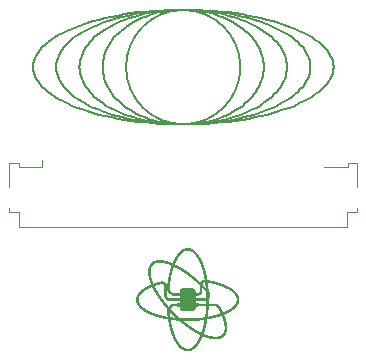
<source format=gto>
%TF.GenerationSoftware,KiCad,Pcbnew,7.0.7*%
%TF.CreationDate,2023-12-07T16:32:09+01:00*%
%TF.ProjectId,SensitiveSole,53656e73-6974-4697-9665-536f6c652e6b,1.0*%
%TF.SameCoordinates,Original*%
%TF.FileFunction,Legend,Top*%
%TF.FilePolarity,Positive*%
%FSLAX46Y46*%
G04 Gerber Fmt 4.6, Leading zero omitted, Abs format (unit mm)*
G04 Created by KiCad (PCBNEW 7.0.7) date 2023-12-07 16:32:09*
%MOMM*%
%LPD*%
G01*
G04 APERTURE LIST*
%ADD10C,0.180000*%
%ADD11C,0.120000*%
G04 APERTURE END LIST*
D10*
X127715078Y-94350000D02*
X127726457Y-94100455D01*
X127760236Y-93854231D01*
X127815871Y-93611631D01*
X127892820Y-93372955D01*
X127990541Y-93138507D01*
X128108492Y-92908586D01*
X128246131Y-92683495D01*
X128402916Y-92463536D01*
X128578304Y-92249011D01*
X128771754Y-92040220D01*
X128982724Y-91837467D01*
X129210671Y-91641052D01*
X129455053Y-91451277D01*
X129715328Y-91268444D01*
X129990954Y-91092854D01*
X130281390Y-90924810D01*
X130586091Y-90764613D01*
X130904518Y-90612565D01*
X131236127Y-90468967D01*
X131580377Y-90334121D01*
X131936725Y-90208330D01*
X132304629Y-90091893D01*
X132683548Y-89985114D01*
X133072938Y-89888294D01*
X133472258Y-89801735D01*
X133880966Y-89725738D01*
X134298520Y-89660605D01*
X134724378Y-89606638D01*
X135157996Y-89564138D01*
X135598835Y-89533408D01*
X136046350Y-89514748D01*
X136500001Y-89508462D01*
X136500001Y-99191537D02*
X135944097Y-99185256D01*
X135395761Y-99166615D01*
X134855654Y-99135914D01*
X134324436Y-99093453D01*
X133802768Y-99039533D01*
X133291312Y-98974455D01*
X132790729Y-98898518D01*
X132301680Y-98812023D01*
X131824825Y-98715271D01*
X131360826Y-98608563D01*
X130910344Y-98492197D01*
X130474040Y-98366476D01*
X130052576Y-98231699D01*
X129646611Y-98088167D01*
X129256808Y-97936181D01*
X128883827Y-97776040D01*
X128528329Y-97608046D01*
X128190975Y-97432498D01*
X127872427Y-97249698D01*
X127573346Y-97059945D01*
X127294392Y-96863541D01*
X127036227Y-96660785D01*
X126799511Y-96451978D01*
X126584907Y-96237421D01*
X126393074Y-96017414D01*
X126224674Y-95792257D01*
X126080368Y-95562251D01*
X125960817Y-95327696D01*
X125866682Y-95088893D01*
X125798625Y-94846142D01*
X125757306Y-94599744D01*
X125743386Y-94350000D01*
X125743386Y-94350000D02*
X125757306Y-94100255D01*
X125798625Y-93853857D01*
X125866682Y-93611106D01*
X125960817Y-93372303D01*
X126080368Y-93137748D01*
X126224674Y-92907742D01*
X126393074Y-92682585D01*
X126584907Y-92462577D01*
X126799511Y-92248020D01*
X127036227Y-92039213D01*
X127294392Y-91836457D01*
X127573346Y-91640053D01*
X127872427Y-91450300D01*
X128190975Y-91267500D01*
X128528329Y-91091952D01*
X128883827Y-90923958D01*
X129256808Y-90763817D01*
X129646611Y-90611831D01*
X130052576Y-90468299D01*
X130474040Y-90333522D01*
X130910344Y-90207801D01*
X131360826Y-90091435D01*
X131824825Y-89984727D01*
X132301680Y-89887975D01*
X132790729Y-89801480D01*
X133291312Y-89725543D01*
X133802768Y-89660465D01*
X134324436Y-89606545D01*
X134855654Y-89564084D01*
X135395761Y-89533383D01*
X135944097Y-89514742D01*
X136500001Y-89508462D01*
X123771693Y-94350000D02*
X123788153Y-94100055D01*
X123837013Y-93853482D01*
X123917493Y-93610581D01*
X124028814Y-93371650D01*
X124170194Y-93136989D01*
X124340855Y-92906898D01*
X124540016Y-92681674D01*
X124766897Y-92461619D01*
X125020718Y-92247029D01*
X125300699Y-92038206D01*
X125606059Y-91835448D01*
X125936020Y-91639054D01*
X126289801Y-91449323D01*
X126666622Y-91266556D01*
X127065702Y-91091050D01*
X127486263Y-90923106D01*
X127927523Y-90763021D01*
X128388704Y-90611097D01*
X128869024Y-90467631D01*
X129367704Y-90332923D01*
X129883963Y-90207272D01*
X130417023Y-90090978D01*
X130966102Y-89984339D01*
X131530421Y-89887655D01*
X132109200Y-89801225D01*
X132701658Y-89725348D01*
X133307016Y-89660324D01*
X133924494Y-89606451D01*
X134553311Y-89564030D01*
X135192688Y-89533358D01*
X135841844Y-89514735D01*
X136500001Y-89508462D01*
X149228308Y-94350000D02*
X149211847Y-94599944D01*
X149162987Y-94846517D01*
X149082507Y-95089418D01*
X148971186Y-95328349D01*
X148829806Y-95563009D01*
X148659145Y-95793101D01*
X148459984Y-96018324D01*
X148233103Y-96238380D01*
X147979282Y-96452969D01*
X147699301Y-96661793D01*
X147393941Y-96864551D01*
X147063980Y-97060945D01*
X146710199Y-97250675D01*
X146333378Y-97433443D01*
X145934298Y-97608948D01*
X145513737Y-97776893D01*
X145072477Y-97936977D01*
X144611297Y-98088902D01*
X144130976Y-98232368D01*
X143632297Y-98367076D01*
X143116037Y-98492726D01*
X142582978Y-98609021D01*
X142033898Y-98715659D01*
X141469579Y-98812343D01*
X140890801Y-98898773D01*
X140298343Y-98974650D01*
X139692985Y-99039674D01*
X139075507Y-99093547D01*
X138446690Y-99135968D01*
X137807313Y-99166640D01*
X137158157Y-99185263D01*
X136500001Y-99191537D01*
X136500001Y-89508462D02*
X136953651Y-89514748D01*
X137401166Y-89533408D01*
X137842004Y-89564138D01*
X138275623Y-89606638D01*
X138701480Y-89660605D01*
X139119034Y-89725738D01*
X139527742Y-89801735D01*
X139927062Y-89888294D01*
X140316453Y-89985114D01*
X140695371Y-90091893D01*
X141063276Y-90208330D01*
X141419624Y-90334121D01*
X141763873Y-90468967D01*
X142095482Y-90612565D01*
X142413909Y-90764613D01*
X142718611Y-90924810D01*
X143009046Y-91092854D01*
X143284673Y-91268444D01*
X143544948Y-91451277D01*
X143789330Y-91641052D01*
X144017277Y-91837467D01*
X144228247Y-92040220D01*
X144421697Y-92249011D01*
X144597085Y-92463536D01*
X144753870Y-92683495D01*
X144891509Y-92908586D01*
X145009460Y-93138507D01*
X145107181Y-93372955D01*
X145184130Y-93611631D01*
X145239765Y-93854231D01*
X145273544Y-94100455D01*
X145284924Y-94350000D01*
X136500001Y-99191537D02*
X136046350Y-99185250D01*
X135598835Y-99166590D01*
X135157996Y-99135860D01*
X134724378Y-99093360D01*
X134298520Y-99039393D01*
X133880966Y-98974260D01*
X133472258Y-98898263D01*
X133072938Y-98811704D01*
X132683548Y-98714884D01*
X132304629Y-98608105D01*
X131936725Y-98491668D01*
X131580377Y-98365877D01*
X131236127Y-98231031D01*
X130904518Y-98087433D01*
X130586091Y-97935385D01*
X130281390Y-97775188D01*
X129990954Y-97607144D01*
X129715328Y-97431554D01*
X129455053Y-97248722D01*
X129210671Y-97058947D01*
X128982724Y-96862532D01*
X128771754Y-96659778D01*
X128578304Y-96450988D01*
X128402916Y-96236462D01*
X128246131Y-96016503D01*
X128108492Y-95791413D01*
X127990541Y-95561492D01*
X127892820Y-95327043D01*
X127815871Y-95088368D01*
X127760236Y-94845768D01*
X127726457Y-94599544D01*
X127715078Y-94350000D01*
X147256616Y-94350000D02*
X147242695Y-94599744D01*
X147201376Y-94846142D01*
X147133319Y-95088893D01*
X147039184Y-95327696D01*
X146919633Y-95562251D01*
X146775327Y-95792257D01*
X146606927Y-96017414D01*
X146415094Y-96237421D01*
X146200489Y-96451978D01*
X145963774Y-96660785D01*
X145705609Y-96863541D01*
X145426655Y-97059945D01*
X145127573Y-97249698D01*
X144809025Y-97432498D01*
X144471672Y-97608046D01*
X144116174Y-97776040D01*
X143743193Y-97936181D01*
X143353389Y-98088167D01*
X142947425Y-98231699D01*
X142525960Y-98366476D01*
X142089656Y-98492197D01*
X141639174Y-98608563D01*
X141175176Y-98715271D01*
X140698321Y-98812023D01*
X140209272Y-98898518D01*
X139708688Y-98974455D01*
X139197233Y-99039533D01*
X138675565Y-99093453D01*
X138144347Y-99135914D01*
X137604240Y-99166615D01*
X137055904Y-99185256D01*
X136500001Y-99191537D01*
X145284924Y-94350000D02*
X145273544Y-94599544D01*
X145239765Y-94845768D01*
X145184130Y-95088368D01*
X145107181Y-95327043D01*
X145009460Y-95561492D01*
X144891509Y-95791413D01*
X144753870Y-96016503D01*
X144597085Y-96236462D01*
X144421697Y-96450988D01*
X144228247Y-96659778D01*
X144017277Y-96862532D01*
X143789330Y-97058947D01*
X143544948Y-97248722D01*
X143284673Y-97431554D01*
X143009046Y-97607144D01*
X142718611Y-97775188D01*
X142413909Y-97935385D01*
X142095482Y-98087433D01*
X141763873Y-98231031D01*
X141419624Y-98365877D01*
X141063276Y-98491668D01*
X140695371Y-98608105D01*
X140316453Y-98714884D01*
X139927062Y-98811704D01*
X139527742Y-98898263D01*
X139119034Y-98974260D01*
X138701480Y-99039393D01*
X138275623Y-99093360D01*
X137842004Y-99135860D01*
X137401166Y-99166590D01*
X136953651Y-99185250D01*
X136500001Y-99191537D01*
X129686771Y-94350000D02*
X129695610Y-94100655D01*
X129721848Y-93854606D01*
X129765060Y-93612156D01*
X129824823Y-93373608D01*
X129900714Y-93139265D01*
X129992311Y-92909430D01*
X130099189Y-92684406D01*
X130220926Y-92464495D01*
X130357098Y-92250002D01*
X130507282Y-92041228D01*
X130671056Y-91838476D01*
X130847996Y-91642051D01*
X131037679Y-91452253D01*
X131239681Y-91269388D01*
X131453581Y-91093756D01*
X131678953Y-90925663D01*
X131915376Y-90765409D01*
X132162426Y-90613299D01*
X132419679Y-90469635D01*
X132686714Y-90334721D01*
X132963106Y-90208858D01*
X133248433Y-90092351D01*
X133542271Y-89985502D01*
X133844197Y-89888614D01*
X134153788Y-89801990D01*
X134470621Y-89725933D01*
X134794272Y-89660745D01*
X135124320Y-89606731D01*
X135460339Y-89564193D01*
X135801908Y-89533433D01*
X136148603Y-89514755D01*
X136500001Y-89508462D01*
X136500001Y-89508462D02*
X137055904Y-89514742D01*
X137604240Y-89533383D01*
X138144347Y-89564084D01*
X138675565Y-89606545D01*
X139197233Y-89660465D01*
X139708688Y-89725543D01*
X140209272Y-89801480D01*
X140698321Y-89887975D01*
X141175176Y-89984727D01*
X141639174Y-90091435D01*
X142089656Y-90207801D01*
X142525960Y-90333522D01*
X142947425Y-90468299D01*
X143353389Y-90611831D01*
X143743193Y-90763817D01*
X144116174Y-90923958D01*
X144471672Y-91091952D01*
X144809025Y-91267500D01*
X145127573Y-91450300D01*
X145426655Y-91640053D01*
X145705609Y-91836457D01*
X145963774Y-92039213D01*
X146200489Y-92248020D01*
X146415094Y-92462577D01*
X146606927Y-92682585D01*
X146775327Y-92907742D01*
X146919633Y-93137748D01*
X147039184Y-93372303D01*
X147133319Y-93611106D01*
X147201376Y-93853857D01*
X147242695Y-94100255D01*
X147256616Y-94350000D01*
X136500001Y-99191537D02*
X136148603Y-99185243D01*
X135801908Y-99166565D01*
X135460339Y-99135805D01*
X135124320Y-99093267D01*
X134794272Y-99039253D01*
X134470621Y-98974065D01*
X134153788Y-98898008D01*
X133844197Y-98811384D01*
X133542271Y-98714496D01*
X133248433Y-98607647D01*
X132963106Y-98491140D01*
X132686714Y-98365277D01*
X132419679Y-98230363D01*
X132162426Y-98086699D01*
X131915376Y-97934589D01*
X131678953Y-97774336D01*
X131453581Y-97606242D01*
X131239681Y-97430611D01*
X131037679Y-97247745D01*
X130847996Y-97057948D01*
X130671056Y-96861522D01*
X130507282Y-96658771D01*
X130357098Y-96449997D01*
X130220926Y-96235503D01*
X130099189Y-96015593D01*
X129992311Y-95790569D01*
X129900714Y-95560734D01*
X129824823Y-95326391D01*
X129765060Y-95087843D01*
X129721848Y-94845393D01*
X129695610Y-94599344D01*
X129686771Y-94350000D01*
X136500001Y-89508462D02*
X137158157Y-89514735D01*
X137807313Y-89533358D01*
X138446690Y-89564030D01*
X139075507Y-89606451D01*
X139692985Y-89660324D01*
X140298343Y-89725348D01*
X140890801Y-89801225D01*
X141469579Y-89887655D01*
X142033898Y-89984339D01*
X142582978Y-90090978D01*
X143116037Y-90207272D01*
X143632297Y-90332923D01*
X144130976Y-90467631D01*
X144611297Y-90611097D01*
X145072477Y-90763021D01*
X145513737Y-90923106D01*
X145934298Y-91091050D01*
X146333378Y-91266556D01*
X146710199Y-91449323D01*
X147063980Y-91639054D01*
X147393941Y-91835448D01*
X147699301Y-92038206D01*
X147979282Y-92247029D01*
X148233103Y-92461619D01*
X148459984Y-92681674D01*
X148659145Y-92906898D01*
X148829806Y-93136989D01*
X148971186Y-93371650D01*
X149082507Y-93610581D01*
X149162987Y-93853482D01*
X149211847Y-94100055D01*
X149228308Y-94350000D01*
X136500001Y-89508462D02*
X136851398Y-89514755D01*
X137198093Y-89533433D01*
X137539662Y-89564193D01*
X137875681Y-89606731D01*
X138205728Y-89660745D01*
X138529380Y-89725933D01*
X138846213Y-89801990D01*
X139155804Y-89888614D01*
X139457730Y-89985502D01*
X139751568Y-90092351D01*
X140036895Y-90208858D01*
X140313287Y-90334721D01*
X140580321Y-90469635D01*
X140837575Y-90613299D01*
X141084625Y-90765409D01*
X141321048Y-90925663D01*
X141546420Y-91093756D01*
X141760319Y-91269388D01*
X141962322Y-91452253D01*
X142152005Y-91642051D01*
X142328944Y-91838476D01*
X142492718Y-92041228D01*
X142642903Y-92250002D01*
X142779075Y-92464495D01*
X142900812Y-92684406D01*
X143007690Y-92909430D01*
X143099287Y-93139265D01*
X143175178Y-93373608D01*
X143234941Y-93612156D01*
X143278153Y-93854606D01*
X143304391Y-94100655D01*
X143313231Y-94350000D01*
X141341539Y-94350000D02*
G75*
G03*
X141341539Y-94350000I-4841538J0D01*
G01*
X143313231Y-94350000D02*
X143304391Y-94599344D01*
X143278153Y-94845393D01*
X143234941Y-95087843D01*
X143175178Y-95326391D01*
X143099287Y-95560734D01*
X143007690Y-95790569D01*
X142900812Y-96015593D01*
X142779075Y-96235503D01*
X142642903Y-96449997D01*
X142492718Y-96658771D01*
X142328944Y-96861522D01*
X142152005Y-97057948D01*
X141962322Y-97247745D01*
X141760319Y-97430611D01*
X141546420Y-97606242D01*
X141321048Y-97774336D01*
X141084625Y-97934589D01*
X140837575Y-98086699D01*
X140580321Y-98230363D01*
X140313287Y-98365277D01*
X140036895Y-98491140D01*
X139751568Y-98607647D01*
X139457730Y-98714496D01*
X139155804Y-98811384D01*
X138846213Y-98898008D01*
X138529380Y-98974065D01*
X138205728Y-99039253D01*
X137875681Y-99093267D01*
X137539662Y-99135805D01*
X137198093Y-99166565D01*
X136851398Y-99185243D01*
X136500001Y-99191537D01*
X136500001Y-99191537D02*
X135841844Y-99185263D01*
X135192688Y-99166640D01*
X134553311Y-99135968D01*
X133924494Y-99093547D01*
X133307016Y-99039674D01*
X132701658Y-98974650D01*
X132109200Y-98898773D01*
X131530421Y-98812343D01*
X130966102Y-98715659D01*
X130417023Y-98609021D01*
X129883963Y-98492726D01*
X129367704Y-98367076D01*
X128869024Y-98232368D01*
X128388704Y-98088902D01*
X127927523Y-97936977D01*
X127486263Y-97776893D01*
X127065702Y-97608948D01*
X126666622Y-97433443D01*
X126289801Y-97250675D01*
X125936020Y-97060945D01*
X125606059Y-96864551D01*
X125300699Y-96661793D01*
X125020718Y-96452969D01*
X124766897Y-96238380D01*
X124540016Y-96018324D01*
X124340855Y-95793101D01*
X124170194Y-95563009D01*
X124028814Y-95328349D01*
X123917493Y-95089418D01*
X123837013Y-94846517D01*
X123788153Y-94599944D01*
X123771693Y-94350000D01*
%TO.C,U$8*%
G36*
X132725140Y-114014500D02*
G01*
X132508140Y-114014500D01*
X132508140Y-114007500D01*
X132725140Y-114007500D01*
X132725140Y-114014500D01*
G37*
G36*
X132725140Y-114021500D02*
G01*
X132508140Y-114021500D01*
X132508140Y-114014500D01*
X132725140Y-114014500D01*
X132725140Y-114021500D01*
G37*
G36*
X132725140Y-114028500D02*
G01*
X132508140Y-114028500D01*
X132508140Y-114021500D01*
X132725140Y-114021500D01*
X132725140Y-114028500D01*
G37*
G36*
X132725140Y-114035500D02*
G01*
X132508140Y-114035500D01*
X132508140Y-114028500D01*
X132725140Y-114028500D01*
X132725140Y-114035500D01*
G37*
G36*
X132725140Y-114042500D02*
G01*
X132508140Y-114042500D01*
X132508140Y-114035500D01*
X132725140Y-114035500D01*
X132725140Y-114042500D01*
G37*
G36*
X132725140Y-114049500D02*
G01*
X132508140Y-114049500D01*
X132508140Y-114042500D01*
X132725140Y-114042500D01*
X132725140Y-114049500D01*
G37*
G36*
X132725140Y-114056500D02*
G01*
X132508140Y-114056500D01*
X132508140Y-114049500D01*
X132725140Y-114049500D01*
X132725140Y-114056500D01*
G37*
G36*
X132725140Y-114063500D02*
G01*
X132508140Y-114063500D01*
X132508140Y-114056500D01*
X132725140Y-114056500D01*
X132725140Y-114063500D01*
G37*
G36*
X132725140Y-114070500D02*
G01*
X132508140Y-114070500D01*
X132508140Y-114063500D01*
X132725140Y-114063500D01*
X132725140Y-114070500D01*
G37*
G36*
X132725140Y-114077500D02*
G01*
X132508140Y-114077500D01*
X132508140Y-114070500D01*
X132725140Y-114070500D01*
X132725140Y-114077500D01*
G37*
G36*
X132725140Y-114084500D02*
G01*
X132508140Y-114084500D01*
X132508140Y-114077500D01*
X132725140Y-114077500D01*
X132725140Y-114084500D01*
G37*
G36*
X132725140Y-114091500D02*
G01*
X132508140Y-114091500D01*
X132508140Y-114084500D01*
X132725140Y-114084500D01*
X132725140Y-114091500D01*
G37*
G36*
X132732140Y-113958500D02*
G01*
X132515140Y-113958500D01*
X132515140Y-113951500D01*
X132732140Y-113951500D01*
X132732140Y-113958500D01*
G37*
G36*
X132732140Y-113965500D02*
G01*
X132515140Y-113965500D01*
X132515140Y-113958500D01*
X132732140Y-113958500D01*
X132732140Y-113965500D01*
G37*
G36*
X132732140Y-113972500D02*
G01*
X132508140Y-113972500D01*
X132508140Y-113965500D01*
X132732140Y-113965500D01*
X132732140Y-113972500D01*
G37*
G36*
X132732140Y-113979500D02*
G01*
X132508140Y-113979500D01*
X132508140Y-113972500D01*
X132732140Y-113972500D01*
X132732140Y-113979500D01*
G37*
G36*
X132732140Y-113986500D02*
G01*
X132508140Y-113986500D01*
X132508140Y-113979500D01*
X132732140Y-113979500D01*
X132732140Y-113986500D01*
G37*
G36*
X132732140Y-113993500D02*
G01*
X132508140Y-113993500D01*
X132508140Y-113986500D01*
X132732140Y-113986500D01*
X132732140Y-113993500D01*
G37*
G36*
X132732140Y-114000500D02*
G01*
X132508140Y-114000500D01*
X132508140Y-113993500D01*
X132732140Y-113993500D01*
X132732140Y-114000500D01*
G37*
G36*
X132732140Y-114007500D02*
G01*
X132508140Y-114007500D01*
X132508140Y-114000500D01*
X132732140Y-114000500D01*
X132732140Y-114007500D01*
G37*
G36*
X132732140Y-114098500D02*
G01*
X132508140Y-114098500D01*
X132508140Y-114091500D01*
X132732140Y-114091500D01*
X132732140Y-114098500D01*
G37*
G36*
X132732140Y-114105500D02*
G01*
X132508140Y-114105500D01*
X132508140Y-114098500D01*
X132732140Y-114098500D01*
X132732140Y-114105500D01*
G37*
G36*
X132732140Y-114112500D02*
G01*
X132508140Y-114112500D01*
X132508140Y-114105500D01*
X132732140Y-114105500D01*
X132732140Y-114112500D01*
G37*
G36*
X132732140Y-114119500D02*
G01*
X132508140Y-114119500D01*
X132508140Y-114112500D01*
X132732140Y-114112500D01*
X132732140Y-114119500D01*
G37*
G36*
X132732140Y-114126500D02*
G01*
X132508140Y-114126500D01*
X132508140Y-114119500D01*
X132732140Y-114119500D01*
X132732140Y-114126500D01*
G37*
G36*
X132732140Y-114133500D02*
G01*
X132508140Y-114133500D01*
X132508140Y-114126500D01*
X132732140Y-114126500D01*
X132732140Y-114133500D01*
G37*
G36*
X132732140Y-114140500D02*
G01*
X132515140Y-114140500D01*
X132515140Y-114133500D01*
X132732140Y-114133500D01*
X132732140Y-114140500D01*
G37*
G36*
X132732140Y-114147500D02*
G01*
X132515140Y-114147500D01*
X132515140Y-114140500D01*
X132732140Y-114140500D01*
X132732140Y-114147500D01*
G37*
G36*
X132739140Y-113923500D02*
G01*
X132515140Y-113923500D01*
X132515140Y-113916500D01*
X132739140Y-113916500D01*
X132739140Y-113923500D01*
G37*
G36*
X132739140Y-113930500D02*
G01*
X132515140Y-113930500D01*
X132515140Y-113923500D01*
X132739140Y-113923500D01*
X132739140Y-113930500D01*
G37*
G36*
X132739140Y-113937500D02*
G01*
X132515140Y-113937500D01*
X132515140Y-113930500D01*
X132739140Y-113930500D01*
X132739140Y-113937500D01*
G37*
G36*
X132739140Y-113944500D02*
G01*
X132515140Y-113944500D01*
X132515140Y-113937500D01*
X132739140Y-113937500D01*
X132739140Y-113944500D01*
G37*
G36*
X132739140Y-113951500D02*
G01*
X132515140Y-113951500D01*
X132515140Y-113944500D01*
X132739140Y-113944500D01*
X132739140Y-113951500D01*
G37*
G36*
X132739140Y-114154500D02*
G01*
X132515140Y-114154500D01*
X132515140Y-114147500D01*
X132739140Y-114147500D01*
X132739140Y-114154500D01*
G37*
G36*
X132739140Y-114161500D02*
G01*
X132515140Y-114161500D01*
X132515140Y-114154500D01*
X132739140Y-114154500D01*
X132739140Y-114161500D01*
G37*
G36*
X132739140Y-114168500D02*
G01*
X132515140Y-114168500D01*
X132515140Y-114161500D01*
X132739140Y-114161500D01*
X132739140Y-114168500D01*
G37*
G36*
X132739140Y-114175500D02*
G01*
X132515140Y-114175500D01*
X132515140Y-114168500D01*
X132739140Y-114168500D01*
X132739140Y-114175500D01*
G37*
G36*
X132739140Y-114182500D02*
G01*
X132515140Y-114182500D01*
X132515140Y-114175500D01*
X132739140Y-114175500D01*
X132739140Y-114182500D01*
G37*
G36*
X132746140Y-113895500D02*
G01*
X132522140Y-113895500D01*
X132522140Y-113888500D01*
X132746140Y-113888500D01*
X132746140Y-113895500D01*
G37*
G36*
X132746140Y-113902500D02*
G01*
X132522140Y-113902500D01*
X132522140Y-113895500D01*
X132746140Y-113895500D01*
X132746140Y-113902500D01*
G37*
G36*
X132746140Y-113909500D02*
G01*
X132522140Y-113909500D01*
X132522140Y-113902500D01*
X132746140Y-113902500D01*
X132746140Y-113909500D01*
G37*
G36*
X132746140Y-113916500D02*
G01*
X132522140Y-113916500D01*
X132522140Y-113909500D01*
X132746140Y-113909500D01*
X132746140Y-113916500D01*
G37*
G36*
X132746140Y-114189500D02*
G01*
X132522140Y-114189500D01*
X132522140Y-114182500D01*
X132746140Y-114182500D01*
X132746140Y-114189500D01*
G37*
G36*
X132746140Y-114196500D02*
G01*
X132522140Y-114196500D01*
X132522140Y-114189500D01*
X132746140Y-114189500D01*
X132746140Y-114196500D01*
G37*
G36*
X132746140Y-114203500D02*
G01*
X132522140Y-114203500D01*
X132522140Y-114196500D01*
X132746140Y-114196500D01*
X132746140Y-114203500D01*
G37*
G36*
X132746140Y-114210500D02*
G01*
X132522140Y-114210500D01*
X132522140Y-114203500D01*
X132746140Y-114203500D01*
X132746140Y-114210500D01*
G37*
G36*
X132753140Y-113874500D02*
G01*
X132529140Y-113874500D01*
X132529140Y-113867500D01*
X132753140Y-113867500D01*
X132753140Y-113874500D01*
G37*
G36*
X132753140Y-113881500D02*
G01*
X132529140Y-113881500D01*
X132529140Y-113874500D01*
X132753140Y-113874500D01*
X132753140Y-113881500D01*
G37*
G36*
X132753140Y-113888500D02*
G01*
X132522140Y-113888500D01*
X132522140Y-113881500D01*
X132753140Y-113881500D01*
X132753140Y-113888500D01*
G37*
G36*
X132753140Y-114217500D02*
G01*
X132522140Y-114217500D01*
X132522140Y-114210500D01*
X132753140Y-114210500D01*
X132753140Y-114217500D01*
G37*
G36*
X132753140Y-114224500D02*
G01*
X132529140Y-114224500D01*
X132529140Y-114217500D01*
X132753140Y-114217500D01*
X132753140Y-114224500D01*
G37*
G36*
X132753140Y-114231500D02*
G01*
X132529140Y-114231500D01*
X132529140Y-114224500D01*
X132753140Y-114224500D01*
X132753140Y-114231500D01*
G37*
G36*
X132760140Y-113853500D02*
G01*
X132529140Y-113853500D01*
X132529140Y-113846500D01*
X132760140Y-113846500D01*
X132760140Y-113853500D01*
G37*
G36*
X132760140Y-113860500D02*
G01*
X132529140Y-113860500D01*
X132529140Y-113853500D01*
X132760140Y-113853500D01*
X132760140Y-113860500D01*
G37*
G36*
X132760140Y-113867500D02*
G01*
X132529140Y-113867500D01*
X132529140Y-113860500D01*
X132760140Y-113860500D01*
X132760140Y-113867500D01*
G37*
G36*
X132760140Y-114238500D02*
G01*
X132529140Y-114238500D01*
X132529140Y-114231500D01*
X132760140Y-114231500D01*
X132760140Y-114238500D01*
G37*
G36*
X132760140Y-114245500D02*
G01*
X132529140Y-114245500D01*
X132529140Y-114238500D01*
X132760140Y-114238500D01*
X132760140Y-114245500D01*
G37*
G36*
X132760140Y-114252500D02*
G01*
X132529140Y-114252500D01*
X132529140Y-114245500D01*
X132760140Y-114245500D01*
X132760140Y-114252500D01*
G37*
G36*
X132767140Y-113832500D02*
G01*
X132536140Y-113832500D01*
X132536140Y-113825500D01*
X132767140Y-113825500D01*
X132767140Y-113832500D01*
G37*
G36*
X132767140Y-113839500D02*
G01*
X132536140Y-113839500D01*
X132536140Y-113832500D01*
X132767140Y-113832500D01*
X132767140Y-113839500D01*
G37*
G36*
X132767140Y-113846500D02*
G01*
X132536140Y-113846500D01*
X132536140Y-113839500D01*
X132767140Y-113839500D01*
X132767140Y-113846500D01*
G37*
G36*
X132767140Y-114259500D02*
G01*
X132536140Y-114259500D01*
X132536140Y-114252500D01*
X132767140Y-114252500D01*
X132767140Y-114259500D01*
G37*
G36*
X132767140Y-114266500D02*
G01*
X132536140Y-114266500D01*
X132536140Y-114259500D01*
X132767140Y-114259500D01*
X132767140Y-114266500D01*
G37*
G36*
X132767140Y-114273500D02*
G01*
X132536140Y-114273500D01*
X132536140Y-114266500D01*
X132767140Y-114266500D01*
X132767140Y-114273500D01*
G37*
G36*
X132774140Y-113818500D02*
G01*
X132543140Y-113818500D01*
X132543140Y-113811500D01*
X132774140Y-113811500D01*
X132774140Y-113818500D01*
G37*
G36*
X132774140Y-113825500D02*
G01*
X132543140Y-113825500D01*
X132543140Y-113818500D01*
X132774140Y-113818500D01*
X132774140Y-113825500D01*
G37*
G36*
X132774140Y-114280500D02*
G01*
X132543140Y-114280500D01*
X132543140Y-114273500D01*
X132774140Y-114273500D01*
X132774140Y-114280500D01*
G37*
G36*
X132774140Y-114287500D02*
G01*
X132543140Y-114287500D01*
X132543140Y-114280500D01*
X132774140Y-114280500D01*
X132774140Y-114287500D01*
G37*
G36*
X132781140Y-113804500D02*
G01*
X132543140Y-113804500D01*
X132543140Y-113797500D01*
X132781140Y-113797500D01*
X132781140Y-113804500D01*
G37*
G36*
X132781140Y-113811500D02*
G01*
X132543140Y-113811500D01*
X132543140Y-113804500D01*
X132781140Y-113804500D01*
X132781140Y-113811500D01*
G37*
G36*
X132781140Y-114294500D02*
G01*
X132543140Y-114294500D01*
X132543140Y-114287500D01*
X132781140Y-114287500D01*
X132781140Y-114294500D01*
G37*
G36*
X132781140Y-114301500D02*
G01*
X132550140Y-114301500D01*
X132550140Y-114294500D01*
X132781140Y-114294500D01*
X132781140Y-114301500D01*
G37*
G36*
X132788140Y-113790500D02*
G01*
X132550140Y-113790500D01*
X132550140Y-113783500D01*
X132788140Y-113783500D01*
X132788140Y-113790500D01*
G37*
G36*
X132788140Y-113797500D02*
G01*
X132550140Y-113797500D01*
X132550140Y-113790500D01*
X132788140Y-113790500D01*
X132788140Y-113797500D01*
G37*
G36*
X132788140Y-114308500D02*
G01*
X132550140Y-114308500D01*
X132550140Y-114301500D01*
X132788140Y-114301500D01*
X132788140Y-114308500D01*
G37*
G36*
X132788140Y-114315500D02*
G01*
X132550140Y-114315500D01*
X132550140Y-114308500D01*
X132788140Y-114308500D01*
X132788140Y-114315500D01*
G37*
G36*
X132795140Y-113776500D02*
G01*
X132557140Y-113776500D01*
X132557140Y-113769500D01*
X132795140Y-113769500D01*
X132795140Y-113776500D01*
G37*
G36*
X132795140Y-113783500D02*
G01*
X132550140Y-113783500D01*
X132550140Y-113776500D01*
X132795140Y-113776500D01*
X132795140Y-113783500D01*
G37*
G36*
X132795140Y-114322500D02*
G01*
X132557140Y-114322500D01*
X132557140Y-114315500D01*
X132795140Y-114315500D01*
X132795140Y-114322500D01*
G37*
G36*
X132795140Y-114329500D02*
G01*
X132557140Y-114329500D01*
X132557140Y-114322500D01*
X132795140Y-114322500D01*
X132795140Y-114329500D01*
G37*
G36*
X132802140Y-113762500D02*
G01*
X132564140Y-113762500D01*
X132564140Y-113755500D01*
X132802140Y-113755500D01*
X132802140Y-113762500D01*
G37*
G36*
X132802140Y-113769500D02*
G01*
X132557140Y-113769500D01*
X132557140Y-113762500D01*
X132802140Y-113762500D01*
X132802140Y-113769500D01*
G37*
G36*
X132802140Y-114336500D02*
G01*
X132557140Y-114336500D01*
X132557140Y-114329500D01*
X132802140Y-114329500D01*
X132802140Y-114336500D01*
G37*
G36*
X132802140Y-114343500D02*
G01*
X132564140Y-114343500D01*
X132564140Y-114336500D01*
X132802140Y-114336500D01*
X132802140Y-114343500D01*
G37*
G36*
X132809140Y-113748500D02*
G01*
X132564140Y-113748500D01*
X132564140Y-113741500D01*
X132809140Y-113741500D01*
X132809140Y-113748500D01*
G37*
G36*
X132809140Y-113755500D02*
G01*
X132564140Y-113755500D01*
X132564140Y-113748500D01*
X132809140Y-113748500D01*
X132809140Y-113755500D01*
G37*
G36*
X132809140Y-114350500D02*
G01*
X132564140Y-114350500D01*
X132564140Y-114343500D01*
X132809140Y-114343500D01*
X132809140Y-114350500D01*
G37*
G36*
X132809140Y-114357500D02*
G01*
X132564140Y-114357500D01*
X132564140Y-114350500D01*
X132809140Y-114350500D01*
X132809140Y-114357500D01*
G37*
G36*
X132816140Y-113734500D02*
G01*
X132571140Y-113734500D01*
X132571140Y-113727500D01*
X132816140Y-113727500D01*
X132816140Y-113734500D01*
G37*
G36*
X132816140Y-113741500D02*
G01*
X132571140Y-113741500D01*
X132571140Y-113734500D01*
X132816140Y-113734500D01*
X132816140Y-113741500D01*
G37*
G36*
X132816140Y-114364500D02*
G01*
X132571140Y-114364500D01*
X132571140Y-114357500D01*
X132816140Y-114357500D01*
X132816140Y-114364500D01*
G37*
G36*
X132816140Y-114371500D02*
G01*
X132571140Y-114371500D01*
X132571140Y-114364500D01*
X132816140Y-114364500D01*
X132816140Y-114371500D01*
G37*
G36*
X132823140Y-113720500D02*
G01*
X132578140Y-113720500D01*
X132578140Y-113713500D01*
X132823140Y-113713500D01*
X132823140Y-113720500D01*
G37*
G36*
X132823140Y-113727500D02*
G01*
X132578140Y-113727500D01*
X132578140Y-113720500D01*
X132823140Y-113720500D01*
X132823140Y-113727500D01*
G37*
G36*
X132823140Y-114378500D02*
G01*
X132578140Y-114378500D01*
X132578140Y-114371500D01*
X132823140Y-114371500D01*
X132823140Y-114378500D01*
G37*
G36*
X132823140Y-114385500D02*
G01*
X132578140Y-114385500D01*
X132578140Y-114378500D01*
X132823140Y-114378500D01*
X132823140Y-114385500D01*
G37*
G36*
X132830140Y-113713500D02*
G01*
X132578140Y-113713500D01*
X132578140Y-113706500D01*
X132830140Y-113706500D01*
X132830140Y-113713500D01*
G37*
G36*
X132830140Y-114392500D02*
G01*
X132578140Y-114392500D01*
X132578140Y-114385500D01*
X132830140Y-114385500D01*
X132830140Y-114392500D01*
G37*
G36*
X132837140Y-113699500D02*
G01*
X132585140Y-113699500D01*
X132585140Y-113692500D01*
X132837140Y-113692500D01*
X132837140Y-113699500D01*
G37*
G36*
X132837140Y-113706500D02*
G01*
X132585140Y-113706500D01*
X132585140Y-113699500D01*
X132837140Y-113699500D01*
X132837140Y-113706500D01*
G37*
G36*
X132837140Y-114399500D02*
G01*
X132585140Y-114399500D01*
X132585140Y-114392500D01*
X132837140Y-114392500D01*
X132837140Y-114399500D01*
G37*
G36*
X132837140Y-114406500D02*
G01*
X132585140Y-114406500D01*
X132585140Y-114399500D01*
X132837140Y-114399500D01*
X132837140Y-114406500D01*
G37*
G36*
X132844140Y-113685500D02*
G01*
X132592140Y-113685500D01*
X132592140Y-113678500D01*
X132844140Y-113678500D01*
X132844140Y-113685500D01*
G37*
G36*
X132844140Y-113692500D02*
G01*
X132592140Y-113692500D01*
X132592140Y-113685500D01*
X132844140Y-113685500D01*
X132844140Y-113692500D01*
G37*
G36*
X132844140Y-114413500D02*
G01*
X132592140Y-114413500D01*
X132592140Y-114406500D01*
X132844140Y-114406500D01*
X132844140Y-114413500D01*
G37*
G36*
X132844140Y-114420500D02*
G01*
X132592140Y-114420500D01*
X132592140Y-114413500D01*
X132844140Y-114413500D01*
X132844140Y-114420500D01*
G37*
G36*
X132851140Y-113678500D02*
G01*
X132599140Y-113678500D01*
X132599140Y-113671500D01*
X132851140Y-113671500D01*
X132851140Y-113678500D01*
G37*
G36*
X132851140Y-114427500D02*
G01*
X132599140Y-114427500D01*
X132599140Y-114420500D01*
X132851140Y-114420500D01*
X132851140Y-114427500D01*
G37*
G36*
X132858140Y-113671500D02*
G01*
X132599140Y-113671500D01*
X132599140Y-113664500D01*
X132858140Y-113664500D01*
X132858140Y-113671500D01*
G37*
G36*
X132858140Y-114434500D02*
G01*
X132599140Y-114434500D01*
X132599140Y-114427500D01*
X132858140Y-114427500D01*
X132858140Y-114434500D01*
G37*
G36*
X132858140Y-114441500D02*
G01*
X132606140Y-114441500D01*
X132606140Y-114434500D01*
X132858140Y-114434500D01*
X132858140Y-114441500D01*
G37*
G36*
X132865140Y-113657500D02*
G01*
X132606140Y-113657500D01*
X132606140Y-113650500D01*
X132865140Y-113650500D01*
X132865140Y-113657500D01*
G37*
G36*
X132865140Y-113664500D02*
G01*
X132606140Y-113664500D01*
X132606140Y-113657500D01*
X132865140Y-113657500D01*
X132865140Y-113664500D01*
G37*
G36*
X132865140Y-114448500D02*
G01*
X132606140Y-114448500D01*
X132606140Y-114441500D01*
X132865140Y-114441500D01*
X132865140Y-114448500D01*
G37*
G36*
X132872140Y-113650500D02*
G01*
X132613140Y-113650500D01*
X132613140Y-113643500D01*
X132872140Y-113643500D01*
X132872140Y-113650500D01*
G37*
G36*
X132872140Y-114455500D02*
G01*
X132613140Y-114455500D01*
X132613140Y-114448500D01*
X132872140Y-114448500D01*
X132872140Y-114455500D01*
G37*
G36*
X132879140Y-113636500D02*
G01*
X132620140Y-113636500D01*
X132620140Y-113629500D01*
X132879140Y-113629500D01*
X132879140Y-113636500D01*
G37*
G36*
X132879140Y-113643500D02*
G01*
X132613140Y-113643500D01*
X132613140Y-113636500D01*
X132879140Y-113636500D01*
X132879140Y-113643500D01*
G37*
G36*
X132879140Y-114462500D02*
G01*
X132613140Y-114462500D01*
X132613140Y-114455500D01*
X132879140Y-114455500D01*
X132879140Y-114462500D01*
G37*
G36*
X132879140Y-114469500D02*
G01*
X132620140Y-114469500D01*
X132620140Y-114462500D01*
X132879140Y-114462500D01*
X132879140Y-114469500D01*
G37*
G36*
X132886140Y-113629500D02*
G01*
X132620140Y-113629500D01*
X132620140Y-113622500D01*
X132886140Y-113622500D01*
X132886140Y-113629500D01*
G37*
G36*
X132886140Y-114476500D02*
G01*
X132627140Y-114476500D01*
X132627140Y-114469500D01*
X132886140Y-114469500D01*
X132886140Y-114476500D01*
G37*
G36*
X132893140Y-113622500D02*
G01*
X132627140Y-113622500D01*
X132627140Y-113615500D01*
X132893140Y-113615500D01*
X132893140Y-113622500D01*
G37*
G36*
X132893140Y-114483500D02*
G01*
X132627140Y-114483500D01*
X132627140Y-114476500D01*
X132893140Y-114476500D01*
X132893140Y-114483500D01*
G37*
G36*
X132900140Y-113608500D02*
G01*
X132634140Y-113608500D01*
X132634140Y-113601500D01*
X132900140Y-113601500D01*
X132900140Y-113608500D01*
G37*
G36*
X132900140Y-113615500D02*
G01*
X132634140Y-113615500D01*
X132634140Y-113608500D01*
X132900140Y-113608500D01*
X132900140Y-113615500D01*
G37*
G36*
X132900140Y-114490500D02*
G01*
X132634140Y-114490500D01*
X132634140Y-114483500D01*
X132900140Y-114483500D01*
X132900140Y-114490500D01*
G37*
G36*
X132900140Y-114497500D02*
G01*
X132634140Y-114497500D01*
X132634140Y-114490500D01*
X132900140Y-114490500D01*
X132900140Y-114497500D01*
G37*
G36*
X132907140Y-113601500D02*
G01*
X132641140Y-113601500D01*
X132641140Y-113594500D01*
X132907140Y-113594500D01*
X132907140Y-113601500D01*
G37*
G36*
X132907140Y-114504500D02*
G01*
X132641140Y-114504500D01*
X132641140Y-114497500D01*
X132907140Y-114497500D01*
X132907140Y-114504500D01*
G37*
G36*
X132914140Y-113594500D02*
G01*
X132641140Y-113594500D01*
X132641140Y-113587500D01*
X132914140Y-113587500D01*
X132914140Y-113594500D01*
G37*
G36*
X132914140Y-114511500D02*
G01*
X132648140Y-114511500D01*
X132648140Y-114504500D01*
X132914140Y-114504500D01*
X132914140Y-114511500D01*
G37*
G36*
X132921140Y-113587500D02*
G01*
X132648140Y-113587500D01*
X132648140Y-113580500D01*
X132921140Y-113580500D01*
X132921140Y-113587500D01*
G37*
G36*
X132921140Y-114518500D02*
G01*
X132648140Y-114518500D01*
X132648140Y-114511500D01*
X132921140Y-114511500D01*
X132921140Y-114518500D01*
G37*
G36*
X132928140Y-113580500D02*
G01*
X132655140Y-113580500D01*
X132655140Y-113573500D01*
X132928140Y-113573500D01*
X132928140Y-113580500D01*
G37*
G36*
X132928140Y-114525500D02*
G01*
X132655140Y-114525500D01*
X132655140Y-114518500D01*
X132928140Y-114518500D01*
X132928140Y-114525500D01*
G37*
G36*
X132935140Y-113573500D02*
G01*
X132655140Y-113573500D01*
X132655140Y-113566500D01*
X132935140Y-113566500D01*
X132935140Y-113573500D01*
G37*
G36*
X132935140Y-114532500D02*
G01*
X132655140Y-114532500D01*
X132655140Y-114525500D01*
X132935140Y-114525500D01*
X132935140Y-114532500D01*
G37*
G36*
X132935140Y-114539500D02*
G01*
X132662140Y-114539500D01*
X132662140Y-114532500D01*
X132935140Y-114532500D01*
X132935140Y-114539500D01*
G37*
G36*
X132942140Y-113559500D02*
G01*
X132669140Y-113559500D01*
X132669140Y-113552500D01*
X132942140Y-113552500D01*
X132942140Y-113559500D01*
G37*
G36*
X132942140Y-113566500D02*
G01*
X132662140Y-113566500D01*
X132662140Y-113559500D01*
X132942140Y-113559500D01*
X132942140Y-113566500D01*
G37*
G36*
X132942140Y-114546500D02*
G01*
X132669140Y-114546500D01*
X132669140Y-114539500D01*
X132942140Y-114539500D01*
X132942140Y-114546500D01*
G37*
G36*
X132949140Y-113552500D02*
G01*
X132669140Y-113552500D01*
X132669140Y-113545500D01*
X132949140Y-113545500D01*
X132949140Y-113552500D01*
G37*
G36*
X132949140Y-114553500D02*
G01*
X132669140Y-114553500D01*
X132669140Y-114546500D01*
X132949140Y-114546500D01*
X132949140Y-114553500D01*
G37*
G36*
X132956140Y-113545500D02*
G01*
X132676140Y-113545500D01*
X132676140Y-113538500D01*
X132956140Y-113538500D01*
X132956140Y-113545500D01*
G37*
G36*
X132956140Y-114560500D02*
G01*
X132676140Y-114560500D01*
X132676140Y-114553500D01*
X132956140Y-114553500D01*
X132956140Y-114560500D01*
G37*
G36*
X132963140Y-113538500D02*
G01*
X132683140Y-113538500D01*
X132683140Y-113531500D01*
X132963140Y-113531500D01*
X132963140Y-113538500D01*
G37*
G36*
X132963140Y-114567500D02*
G01*
X132683140Y-114567500D01*
X132683140Y-114560500D01*
X132963140Y-114560500D01*
X132963140Y-114567500D01*
G37*
G36*
X132970140Y-113531500D02*
G01*
X132683140Y-113531500D01*
X132683140Y-113524500D01*
X132970140Y-113524500D01*
X132970140Y-113531500D01*
G37*
G36*
X132970140Y-114574500D02*
G01*
X132690140Y-114574500D01*
X132690140Y-114567500D01*
X132970140Y-114567500D01*
X132970140Y-114574500D01*
G37*
G36*
X132977140Y-113524500D02*
G01*
X132690140Y-113524500D01*
X132690140Y-113517500D01*
X132977140Y-113517500D01*
X132977140Y-113524500D01*
G37*
G36*
X132977140Y-114581500D02*
G01*
X132690140Y-114581500D01*
X132690140Y-114574500D01*
X132977140Y-114574500D01*
X132977140Y-114581500D01*
G37*
G36*
X132984140Y-113517500D02*
G01*
X132697140Y-113517500D01*
X132697140Y-113510500D01*
X132984140Y-113510500D01*
X132984140Y-113517500D01*
G37*
G36*
X132984140Y-114588500D02*
G01*
X132697140Y-114588500D01*
X132697140Y-114581500D01*
X132984140Y-114581500D01*
X132984140Y-114588500D01*
G37*
G36*
X132991140Y-113510500D02*
G01*
X132704140Y-113510500D01*
X132704140Y-113503500D01*
X132991140Y-113503500D01*
X132991140Y-113510500D01*
G37*
G36*
X132991140Y-114595500D02*
G01*
X132704140Y-114595500D01*
X132704140Y-114588500D01*
X132991140Y-114588500D01*
X132991140Y-114595500D01*
G37*
G36*
X132998140Y-113503500D02*
G01*
X132704140Y-113503500D01*
X132704140Y-113496500D01*
X132998140Y-113496500D01*
X132998140Y-113503500D01*
G37*
G36*
X132998140Y-114602500D02*
G01*
X132704140Y-114602500D01*
X132704140Y-114595500D01*
X132998140Y-114595500D01*
X132998140Y-114602500D01*
G37*
G36*
X133005140Y-113496500D02*
G01*
X132711140Y-113496500D01*
X132711140Y-113489500D01*
X133005140Y-113489500D01*
X133005140Y-113496500D01*
G37*
G36*
X133005140Y-114609500D02*
G01*
X132711140Y-114609500D01*
X132711140Y-114602500D01*
X133005140Y-114602500D01*
X133005140Y-114609500D01*
G37*
G36*
X133012140Y-113489500D02*
G01*
X132718140Y-113489500D01*
X132718140Y-113482500D01*
X133012140Y-113482500D01*
X133012140Y-113489500D01*
G37*
G36*
X133012140Y-114616500D02*
G01*
X132718140Y-114616500D01*
X132718140Y-114609500D01*
X133012140Y-114609500D01*
X133012140Y-114616500D01*
G37*
G36*
X133019140Y-113482500D02*
G01*
X132725140Y-113482500D01*
X132725140Y-113475500D01*
X133019140Y-113475500D01*
X133019140Y-113482500D01*
G37*
G36*
X133019140Y-114623500D02*
G01*
X132725140Y-114623500D01*
X132725140Y-114616500D01*
X133019140Y-114616500D01*
X133019140Y-114623500D01*
G37*
G36*
X133026140Y-113475500D02*
G01*
X132725140Y-113475500D01*
X132725140Y-113468500D01*
X133026140Y-113468500D01*
X133026140Y-113475500D01*
G37*
G36*
X133026140Y-114630500D02*
G01*
X132732140Y-114630500D01*
X132732140Y-114623500D01*
X133026140Y-114623500D01*
X133026140Y-114630500D01*
G37*
G36*
X133033140Y-113468500D02*
G01*
X132732140Y-113468500D01*
X132732140Y-113461500D01*
X133033140Y-113461500D01*
X133033140Y-113468500D01*
G37*
G36*
X133033140Y-114637500D02*
G01*
X132732140Y-114637500D01*
X132732140Y-114630500D01*
X133033140Y-114630500D01*
X133033140Y-114637500D01*
G37*
G36*
X133040140Y-113461500D02*
G01*
X132739140Y-113461500D01*
X132739140Y-113454500D01*
X133040140Y-113454500D01*
X133040140Y-113461500D01*
G37*
G36*
X133040140Y-114644500D02*
G01*
X132739140Y-114644500D01*
X132739140Y-114637500D01*
X133040140Y-114637500D01*
X133040140Y-114644500D01*
G37*
G36*
X133047140Y-113454500D02*
G01*
X132746140Y-113454500D01*
X132746140Y-113447500D01*
X133047140Y-113447500D01*
X133047140Y-113454500D01*
G37*
G36*
X133047140Y-114651500D02*
G01*
X132746140Y-114651500D01*
X132746140Y-114644500D01*
X133047140Y-114644500D01*
X133047140Y-114651500D01*
G37*
G36*
X133061140Y-113447500D02*
G01*
X132753140Y-113447500D01*
X132753140Y-113440500D01*
X133061140Y-113440500D01*
X133061140Y-113447500D01*
G37*
G36*
X133061140Y-114658500D02*
G01*
X132753140Y-114658500D01*
X132753140Y-114651500D01*
X133061140Y-114651500D01*
X133061140Y-114658500D01*
G37*
G36*
X133068140Y-113440500D02*
G01*
X132760140Y-113440500D01*
X132760140Y-113433500D01*
X133068140Y-113433500D01*
X133068140Y-113440500D01*
G37*
G36*
X133068140Y-114665500D02*
G01*
X132760140Y-114665500D01*
X132760140Y-114658500D01*
X133068140Y-114658500D01*
X133068140Y-114665500D01*
G37*
G36*
X133075140Y-113433500D02*
G01*
X132760140Y-113433500D01*
X132760140Y-113426500D01*
X133075140Y-113426500D01*
X133075140Y-113433500D01*
G37*
G36*
X133075140Y-114672500D02*
G01*
X132767140Y-114672500D01*
X132767140Y-114665500D01*
X133075140Y-114665500D01*
X133075140Y-114672500D01*
G37*
G36*
X133082140Y-113426500D02*
G01*
X132767140Y-113426500D01*
X132767140Y-113419500D01*
X133082140Y-113419500D01*
X133082140Y-113426500D01*
G37*
G36*
X133082140Y-114679500D02*
G01*
X132767140Y-114679500D01*
X132767140Y-114672500D01*
X133082140Y-114672500D01*
X133082140Y-114679500D01*
G37*
G36*
X133089140Y-113419500D02*
G01*
X132774140Y-113419500D01*
X132774140Y-113412500D01*
X133089140Y-113412500D01*
X133089140Y-113419500D01*
G37*
G36*
X133089140Y-114686500D02*
G01*
X132774140Y-114686500D01*
X132774140Y-114679500D01*
X133089140Y-114679500D01*
X133089140Y-114686500D01*
G37*
G36*
X133096140Y-113412500D02*
G01*
X132781140Y-113412500D01*
X132781140Y-113405500D01*
X133096140Y-113405500D01*
X133096140Y-113412500D01*
G37*
G36*
X133096140Y-114693500D02*
G01*
X132781140Y-114693500D01*
X132781140Y-114686500D01*
X133096140Y-114686500D01*
X133096140Y-114693500D01*
G37*
G36*
X133110140Y-113405500D02*
G01*
X132788140Y-113405500D01*
X132788140Y-113398500D01*
X133110140Y-113398500D01*
X133110140Y-113405500D01*
G37*
G36*
X133110140Y-114700500D02*
G01*
X132788140Y-114700500D01*
X132788140Y-114693500D01*
X133110140Y-114693500D01*
X133110140Y-114700500D01*
G37*
G36*
X133117140Y-113398500D02*
G01*
X132795140Y-113398500D01*
X132795140Y-113391500D01*
X133117140Y-113391500D01*
X133117140Y-113398500D01*
G37*
G36*
X133117140Y-114707500D02*
G01*
X132795140Y-114707500D01*
X132795140Y-114700500D01*
X133117140Y-114700500D01*
X133117140Y-114707500D01*
G37*
G36*
X133124140Y-113391500D02*
G01*
X132802140Y-113391500D01*
X132802140Y-113384500D01*
X133124140Y-113384500D01*
X133124140Y-113391500D01*
G37*
G36*
X133124140Y-114714500D02*
G01*
X132802140Y-114714500D01*
X132802140Y-114707500D01*
X133124140Y-114707500D01*
X133124140Y-114714500D01*
G37*
G36*
X133131140Y-113384500D02*
G01*
X132809140Y-113384500D01*
X132809140Y-113377500D01*
X133131140Y-113377500D01*
X133131140Y-113384500D01*
G37*
G36*
X133131140Y-114721500D02*
G01*
X132809140Y-114721500D01*
X132809140Y-114714500D01*
X133131140Y-114714500D01*
X133131140Y-114721500D01*
G37*
G36*
X133145140Y-113377500D02*
G01*
X132816140Y-113377500D01*
X132816140Y-113370500D01*
X133145140Y-113370500D01*
X133145140Y-113377500D01*
G37*
G36*
X133145140Y-114728500D02*
G01*
X132816140Y-114728500D01*
X132816140Y-114721500D01*
X133145140Y-114721500D01*
X133145140Y-114728500D01*
G37*
G36*
X133152140Y-113370500D02*
G01*
X132823140Y-113370500D01*
X132823140Y-113363500D01*
X133152140Y-113363500D01*
X133152140Y-113370500D01*
G37*
G36*
X133152140Y-114735500D02*
G01*
X132823140Y-114735500D01*
X132823140Y-114728500D01*
X133152140Y-114728500D01*
X133152140Y-114735500D01*
G37*
G36*
X133159140Y-113363500D02*
G01*
X132830140Y-113363500D01*
X132830140Y-113356500D01*
X133159140Y-113356500D01*
X133159140Y-113363500D01*
G37*
G36*
X133159140Y-114742500D02*
G01*
X132830140Y-114742500D01*
X132830140Y-114735500D01*
X133159140Y-114735500D01*
X133159140Y-114742500D01*
G37*
G36*
X133166140Y-113356500D02*
G01*
X132837140Y-113356500D01*
X132837140Y-113349500D01*
X133166140Y-113349500D01*
X133166140Y-113356500D01*
G37*
G36*
X133173140Y-114749500D02*
G01*
X132837140Y-114749500D01*
X132837140Y-114742500D01*
X133173140Y-114742500D01*
X133173140Y-114749500D01*
G37*
G36*
X133180140Y-113349500D02*
G01*
X132844140Y-113349500D01*
X132844140Y-113342500D01*
X133180140Y-113342500D01*
X133180140Y-113349500D01*
G37*
G36*
X133180140Y-114756500D02*
G01*
X132844140Y-114756500D01*
X132844140Y-114749500D01*
X133180140Y-114749500D01*
X133180140Y-114756500D01*
G37*
G36*
X133187140Y-113342500D02*
G01*
X132851140Y-113342500D01*
X132851140Y-113335500D01*
X133187140Y-113335500D01*
X133187140Y-113342500D01*
G37*
G36*
X133187140Y-114763500D02*
G01*
X132851140Y-114763500D01*
X132851140Y-114756500D01*
X133187140Y-114756500D01*
X133187140Y-114763500D01*
G37*
G36*
X133194140Y-113335500D02*
G01*
X132858140Y-113335500D01*
X132858140Y-113328500D01*
X133194140Y-113328500D01*
X133194140Y-113335500D01*
G37*
G36*
X133201140Y-114770500D02*
G01*
X132858140Y-114770500D01*
X132858140Y-114763500D01*
X133201140Y-114763500D01*
X133201140Y-114770500D01*
G37*
G36*
X133208140Y-113328500D02*
G01*
X132865140Y-113328500D01*
X132865140Y-113321500D01*
X133208140Y-113321500D01*
X133208140Y-113328500D01*
G37*
G36*
X133208140Y-114777500D02*
G01*
X132865140Y-114777500D01*
X132865140Y-114770500D01*
X133208140Y-114770500D01*
X133208140Y-114777500D01*
G37*
G36*
X133215140Y-113321500D02*
G01*
X132872140Y-113321500D01*
X132872140Y-113314500D01*
X133215140Y-113314500D01*
X133215140Y-113321500D01*
G37*
G36*
X133215140Y-114784500D02*
G01*
X132872140Y-114784500D01*
X132872140Y-114777500D01*
X133215140Y-114777500D01*
X133215140Y-114784500D01*
G37*
G36*
X133229140Y-113314500D02*
G01*
X132879140Y-113314500D01*
X132879140Y-113307500D01*
X133229140Y-113307500D01*
X133229140Y-113314500D01*
G37*
G36*
X133229140Y-114791500D02*
G01*
X132879140Y-114791500D01*
X132879140Y-114784500D01*
X133229140Y-114784500D01*
X133229140Y-114791500D01*
G37*
G36*
X133236140Y-113307500D02*
G01*
X132886140Y-113307500D01*
X132886140Y-113300500D01*
X133236140Y-113300500D01*
X133236140Y-113307500D01*
G37*
G36*
X133236140Y-114798500D02*
G01*
X132886140Y-114798500D01*
X132886140Y-114791500D01*
X133236140Y-114791500D01*
X133236140Y-114798500D01*
G37*
G36*
X133250140Y-113300500D02*
G01*
X132893140Y-113300500D01*
X132893140Y-113293500D01*
X133250140Y-113293500D01*
X133250140Y-113300500D01*
G37*
G36*
X133250140Y-114805500D02*
G01*
X132893140Y-114805500D01*
X132893140Y-114798500D01*
X133250140Y-114798500D01*
X133250140Y-114805500D01*
G37*
G36*
X133257140Y-113293500D02*
G01*
X132900140Y-113293500D01*
X132900140Y-113286500D01*
X133257140Y-113286500D01*
X133257140Y-113293500D01*
G37*
G36*
X133257140Y-114812500D02*
G01*
X132900140Y-114812500D01*
X132900140Y-114805500D01*
X133257140Y-114805500D01*
X133257140Y-114812500D01*
G37*
G36*
X133264140Y-113286500D02*
G01*
X132907140Y-113286500D01*
X132907140Y-113279500D01*
X133264140Y-113279500D01*
X133264140Y-113286500D01*
G37*
G36*
X133271140Y-114819500D02*
G01*
X132907140Y-114819500D01*
X132907140Y-114812500D01*
X133271140Y-114812500D01*
X133271140Y-114819500D01*
G37*
G36*
X133278140Y-113279500D02*
G01*
X132914140Y-113279500D01*
X132914140Y-113272500D01*
X133278140Y-113272500D01*
X133278140Y-113279500D01*
G37*
G36*
X133278140Y-114826500D02*
G01*
X132914140Y-114826500D01*
X132914140Y-114819500D01*
X133278140Y-114819500D01*
X133278140Y-114826500D01*
G37*
G36*
X133285140Y-113272500D02*
G01*
X132921140Y-113272500D01*
X132921140Y-113265500D01*
X133285140Y-113265500D01*
X133285140Y-113272500D01*
G37*
G36*
X133292140Y-114833500D02*
G01*
X132928140Y-114833500D01*
X132928140Y-114826500D01*
X133292140Y-114826500D01*
X133292140Y-114833500D01*
G37*
G36*
X133299140Y-113265500D02*
G01*
X132935140Y-113265500D01*
X132935140Y-113258500D01*
X133299140Y-113258500D01*
X133299140Y-113265500D01*
G37*
G36*
X133299140Y-114840500D02*
G01*
X132935140Y-114840500D01*
X132935140Y-114833500D01*
X133299140Y-114833500D01*
X133299140Y-114840500D01*
G37*
G36*
X133313140Y-113258500D02*
G01*
X132942140Y-113258500D01*
X132942140Y-113251500D01*
X133313140Y-113251500D01*
X133313140Y-113258500D01*
G37*
G36*
X133313140Y-114847500D02*
G01*
X132942140Y-114847500D01*
X132942140Y-114840500D01*
X133313140Y-114840500D01*
X133313140Y-114847500D01*
G37*
G36*
X133320140Y-113251500D02*
G01*
X132949140Y-113251500D01*
X132949140Y-113244500D01*
X133320140Y-113244500D01*
X133320140Y-113251500D01*
G37*
G36*
X133327140Y-114854500D02*
G01*
X132949140Y-114854500D01*
X132949140Y-114847500D01*
X133327140Y-114847500D01*
X133327140Y-114854500D01*
G37*
G36*
X133334140Y-113244500D02*
G01*
X132956140Y-113244500D01*
X132956140Y-113237500D01*
X133334140Y-113237500D01*
X133334140Y-113244500D01*
G37*
G36*
X133334140Y-114861500D02*
G01*
X132956140Y-114861500D01*
X132956140Y-114854500D01*
X133334140Y-114854500D01*
X133334140Y-114861500D01*
G37*
G36*
X133341140Y-113237500D02*
G01*
X132963140Y-113237500D01*
X132963140Y-113230500D01*
X133341140Y-113230500D01*
X133341140Y-113237500D01*
G37*
G36*
X133348140Y-114868500D02*
G01*
X132963140Y-114868500D01*
X132963140Y-114861500D01*
X133348140Y-114861500D01*
X133348140Y-114868500D01*
G37*
G36*
X133355140Y-113230500D02*
G01*
X132977140Y-113230500D01*
X132977140Y-113223500D01*
X133355140Y-113223500D01*
X133355140Y-113230500D01*
G37*
G36*
X133355140Y-114875500D02*
G01*
X132977140Y-114875500D01*
X132977140Y-114868500D01*
X133355140Y-114868500D01*
X133355140Y-114875500D01*
G37*
G36*
X133369140Y-113223500D02*
G01*
X132984140Y-113223500D01*
X132984140Y-113216500D01*
X133369140Y-113216500D01*
X133369140Y-113223500D01*
G37*
G36*
X133369140Y-114882500D02*
G01*
X132984140Y-114882500D01*
X132984140Y-114875500D01*
X133369140Y-114875500D01*
X133369140Y-114882500D01*
G37*
G36*
X133376140Y-113216500D02*
G01*
X132991140Y-113216500D01*
X132991140Y-113209500D01*
X133376140Y-113209500D01*
X133376140Y-113216500D01*
G37*
G36*
X133383140Y-114889500D02*
G01*
X132991140Y-114889500D01*
X132991140Y-114882500D01*
X133383140Y-114882500D01*
X133383140Y-114889500D01*
G37*
G36*
X133390140Y-113209500D02*
G01*
X132998140Y-113209500D01*
X132998140Y-113202500D01*
X133390140Y-113202500D01*
X133390140Y-113209500D01*
G37*
G36*
X133390140Y-114896500D02*
G01*
X132998140Y-114896500D01*
X132998140Y-114889500D01*
X133390140Y-114889500D01*
X133390140Y-114896500D01*
G37*
G36*
X133404140Y-113202500D02*
G01*
X133012140Y-113202500D01*
X133012140Y-113195500D01*
X133404140Y-113195500D01*
X133404140Y-113202500D01*
G37*
G36*
X133404140Y-114903500D02*
G01*
X133012140Y-114903500D01*
X133012140Y-114896500D01*
X133404140Y-114896500D01*
X133404140Y-114903500D01*
G37*
G36*
X133411140Y-113195500D02*
G01*
X133019140Y-113195500D01*
X133019140Y-113188500D01*
X133411140Y-113188500D01*
X133411140Y-113195500D01*
G37*
G36*
X133418140Y-114910500D02*
G01*
X133019140Y-114910500D01*
X133019140Y-114903500D01*
X133418140Y-114903500D01*
X133418140Y-114910500D01*
G37*
G36*
X133425140Y-113188500D02*
G01*
X133026140Y-113188500D01*
X133026140Y-113181500D01*
X133425140Y-113181500D01*
X133425140Y-113188500D01*
G37*
G36*
X133432140Y-114917500D02*
G01*
X133026140Y-114917500D01*
X133026140Y-114910500D01*
X133432140Y-114910500D01*
X133432140Y-114917500D01*
G37*
G36*
X133439140Y-113181500D02*
G01*
X133033140Y-113181500D01*
X133033140Y-113174500D01*
X133439140Y-113174500D01*
X133439140Y-113181500D01*
G37*
G36*
X133439140Y-114924500D02*
G01*
X133040140Y-114924500D01*
X133040140Y-114917500D01*
X133439140Y-114917500D01*
X133439140Y-114924500D01*
G37*
G36*
X133453140Y-113174500D02*
G01*
X133047140Y-113174500D01*
X133047140Y-113167500D01*
X133453140Y-113167500D01*
X133453140Y-113174500D01*
G37*
G36*
X133453140Y-114931500D02*
G01*
X133047140Y-114931500D01*
X133047140Y-114924500D01*
X133453140Y-114924500D01*
X133453140Y-114931500D01*
G37*
G36*
X133460140Y-113167500D02*
G01*
X133054140Y-113167500D01*
X133054140Y-113160500D01*
X133460140Y-113160500D01*
X133460140Y-113167500D01*
G37*
G36*
X133467140Y-114938500D02*
G01*
X133054140Y-114938500D01*
X133054140Y-114931500D01*
X133467140Y-114931500D01*
X133467140Y-114938500D01*
G37*
G36*
X133474140Y-113160500D02*
G01*
X133061140Y-113160500D01*
X133061140Y-113153500D01*
X133474140Y-113153500D01*
X133474140Y-113160500D01*
G37*
G36*
X133481140Y-114945500D02*
G01*
X133068140Y-114945500D01*
X133068140Y-114938500D01*
X133481140Y-114938500D01*
X133481140Y-114945500D01*
G37*
G36*
X133488140Y-113153500D02*
G01*
X133075140Y-113153500D01*
X133075140Y-113146500D01*
X133488140Y-113146500D01*
X133488140Y-113153500D01*
G37*
G36*
X133495140Y-114952500D02*
G01*
X133075140Y-114952500D01*
X133075140Y-114945500D01*
X133495140Y-114945500D01*
X133495140Y-114952500D01*
G37*
G36*
X133502140Y-113146500D02*
G01*
X133082140Y-113146500D01*
X133082140Y-113139500D01*
X133502140Y-113139500D01*
X133502140Y-113146500D01*
G37*
G36*
X133509140Y-114959500D02*
G01*
X133082140Y-114959500D01*
X133082140Y-114952500D01*
X133509140Y-114952500D01*
X133509140Y-114959500D01*
G37*
G36*
X133516140Y-113139500D02*
G01*
X133096140Y-113139500D01*
X133096140Y-113132500D01*
X133516140Y-113132500D01*
X133516140Y-113139500D01*
G37*
G36*
X133523140Y-114966500D02*
G01*
X133096140Y-114966500D01*
X133096140Y-114959500D01*
X133523140Y-114959500D01*
X133523140Y-114966500D01*
G37*
G36*
X133530140Y-113132500D02*
G01*
X133103140Y-113132500D01*
X133103140Y-113125500D01*
X133530140Y-113125500D01*
X133530140Y-113132500D01*
G37*
G36*
X133530140Y-114973500D02*
G01*
X133103140Y-114973500D01*
X133103140Y-114966500D01*
X133530140Y-114966500D01*
X133530140Y-114973500D01*
G37*
G36*
X133544140Y-113125500D02*
G01*
X133110140Y-113125500D01*
X133110140Y-113118500D01*
X133544140Y-113118500D01*
X133544140Y-113125500D01*
G37*
G36*
X133544140Y-114980500D02*
G01*
X133117140Y-114980500D01*
X133117140Y-114973500D01*
X133544140Y-114973500D01*
X133544140Y-114980500D01*
G37*
G36*
X133551140Y-113118500D02*
G01*
X133124140Y-113118500D01*
X133124140Y-113111500D01*
X133551140Y-113111500D01*
X133551140Y-113118500D01*
G37*
G36*
X133558140Y-114987500D02*
G01*
X133124140Y-114987500D01*
X133124140Y-114980500D01*
X133558140Y-114980500D01*
X133558140Y-114987500D01*
G37*
G36*
X133565140Y-113111500D02*
G01*
X133131140Y-113111500D01*
X133131140Y-113104500D01*
X133565140Y-113104500D01*
X133565140Y-113111500D01*
G37*
G36*
X133572140Y-114994500D02*
G01*
X133131140Y-114994500D01*
X133131140Y-114987500D01*
X133572140Y-114987500D01*
X133572140Y-114994500D01*
G37*
G36*
X133579140Y-113104500D02*
G01*
X133145140Y-113104500D01*
X133145140Y-113097500D01*
X133579140Y-113097500D01*
X133579140Y-113104500D01*
G37*
G36*
X133586140Y-115001500D02*
G01*
X133145140Y-115001500D01*
X133145140Y-114994500D01*
X133586140Y-114994500D01*
X133586140Y-115001500D01*
G37*
G36*
X133593140Y-113097500D02*
G01*
X133152140Y-113097500D01*
X133152140Y-113090500D01*
X133593140Y-113090500D01*
X133593140Y-113097500D01*
G37*
G36*
X133600140Y-115008500D02*
G01*
X133152140Y-115008500D01*
X133152140Y-115001500D01*
X133600140Y-115001500D01*
X133600140Y-115008500D01*
G37*
G36*
X133607140Y-113090500D02*
G01*
X133166140Y-113090500D01*
X133166140Y-113083500D01*
X133607140Y-113083500D01*
X133607140Y-113090500D01*
G37*
G36*
X133614140Y-115015500D02*
G01*
X133166140Y-115015500D01*
X133166140Y-115008500D01*
X133614140Y-115008500D01*
X133614140Y-115015500D01*
G37*
G36*
X133621140Y-113083500D02*
G01*
X133173140Y-113083500D01*
X133173140Y-113076500D01*
X133621140Y-113076500D01*
X133621140Y-113083500D01*
G37*
G36*
X133628140Y-115022500D02*
G01*
X133173140Y-115022500D01*
X133173140Y-115015500D01*
X133628140Y-115015500D01*
X133628140Y-115022500D01*
G37*
G36*
X133642140Y-113076500D02*
G01*
X133187140Y-113076500D01*
X133187140Y-113069500D01*
X133642140Y-113069500D01*
X133642140Y-113076500D01*
G37*
G36*
X133649140Y-115029500D02*
G01*
X133187140Y-115029500D01*
X133187140Y-115022500D01*
X133649140Y-115022500D01*
X133649140Y-115029500D01*
G37*
G36*
X133656140Y-113069500D02*
G01*
X133194140Y-113069500D01*
X133194140Y-113062500D01*
X133656140Y-113062500D01*
X133656140Y-113069500D01*
G37*
G36*
X133663140Y-115036500D02*
G01*
X133201140Y-115036500D01*
X133201140Y-115029500D01*
X133663140Y-115029500D01*
X133663140Y-115036500D01*
G37*
G36*
X133670140Y-113062500D02*
G01*
X133208140Y-113062500D01*
X133208140Y-113055500D01*
X133670140Y-113055500D01*
X133670140Y-113062500D01*
G37*
G36*
X133677140Y-115043500D02*
G01*
X133208140Y-115043500D01*
X133208140Y-115036500D01*
X133677140Y-115036500D01*
X133677140Y-115043500D01*
G37*
G36*
X133684140Y-113055500D02*
G01*
X133215140Y-113055500D01*
X133215140Y-113048500D01*
X133684140Y-113048500D01*
X133684140Y-113055500D01*
G37*
G36*
X133691140Y-115050500D02*
G01*
X133222140Y-115050500D01*
X133222140Y-115043500D01*
X133691140Y-115043500D01*
X133691140Y-115050500D01*
G37*
G36*
X133698140Y-113048500D02*
G01*
X133229140Y-113048500D01*
X133229140Y-113041500D01*
X133698140Y-113041500D01*
X133698140Y-113048500D01*
G37*
G36*
X133705140Y-115057500D02*
G01*
X133229140Y-115057500D01*
X133229140Y-115050500D01*
X133705140Y-115050500D01*
X133705140Y-115057500D01*
G37*
G36*
X133712140Y-113041500D02*
G01*
X133243140Y-113041500D01*
X133243140Y-113034500D01*
X133712140Y-113034500D01*
X133712140Y-113041500D01*
G37*
G36*
X133719140Y-115064500D02*
G01*
X133243140Y-115064500D01*
X133243140Y-115057500D01*
X133719140Y-115057500D01*
X133719140Y-115064500D01*
G37*
G36*
X133726140Y-113034500D02*
G01*
X133250140Y-113034500D01*
X133250140Y-113027500D01*
X133726140Y-113027500D01*
X133726140Y-113034500D01*
G37*
G36*
X133740140Y-115071500D02*
G01*
X133257140Y-115071500D01*
X133257140Y-115064500D01*
X133740140Y-115064500D01*
X133740140Y-115071500D01*
G37*
G36*
X133747140Y-111578500D02*
G01*
X133530140Y-111578500D01*
X133530140Y-111571500D01*
X133747140Y-111571500D01*
X133747140Y-111578500D01*
G37*
G36*
X133747140Y-111585500D02*
G01*
X133530140Y-111585500D01*
X133530140Y-111578500D01*
X133747140Y-111578500D01*
X133747140Y-111585500D01*
G37*
G36*
X133747140Y-111592500D02*
G01*
X133530140Y-111592500D01*
X133530140Y-111585500D01*
X133747140Y-111585500D01*
X133747140Y-111592500D01*
G37*
G36*
X133747140Y-111599500D02*
G01*
X133530140Y-111599500D01*
X133530140Y-111592500D01*
X133747140Y-111592500D01*
X133747140Y-111599500D01*
G37*
G36*
X133747140Y-111606500D02*
G01*
X133530140Y-111606500D01*
X133530140Y-111599500D01*
X133747140Y-111599500D01*
X133747140Y-111606500D01*
G37*
G36*
X133747140Y-111613500D02*
G01*
X133530140Y-111613500D01*
X133530140Y-111606500D01*
X133747140Y-111606500D01*
X133747140Y-111613500D01*
G37*
G36*
X133747140Y-111620500D02*
G01*
X133530140Y-111620500D01*
X133530140Y-111613500D01*
X133747140Y-111613500D01*
X133747140Y-111620500D01*
G37*
G36*
X133747140Y-111627500D02*
G01*
X133530140Y-111627500D01*
X133530140Y-111620500D01*
X133747140Y-111620500D01*
X133747140Y-111627500D01*
G37*
G36*
X133747140Y-111634500D02*
G01*
X133530140Y-111634500D01*
X133530140Y-111627500D01*
X133747140Y-111627500D01*
X133747140Y-111634500D01*
G37*
G36*
X133747140Y-111641500D02*
G01*
X133530140Y-111641500D01*
X133530140Y-111634500D01*
X133747140Y-111634500D01*
X133747140Y-111641500D01*
G37*
G36*
X133747140Y-111648500D02*
G01*
X133530140Y-111648500D01*
X133530140Y-111641500D01*
X133747140Y-111641500D01*
X133747140Y-111648500D01*
G37*
G36*
X133747140Y-111655500D02*
G01*
X133530140Y-111655500D01*
X133530140Y-111648500D01*
X133747140Y-111648500D01*
X133747140Y-111655500D01*
G37*
G36*
X133747140Y-111662500D02*
G01*
X133530140Y-111662500D01*
X133530140Y-111655500D01*
X133747140Y-111655500D01*
X133747140Y-111662500D01*
G37*
G36*
X133747140Y-111669500D02*
G01*
X133530140Y-111669500D01*
X133530140Y-111662500D01*
X133747140Y-111662500D01*
X133747140Y-111669500D01*
G37*
G36*
X133747140Y-111676500D02*
G01*
X133530140Y-111676500D01*
X133530140Y-111669500D01*
X133747140Y-111669500D01*
X133747140Y-111676500D01*
G37*
G36*
X133747140Y-111683500D02*
G01*
X133530140Y-111683500D01*
X133530140Y-111676500D01*
X133747140Y-111676500D01*
X133747140Y-111683500D01*
G37*
G36*
X133747140Y-111690500D02*
G01*
X133530140Y-111690500D01*
X133530140Y-111683500D01*
X133747140Y-111683500D01*
X133747140Y-111690500D01*
G37*
G36*
X133747140Y-111697500D02*
G01*
X133530140Y-111697500D01*
X133530140Y-111690500D01*
X133747140Y-111690500D01*
X133747140Y-111697500D01*
G37*
G36*
X133747140Y-111704500D02*
G01*
X133530140Y-111704500D01*
X133530140Y-111697500D01*
X133747140Y-111697500D01*
X133747140Y-111704500D01*
G37*
G36*
X133747140Y-111711500D02*
G01*
X133530140Y-111711500D01*
X133530140Y-111704500D01*
X133747140Y-111704500D01*
X133747140Y-111711500D01*
G37*
G36*
X133747140Y-111718500D02*
G01*
X133530140Y-111718500D01*
X133530140Y-111711500D01*
X133747140Y-111711500D01*
X133747140Y-111718500D01*
G37*
G36*
X133747140Y-111725500D02*
G01*
X133530140Y-111725500D01*
X133530140Y-111718500D01*
X133747140Y-111718500D01*
X133747140Y-111725500D01*
G37*
G36*
X133747140Y-111732500D02*
G01*
X133530140Y-111732500D01*
X133530140Y-111725500D01*
X133747140Y-111725500D01*
X133747140Y-111732500D01*
G37*
G36*
X133747140Y-111739500D02*
G01*
X133530140Y-111739500D01*
X133530140Y-111732500D01*
X133747140Y-111732500D01*
X133747140Y-111739500D01*
G37*
G36*
X133747140Y-111746500D02*
G01*
X133530140Y-111746500D01*
X133530140Y-111739500D01*
X133747140Y-111739500D01*
X133747140Y-111746500D01*
G37*
G36*
X133747140Y-111753500D02*
G01*
X133530140Y-111753500D01*
X133530140Y-111746500D01*
X133747140Y-111746500D01*
X133747140Y-111753500D01*
G37*
G36*
X133747140Y-111760500D02*
G01*
X133530140Y-111760500D01*
X133530140Y-111753500D01*
X133747140Y-111753500D01*
X133747140Y-111760500D01*
G37*
G36*
X133747140Y-111767500D02*
G01*
X133530140Y-111767500D01*
X133530140Y-111760500D01*
X133747140Y-111760500D01*
X133747140Y-111767500D01*
G37*
G36*
X133747140Y-111774500D02*
G01*
X133530140Y-111774500D01*
X133530140Y-111767500D01*
X133747140Y-111767500D01*
X133747140Y-111774500D01*
G37*
G36*
X133747140Y-111781500D02*
G01*
X133530140Y-111781500D01*
X133530140Y-111774500D01*
X133747140Y-111774500D01*
X133747140Y-111781500D01*
G37*
G36*
X133747140Y-111788500D02*
G01*
X133530140Y-111788500D01*
X133530140Y-111781500D01*
X133747140Y-111781500D01*
X133747140Y-111788500D01*
G37*
G36*
X133747140Y-111795500D02*
G01*
X133530140Y-111795500D01*
X133530140Y-111788500D01*
X133747140Y-111788500D01*
X133747140Y-111795500D01*
G37*
G36*
X133747140Y-111802500D02*
G01*
X133530140Y-111802500D01*
X133530140Y-111795500D01*
X133747140Y-111795500D01*
X133747140Y-111802500D01*
G37*
G36*
X133747140Y-111809500D02*
G01*
X133530140Y-111809500D01*
X133530140Y-111802500D01*
X133747140Y-111802500D01*
X133747140Y-111809500D01*
G37*
G36*
X133747140Y-113027500D02*
G01*
X133264140Y-113027500D01*
X133264140Y-113020500D01*
X133747140Y-113020500D01*
X133747140Y-113027500D01*
G37*
G36*
X133754140Y-111515500D02*
G01*
X133537140Y-111515500D01*
X133537140Y-111508500D01*
X133754140Y-111508500D01*
X133754140Y-111515500D01*
G37*
G36*
X133754140Y-111522500D02*
G01*
X133537140Y-111522500D01*
X133537140Y-111515500D01*
X133754140Y-111515500D01*
X133754140Y-111522500D01*
G37*
G36*
X133754140Y-111529500D02*
G01*
X133537140Y-111529500D01*
X133537140Y-111522500D01*
X133754140Y-111522500D01*
X133754140Y-111529500D01*
G37*
G36*
X133754140Y-111536500D02*
G01*
X133537140Y-111536500D01*
X133537140Y-111529500D01*
X133754140Y-111529500D01*
X133754140Y-111536500D01*
G37*
G36*
X133754140Y-111543500D02*
G01*
X133537140Y-111543500D01*
X133537140Y-111536500D01*
X133754140Y-111536500D01*
X133754140Y-111543500D01*
G37*
G36*
X133754140Y-111550500D02*
G01*
X133537140Y-111550500D01*
X133537140Y-111543500D01*
X133754140Y-111543500D01*
X133754140Y-111550500D01*
G37*
G36*
X133754140Y-111557500D02*
G01*
X133530140Y-111557500D01*
X133530140Y-111550500D01*
X133754140Y-111550500D01*
X133754140Y-111557500D01*
G37*
G36*
X133754140Y-111564500D02*
G01*
X133530140Y-111564500D01*
X133530140Y-111557500D01*
X133754140Y-111557500D01*
X133754140Y-111564500D01*
G37*
G36*
X133754140Y-111571500D02*
G01*
X133530140Y-111571500D01*
X133530140Y-111564500D01*
X133754140Y-111564500D01*
X133754140Y-111571500D01*
G37*
G36*
X133754140Y-111816500D02*
G01*
X133530140Y-111816500D01*
X133530140Y-111809500D01*
X133754140Y-111809500D01*
X133754140Y-111816500D01*
G37*
G36*
X133754140Y-111823500D02*
G01*
X133530140Y-111823500D01*
X133530140Y-111816500D01*
X133754140Y-111816500D01*
X133754140Y-111823500D01*
G37*
G36*
X133754140Y-111830500D02*
G01*
X133530140Y-111830500D01*
X133530140Y-111823500D01*
X133754140Y-111823500D01*
X133754140Y-111830500D01*
G37*
G36*
X133754140Y-111837500D02*
G01*
X133537140Y-111837500D01*
X133537140Y-111830500D01*
X133754140Y-111830500D01*
X133754140Y-111837500D01*
G37*
G36*
X133754140Y-111844500D02*
G01*
X133537140Y-111844500D01*
X133537140Y-111837500D01*
X133754140Y-111837500D01*
X133754140Y-111844500D01*
G37*
G36*
X133754140Y-111851500D02*
G01*
X133537140Y-111851500D01*
X133537140Y-111844500D01*
X133754140Y-111844500D01*
X133754140Y-111851500D01*
G37*
G36*
X133754140Y-111858500D02*
G01*
X133537140Y-111858500D01*
X133537140Y-111851500D01*
X133754140Y-111851500D01*
X133754140Y-111858500D01*
G37*
G36*
X133754140Y-111865500D02*
G01*
X133537140Y-111865500D01*
X133537140Y-111858500D01*
X133754140Y-111858500D01*
X133754140Y-111865500D01*
G37*
G36*
X133754140Y-111872500D02*
G01*
X133537140Y-111872500D01*
X133537140Y-111865500D01*
X133754140Y-111865500D01*
X133754140Y-111872500D01*
G37*
G36*
X133754140Y-111879500D02*
G01*
X133537140Y-111879500D01*
X133537140Y-111872500D01*
X133754140Y-111872500D01*
X133754140Y-111879500D01*
G37*
G36*
X133754140Y-115078500D02*
G01*
X133264140Y-115078500D01*
X133264140Y-115071500D01*
X133754140Y-115071500D01*
X133754140Y-115078500D01*
G37*
G36*
X133761140Y-111480500D02*
G01*
X133544140Y-111480500D01*
X133544140Y-111473500D01*
X133761140Y-111473500D01*
X133761140Y-111480500D01*
G37*
G36*
X133761140Y-111487500D02*
G01*
X133544140Y-111487500D01*
X133544140Y-111480500D01*
X133761140Y-111480500D01*
X133761140Y-111487500D01*
G37*
G36*
X133761140Y-111494500D02*
G01*
X133537140Y-111494500D01*
X133537140Y-111487500D01*
X133761140Y-111487500D01*
X133761140Y-111494500D01*
G37*
G36*
X133761140Y-111501500D02*
G01*
X133537140Y-111501500D01*
X133537140Y-111494500D01*
X133761140Y-111494500D01*
X133761140Y-111501500D01*
G37*
G36*
X133761140Y-111508500D02*
G01*
X133537140Y-111508500D01*
X133537140Y-111501500D01*
X133761140Y-111501500D01*
X133761140Y-111508500D01*
G37*
G36*
X133761140Y-111886500D02*
G01*
X133537140Y-111886500D01*
X133537140Y-111879500D01*
X133761140Y-111879500D01*
X133761140Y-111886500D01*
G37*
G36*
X133761140Y-111893500D02*
G01*
X133537140Y-111893500D01*
X133537140Y-111886500D01*
X133761140Y-111886500D01*
X133761140Y-111893500D01*
G37*
G36*
X133761140Y-111900500D02*
G01*
X133537140Y-111900500D01*
X133537140Y-111893500D01*
X133761140Y-111893500D01*
X133761140Y-111900500D01*
G37*
G36*
X133761140Y-111907500D02*
G01*
X133544140Y-111907500D01*
X133544140Y-111900500D01*
X133761140Y-111900500D01*
X133761140Y-111907500D01*
G37*
G36*
X133761140Y-111914500D02*
G01*
X133544140Y-111914500D01*
X133544140Y-111907500D01*
X133761140Y-111907500D01*
X133761140Y-111914500D01*
G37*
G36*
X133761140Y-111921500D02*
G01*
X133544140Y-111921500D01*
X133544140Y-111914500D01*
X133761140Y-111914500D01*
X133761140Y-111921500D01*
G37*
G36*
X133761140Y-111928500D02*
G01*
X133544140Y-111928500D01*
X133544140Y-111921500D01*
X133761140Y-111921500D01*
X133761140Y-111928500D01*
G37*
G36*
X133761140Y-113020500D02*
G01*
X133278140Y-113020500D01*
X133278140Y-113013500D01*
X133761140Y-113013500D01*
X133761140Y-113020500D01*
G37*
G36*
X133768140Y-111445500D02*
G01*
X133551140Y-111445500D01*
X133551140Y-111438500D01*
X133768140Y-111438500D01*
X133768140Y-111445500D01*
G37*
G36*
X133768140Y-111452500D02*
G01*
X133544140Y-111452500D01*
X133544140Y-111445500D01*
X133768140Y-111445500D01*
X133768140Y-111452500D01*
G37*
G36*
X133768140Y-111459500D02*
G01*
X133544140Y-111459500D01*
X133544140Y-111452500D01*
X133768140Y-111452500D01*
X133768140Y-111459500D01*
G37*
G36*
X133768140Y-111466500D02*
G01*
X133544140Y-111466500D01*
X133544140Y-111459500D01*
X133768140Y-111459500D01*
X133768140Y-111466500D01*
G37*
G36*
X133768140Y-111473500D02*
G01*
X133544140Y-111473500D01*
X133544140Y-111466500D01*
X133768140Y-111466500D01*
X133768140Y-111473500D01*
G37*
G36*
X133768140Y-111935500D02*
G01*
X133544140Y-111935500D01*
X133544140Y-111928500D01*
X133768140Y-111928500D01*
X133768140Y-111935500D01*
G37*
G36*
X133768140Y-111942500D02*
G01*
X133544140Y-111942500D01*
X133544140Y-111935500D01*
X133768140Y-111935500D01*
X133768140Y-111942500D01*
G37*
G36*
X133768140Y-111949500D02*
G01*
X133544140Y-111949500D01*
X133544140Y-111942500D01*
X133768140Y-111942500D01*
X133768140Y-111949500D01*
G37*
G36*
X133768140Y-111956500D02*
G01*
X133544140Y-111956500D01*
X133544140Y-111949500D01*
X133768140Y-111949500D01*
X133768140Y-111956500D01*
G37*
G36*
X133768140Y-111963500D02*
G01*
X133551140Y-111963500D01*
X133551140Y-111956500D01*
X133768140Y-111956500D01*
X133768140Y-111963500D01*
G37*
G36*
X133768140Y-111970500D02*
G01*
X133551140Y-111970500D01*
X133551140Y-111963500D01*
X133768140Y-111963500D01*
X133768140Y-111970500D01*
G37*
G36*
X133768140Y-115085500D02*
G01*
X133278140Y-115085500D01*
X133278140Y-115078500D01*
X133768140Y-115078500D01*
X133768140Y-115085500D01*
G37*
G36*
X133775140Y-111417500D02*
G01*
X133551140Y-111417500D01*
X133551140Y-111410500D01*
X133775140Y-111410500D01*
X133775140Y-111417500D01*
G37*
G36*
X133775140Y-111424500D02*
G01*
X133551140Y-111424500D01*
X133551140Y-111417500D01*
X133775140Y-111417500D01*
X133775140Y-111424500D01*
G37*
G36*
X133775140Y-111431500D02*
G01*
X133551140Y-111431500D01*
X133551140Y-111424500D01*
X133775140Y-111424500D01*
X133775140Y-111431500D01*
G37*
G36*
X133775140Y-111438500D02*
G01*
X133551140Y-111438500D01*
X133551140Y-111431500D01*
X133775140Y-111431500D01*
X133775140Y-111438500D01*
G37*
G36*
X133775140Y-111977500D02*
G01*
X133551140Y-111977500D01*
X133551140Y-111970500D01*
X133775140Y-111970500D01*
X133775140Y-111977500D01*
G37*
G36*
X133775140Y-111984500D02*
G01*
X133551140Y-111984500D01*
X133551140Y-111977500D01*
X133775140Y-111977500D01*
X133775140Y-111984500D01*
G37*
G36*
X133775140Y-111991500D02*
G01*
X133551140Y-111991500D01*
X133551140Y-111984500D01*
X133775140Y-111984500D01*
X133775140Y-111991500D01*
G37*
G36*
X133775140Y-111998500D02*
G01*
X133551140Y-111998500D01*
X133551140Y-111991500D01*
X133775140Y-111991500D01*
X133775140Y-111998500D01*
G37*
G36*
X133775140Y-112005500D02*
G01*
X133551140Y-112005500D01*
X133551140Y-111998500D01*
X133775140Y-111998500D01*
X133775140Y-112005500D01*
G37*
G36*
X133775140Y-112012500D02*
G01*
X133558140Y-112012500D01*
X133558140Y-112005500D01*
X133775140Y-112005500D01*
X133775140Y-112012500D01*
G37*
G36*
X133775140Y-113013500D02*
G01*
X133285140Y-113013500D01*
X133285140Y-113006500D01*
X133775140Y-113006500D01*
X133775140Y-113013500D01*
G37*
G36*
X133782140Y-111389500D02*
G01*
X133558140Y-111389500D01*
X133558140Y-111382500D01*
X133782140Y-111382500D01*
X133782140Y-111389500D01*
G37*
G36*
X133782140Y-111396500D02*
G01*
X133558140Y-111396500D01*
X133558140Y-111389500D01*
X133782140Y-111389500D01*
X133782140Y-111396500D01*
G37*
G36*
X133782140Y-111403500D02*
G01*
X133558140Y-111403500D01*
X133558140Y-111396500D01*
X133782140Y-111396500D01*
X133782140Y-111403500D01*
G37*
G36*
X133782140Y-111410500D02*
G01*
X133551140Y-111410500D01*
X133551140Y-111403500D01*
X133782140Y-111403500D01*
X133782140Y-111410500D01*
G37*
G36*
X133782140Y-112019500D02*
G01*
X133558140Y-112019500D01*
X133558140Y-112012500D01*
X133782140Y-112012500D01*
X133782140Y-112019500D01*
G37*
G36*
X133782140Y-112026500D02*
G01*
X133558140Y-112026500D01*
X133558140Y-112019500D01*
X133782140Y-112019500D01*
X133782140Y-112026500D01*
G37*
G36*
X133782140Y-112033500D02*
G01*
X133558140Y-112033500D01*
X133558140Y-112026500D01*
X133782140Y-112026500D01*
X133782140Y-112033500D01*
G37*
G36*
X133782140Y-112040500D02*
G01*
X133558140Y-112040500D01*
X133558140Y-112033500D01*
X133782140Y-112033500D01*
X133782140Y-112040500D01*
G37*
G36*
X133782140Y-112047500D02*
G01*
X133558140Y-112047500D01*
X133558140Y-112040500D01*
X133782140Y-112040500D01*
X133782140Y-112047500D01*
G37*
G36*
X133789140Y-111368500D02*
G01*
X133565140Y-111368500D01*
X133565140Y-111361500D01*
X133789140Y-111361500D01*
X133789140Y-111368500D01*
G37*
G36*
X133789140Y-111375500D02*
G01*
X133565140Y-111375500D01*
X133565140Y-111368500D01*
X133789140Y-111368500D01*
X133789140Y-111375500D01*
G37*
G36*
X133789140Y-111382500D02*
G01*
X133558140Y-111382500D01*
X133558140Y-111375500D01*
X133789140Y-111375500D01*
X133789140Y-111382500D01*
G37*
G36*
X133789140Y-112054500D02*
G01*
X133565140Y-112054500D01*
X133565140Y-112047500D01*
X133789140Y-112047500D01*
X133789140Y-112054500D01*
G37*
G36*
X133789140Y-112061500D02*
G01*
X133565140Y-112061500D01*
X133565140Y-112054500D01*
X133789140Y-112054500D01*
X133789140Y-112061500D01*
G37*
G36*
X133789140Y-112068500D02*
G01*
X133565140Y-112068500D01*
X133565140Y-112061500D01*
X133789140Y-112061500D01*
X133789140Y-112068500D01*
G37*
G36*
X133789140Y-112075500D02*
G01*
X133565140Y-112075500D01*
X133565140Y-112068500D01*
X133789140Y-112068500D01*
X133789140Y-112075500D01*
G37*
G36*
X133789140Y-112082500D02*
G01*
X133565140Y-112082500D01*
X133565140Y-112075500D01*
X133789140Y-112075500D01*
X133789140Y-112082500D01*
G37*
G36*
X133789140Y-113006500D02*
G01*
X133299140Y-113006500D01*
X133299140Y-112999500D01*
X133789140Y-112999500D01*
X133789140Y-113006500D01*
G37*
G36*
X133789140Y-115092500D02*
G01*
X133292140Y-115092500D01*
X133292140Y-115085500D01*
X133789140Y-115085500D01*
X133789140Y-115092500D01*
G37*
G36*
X133796140Y-111347500D02*
G01*
X133572140Y-111347500D01*
X133572140Y-111340500D01*
X133796140Y-111340500D01*
X133796140Y-111347500D01*
G37*
G36*
X133796140Y-111354500D02*
G01*
X133565140Y-111354500D01*
X133565140Y-111347500D01*
X133796140Y-111347500D01*
X133796140Y-111354500D01*
G37*
G36*
X133796140Y-111361500D02*
G01*
X133565140Y-111361500D01*
X133565140Y-111354500D01*
X133796140Y-111354500D01*
X133796140Y-111361500D01*
G37*
G36*
X133796140Y-112089500D02*
G01*
X133572140Y-112089500D01*
X133572140Y-112082500D01*
X133796140Y-112082500D01*
X133796140Y-112089500D01*
G37*
G36*
X133796140Y-112096500D02*
G01*
X133572140Y-112096500D01*
X133572140Y-112089500D01*
X133796140Y-112089500D01*
X133796140Y-112096500D01*
G37*
G36*
X133796140Y-112103500D02*
G01*
X133572140Y-112103500D01*
X133572140Y-112096500D01*
X133796140Y-112096500D01*
X133796140Y-112103500D01*
G37*
G36*
X133796140Y-112110500D02*
G01*
X133572140Y-112110500D01*
X133572140Y-112103500D01*
X133796140Y-112103500D01*
X133796140Y-112110500D01*
G37*
G36*
X133803140Y-111333500D02*
G01*
X133572140Y-111333500D01*
X133572140Y-111326500D01*
X133803140Y-111326500D01*
X133803140Y-111333500D01*
G37*
G36*
X133803140Y-111340500D02*
G01*
X133572140Y-111340500D01*
X133572140Y-111333500D01*
X133803140Y-111333500D01*
X133803140Y-111340500D01*
G37*
G36*
X133803140Y-112117500D02*
G01*
X133572140Y-112117500D01*
X133572140Y-112110500D01*
X133803140Y-112110500D01*
X133803140Y-112117500D01*
G37*
G36*
X133803140Y-112124500D02*
G01*
X133579140Y-112124500D01*
X133579140Y-112117500D01*
X133803140Y-112117500D01*
X133803140Y-112124500D01*
G37*
G36*
X133803140Y-112131500D02*
G01*
X133579140Y-112131500D01*
X133579140Y-112124500D01*
X133803140Y-112124500D01*
X133803140Y-112131500D01*
G37*
G36*
X133803140Y-112138500D02*
G01*
X133579140Y-112138500D01*
X133579140Y-112131500D01*
X133803140Y-112131500D01*
X133803140Y-112138500D01*
G37*
G36*
X133803140Y-115099500D02*
G01*
X133299140Y-115099500D01*
X133299140Y-115092500D01*
X133803140Y-115092500D01*
X133803140Y-115099500D01*
G37*
G36*
X133810140Y-111312500D02*
G01*
X133579140Y-111312500D01*
X133579140Y-111305500D01*
X133810140Y-111305500D01*
X133810140Y-111312500D01*
G37*
G36*
X133810140Y-111319500D02*
G01*
X133579140Y-111319500D01*
X133579140Y-111312500D01*
X133810140Y-111312500D01*
X133810140Y-111319500D01*
G37*
G36*
X133810140Y-111326500D02*
G01*
X133572140Y-111326500D01*
X133572140Y-111319500D01*
X133810140Y-111319500D01*
X133810140Y-111326500D01*
G37*
G36*
X133810140Y-112145500D02*
G01*
X133579140Y-112145500D01*
X133579140Y-112138500D01*
X133810140Y-112138500D01*
X133810140Y-112145500D01*
G37*
G36*
X133810140Y-112152500D02*
G01*
X133579140Y-112152500D01*
X133579140Y-112145500D01*
X133810140Y-112145500D01*
X133810140Y-112152500D01*
G37*
G36*
X133810140Y-112159500D02*
G01*
X133586140Y-112159500D01*
X133586140Y-112152500D01*
X133810140Y-112152500D01*
X133810140Y-112159500D01*
G37*
G36*
X133810140Y-112166500D02*
G01*
X133586140Y-112166500D01*
X133586140Y-112159500D01*
X133810140Y-112159500D01*
X133810140Y-112166500D01*
G37*
G36*
X133810140Y-112999500D02*
G01*
X133313140Y-112999500D01*
X133313140Y-112992500D01*
X133810140Y-112992500D01*
X133810140Y-112999500D01*
G37*
G36*
X133817140Y-111298500D02*
G01*
X133586140Y-111298500D01*
X133586140Y-111291500D01*
X133817140Y-111291500D01*
X133817140Y-111298500D01*
G37*
G36*
X133817140Y-111305500D02*
G01*
X133579140Y-111305500D01*
X133579140Y-111298500D01*
X133817140Y-111298500D01*
X133817140Y-111305500D01*
G37*
G36*
X133817140Y-112173500D02*
G01*
X133586140Y-112173500D01*
X133586140Y-112166500D01*
X133817140Y-112166500D01*
X133817140Y-112173500D01*
G37*
G36*
X133817140Y-112180500D02*
G01*
X133586140Y-112180500D01*
X133586140Y-112173500D01*
X133817140Y-112173500D01*
X133817140Y-112180500D01*
G37*
G36*
X133817140Y-112187500D02*
G01*
X133593140Y-112187500D01*
X133593140Y-112180500D01*
X133817140Y-112180500D01*
X133817140Y-112187500D01*
G37*
G36*
X133817140Y-112194500D02*
G01*
X133593140Y-112194500D01*
X133593140Y-112187500D01*
X133817140Y-112187500D01*
X133817140Y-112194500D01*
G37*
G36*
X133817140Y-115106500D02*
G01*
X133313140Y-115106500D01*
X133313140Y-115099500D01*
X133817140Y-115099500D01*
X133817140Y-115106500D01*
G37*
G36*
X133824140Y-111284500D02*
G01*
X133586140Y-111284500D01*
X133586140Y-111277500D01*
X133824140Y-111277500D01*
X133824140Y-111284500D01*
G37*
G36*
X133824140Y-111291500D02*
G01*
X133586140Y-111291500D01*
X133586140Y-111284500D01*
X133824140Y-111284500D01*
X133824140Y-111291500D01*
G37*
G36*
X133824140Y-112201500D02*
G01*
X133593140Y-112201500D01*
X133593140Y-112194500D01*
X133824140Y-112194500D01*
X133824140Y-112201500D01*
G37*
G36*
X133824140Y-112208500D02*
G01*
X133593140Y-112208500D01*
X133593140Y-112201500D01*
X133824140Y-112201500D01*
X133824140Y-112208500D01*
G37*
G36*
X133824140Y-112215500D02*
G01*
X133600140Y-112215500D01*
X133600140Y-112208500D01*
X133824140Y-112208500D01*
X133824140Y-112215500D01*
G37*
G36*
X133824140Y-112222500D02*
G01*
X133600140Y-112222500D01*
X133600140Y-112215500D01*
X133824140Y-112215500D01*
X133824140Y-112222500D01*
G37*
G36*
X133824140Y-112992500D02*
G01*
X133320140Y-112992500D01*
X133320140Y-112985500D01*
X133824140Y-112985500D01*
X133824140Y-112992500D01*
G37*
G36*
X133831140Y-111270500D02*
G01*
X133593140Y-111270500D01*
X133593140Y-111263500D01*
X133831140Y-111263500D01*
X133831140Y-111270500D01*
G37*
G36*
X133831140Y-111277500D02*
G01*
X133593140Y-111277500D01*
X133593140Y-111270500D01*
X133831140Y-111270500D01*
X133831140Y-111277500D01*
G37*
G36*
X133831140Y-112229500D02*
G01*
X133600140Y-112229500D01*
X133600140Y-112222500D01*
X133831140Y-112222500D01*
X133831140Y-112229500D01*
G37*
G36*
X133831140Y-112236500D02*
G01*
X133600140Y-112236500D01*
X133600140Y-112229500D01*
X133831140Y-112229500D01*
X133831140Y-112236500D01*
G37*
G36*
X133831140Y-112243500D02*
G01*
X133607140Y-112243500D01*
X133607140Y-112236500D01*
X133831140Y-112236500D01*
X133831140Y-112243500D01*
G37*
G36*
X133838140Y-111256500D02*
G01*
X133600140Y-111256500D01*
X133600140Y-111249500D01*
X133838140Y-111249500D01*
X133838140Y-111256500D01*
G37*
G36*
X133838140Y-111263500D02*
G01*
X133593140Y-111263500D01*
X133593140Y-111256500D01*
X133838140Y-111256500D01*
X133838140Y-111263500D01*
G37*
G36*
X133838140Y-112250500D02*
G01*
X133607140Y-112250500D01*
X133607140Y-112243500D01*
X133838140Y-112243500D01*
X133838140Y-112250500D01*
G37*
G36*
X133838140Y-112257500D02*
G01*
X133607140Y-112257500D01*
X133607140Y-112250500D01*
X133838140Y-112250500D01*
X133838140Y-112257500D01*
G37*
G36*
X133838140Y-112264500D02*
G01*
X133607140Y-112264500D01*
X133607140Y-112257500D01*
X133838140Y-112257500D01*
X133838140Y-112264500D01*
G37*
G36*
X133838140Y-112271500D02*
G01*
X133614140Y-112271500D01*
X133614140Y-112264500D01*
X133838140Y-112264500D01*
X133838140Y-112271500D01*
G37*
G36*
X133838140Y-115113500D02*
G01*
X133327140Y-115113500D01*
X133327140Y-115106500D01*
X133838140Y-115106500D01*
X133838140Y-115113500D01*
G37*
G36*
X133845140Y-111242500D02*
G01*
X133607140Y-111242500D01*
X133607140Y-111235500D01*
X133845140Y-111235500D01*
X133845140Y-111242500D01*
G37*
G36*
X133845140Y-111249500D02*
G01*
X133600140Y-111249500D01*
X133600140Y-111242500D01*
X133845140Y-111242500D01*
X133845140Y-111249500D01*
G37*
G36*
X133845140Y-112278500D02*
G01*
X133614140Y-112278500D01*
X133614140Y-112271500D01*
X133845140Y-112271500D01*
X133845140Y-112278500D01*
G37*
G36*
X133845140Y-112285500D02*
G01*
X133614140Y-112285500D01*
X133614140Y-112278500D01*
X133845140Y-112278500D01*
X133845140Y-112285500D01*
G37*
G36*
X133845140Y-112292500D02*
G01*
X133614140Y-112292500D01*
X133614140Y-112285500D01*
X133845140Y-112285500D01*
X133845140Y-112292500D01*
G37*
G36*
X133845140Y-112985500D02*
G01*
X133334140Y-112985500D01*
X133334140Y-112978500D01*
X133845140Y-112978500D01*
X133845140Y-112985500D01*
G37*
G36*
X133852140Y-111235500D02*
G01*
X133607140Y-111235500D01*
X133607140Y-111228500D01*
X133852140Y-111228500D01*
X133852140Y-111235500D01*
G37*
G36*
X133852140Y-112299500D02*
G01*
X133621140Y-112299500D01*
X133621140Y-112292500D01*
X133852140Y-112292500D01*
X133852140Y-112299500D01*
G37*
G36*
X133852140Y-112306500D02*
G01*
X133621140Y-112306500D01*
X133621140Y-112299500D01*
X133852140Y-112299500D01*
X133852140Y-112306500D01*
G37*
G36*
X133852140Y-112313500D02*
G01*
X133621140Y-112313500D01*
X133621140Y-112306500D01*
X133852140Y-112306500D01*
X133852140Y-112313500D01*
G37*
G36*
X133852140Y-115120500D02*
G01*
X133334140Y-115120500D01*
X133334140Y-115113500D01*
X133852140Y-115113500D01*
X133852140Y-115120500D01*
G37*
G36*
X133859140Y-111221500D02*
G01*
X133614140Y-111221500D01*
X133614140Y-111214500D01*
X133859140Y-111214500D01*
X133859140Y-111221500D01*
G37*
G36*
X133859140Y-111228500D02*
G01*
X133607140Y-111228500D01*
X133607140Y-111221500D01*
X133859140Y-111221500D01*
X133859140Y-111228500D01*
G37*
G36*
X133859140Y-112320500D02*
G01*
X133628140Y-112320500D01*
X133628140Y-112313500D01*
X133859140Y-112313500D01*
X133859140Y-112320500D01*
G37*
G36*
X133859140Y-112327500D02*
G01*
X133628140Y-112327500D01*
X133628140Y-112320500D01*
X133859140Y-112320500D01*
X133859140Y-112327500D01*
G37*
G36*
X133859140Y-112334500D02*
G01*
X133628140Y-112334500D01*
X133628140Y-112327500D01*
X133859140Y-112327500D01*
X133859140Y-112334500D01*
G37*
G36*
X133859140Y-112978500D02*
G01*
X133348140Y-112978500D01*
X133348140Y-112971500D01*
X133859140Y-112971500D01*
X133859140Y-112978500D01*
G37*
G36*
X133866140Y-111207500D02*
G01*
X133621140Y-111207500D01*
X133621140Y-111200500D01*
X133866140Y-111200500D01*
X133866140Y-111207500D01*
G37*
G36*
X133866140Y-111214500D02*
G01*
X133614140Y-111214500D01*
X133614140Y-111207500D01*
X133866140Y-111207500D01*
X133866140Y-111214500D01*
G37*
G36*
X133866140Y-112341500D02*
G01*
X133628140Y-112341500D01*
X133628140Y-112334500D01*
X133866140Y-112334500D01*
X133866140Y-112341500D01*
G37*
G36*
X133866140Y-112348500D02*
G01*
X133635140Y-112348500D01*
X133635140Y-112341500D01*
X133866140Y-112341500D01*
X133866140Y-112348500D01*
G37*
G36*
X133866140Y-112355500D02*
G01*
X133635140Y-112355500D01*
X133635140Y-112348500D01*
X133866140Y-112348500D01*
X133866140Y-112355500D01*
G37*
G36*
X133866140Y-112362500D02*
G01*
X133635140Y-112362500D01*
X133635140Y-112355500D01*
X133866140Y-112355500D01*
X133866140Y-112362500D01*
G37*
G36*
X133873140Y-111200500D02*
G01*
X133621140Y-111200500D01*
X133621140Y-111193500D01*
X133873140Y-111193500D01*
X133873140Y-111200500D01*
G37*
G36*
X133873140Y-112369500D02*
G01*
X133642140Y-112369500D01*
X133642140Y-112362500D01*
X133873140Y-112362500D01*
X133873140Y-112369500D01*
G37*
G36*
X133873140Y-112376500D02*
G01*
X133642140Y-112376500D01*
X133642140Y-112369500D01*
X133873140Y-112369500D01*
X133873140Y-112376500D01*
G37*
G36*
X133873140Y-112383500D02*
G01*
X133642140Y-112383500D01*
X133642140Y-112376500D01*
X133873140Y-112376500D01*
X133873140Y-112383500D01*
G37*
G36*
X133873140Y-115127500D02*
G01*
X133348140Y-115127500D01*
X133348140Y-115120500D01*
X133873140Y-115120500D01*
X133873140Y-115127500D01*
G37*
G36*
X133880140Y-111193500D02*
G01*
X133628140Y-111193500D01*
X133628140Y-111186500D01*
X133880140Y-111186500D01*
X133880140Y-111193500D01*
G37*
G36*
X133880140Y-112390500D02*
G01*
X133642140Y-112390500D01*
X133642140Y-112383500D01*
X133880140Y-112383500D01*
X133880140Y-112390500D01*
G37*
G36*
X133880140Y-112397500D02*
G01*
X133649140Y-112397500D01*
X133649140Y-112390500D01*
X133880140Y-112390500D01*
X133880140Y-112397500D01*
G37*
G36*
X133880140Y-112404500D02*
G01*
X133649140Y-112404500D01*
X133649140Y-112397500D01*
X133880140Y-112397500D01*
X133880140Y-112404500D01*
G37*
G36*
X133887140Y-111179500D02*
G01*
X133628140Y-111179500D01*
X133628140Y-111172500D01*
X133887140Y-111172500D01*
X133887140Y-111179500D01*
G37*
G36*
X133887140Y-111186500D02*
G01*
X133628140Y-111186500D01*
X133628140Y-111179500D01*
X133887140Y-111179500D01*
X133887140Y-111186500D01*
G37*
G36*
X133887140Y-112411500D02*
G01*
X133649140Y-112411500D01*
X133649140Y-112404500D01*
X133887140Y-112404500D01*
X133887140Y-112411500D01*
G37*
G36*
X133887140Y-112418500D02*
G01*
X133656140Y-112418500D01*
X133656140Y-112411500D01*
X133887140Y-112411500D01*
X133887140Y-112418500D01*
G37*
G36*
X133887140Y-115134500D02*
G01*
X133362140Y-115134500D01*
X133362140Y-115127500D01*
X133887140Y-115127500D01*
X133887140Y-115134500D01*
G37*
G36*
X133894140Y-111172500D02*
G01*
X133635140Y-111172500D01*
X133635140Y-111165500D01*
X133894140Y-111165500D01*
X133894140Y-111172500D01*
G37*
G36*
X133894140Y-112425500D02*
G01*
X133656140Y-112425500D01*
X133656140Y-112418500D01*
X133894140Y-112418500D01*
X133894140Y-112425500D01*
G37*
G36*
X133894140Y-112432500D02*
G01*
X133656140Y-112432500D01*
X133656140Y-112425500D01*
X133894140Y-112425500D01*
X133894140Y-112432500D01*
G37*
G36*
X133894140Y-112439500D02*
G01*
X133663140Y-112439500D01*
X133663140Y-112432500D01*
X133894140Y-112432500D01*
X133894140Y-112439500D01*
G37*
G36*
X133901140Y-111165500D02*
G01*
X133635140Y-111165500D01*
X133635140Y-111158500D01*
X133901140Y-111158500D01*
X133901140Y-111165500D01*
G37*
G36*
X133901140Y-112446500D02*
G01*
X133663140Y-112446500D01*
X133663140Y-112439500D01*
X133901140Y-112439500D01*
X133901140Y-112446500D01*
G37*
G36*
X133901140Y-112453500D02*
G01*
X133663140Y-112453500D01*
X133663140Y-112446500D01*
X133901140Y-112446500D01*
X133901140Y-112453500D01*
G37*
G36*
X133901140Y-112460500D02*
G01*
X133670140Y-112460500D01*
X133670140Y-112453500D01*
X133901140Y-112453500D01*
X133901140Y-112460500D01*
G37*
G36*
X133908140Y-111151500D02*
G01*
X133649140Y-111151500D01*
X133649140Y-111144500D01*
X133908140Y-111144500D01*
X133908140Y-111151500D01*
G37*
G36*
X133908140Y-111158500D02*
G01*
X133642140Y-111158500D01*
X133642140Y-111151500D01*
X133908140Y-111151500D01*
X133908140Y-111158500D01*
G37*
G36*
X133908140Y-112467500D02*
G01*
X133670140Y-112467500D01*
X133670140Y-112460500D01*
X133908140Y-112460500D01*
X133908140Y-112467500D01*
G37*
G36*
X133908140Y-112474500D02*
G01*
X133670140Y-112474500D01*
X133670140Y-112467500D01*
X133908140Y-112467500D01*
X133908140Y-112474500D01*
G37*
G36*
X133908140Y-112481500D02*
G01*
X133677140Y-112481500D01*
X133677140Y-112474500D01*
X133908140Y-112474500D01*
X133908140Y-112481500D01*
G37*
G36*
X133908140Y-115141500D02*
G01*
X133376140Y-115141500D01*
X133376140Y-115134500D01*
X133908140Y-115134500D01*
X133908140Y-115141500D01*
G37*
G36*
X133915140Y-111144500D02*
G01*
X133649140Y-111144500D01*
X133649140Y-111137500D01*
X133915140Y-111137500D01*
X133915140Y-111144500D01*
G37*
G36*
X133915140Y-112488500D02*
G01*
X133677140Y-112488500D01*
X133677140Y-112481500D01*
X133915140Y-112481500D01*
X133915140Y-112488500D01*
G37*
G36*
X133915140Y-112495500D02*
G01*
X133677140Y-112495500D01*
X133677140Y-112488500D01*
X133915140Y-112488500D01*
X133915140Y-112495500D01*
G37*
G36*
X133915140Y-112502500D02*
G01*
X133684140Y-112502500D01*
X133684140Y-112495500D01*
X133915140Y-112495500D01*
X133915140Y-112502500D01*
G37*
G36*
X133922140Y-111137500D02*
G01*
X133656140Y-111137500D01*
X133656140Y-111130500D01*
X133922140Y-111130500D01*
X133922140Y-111137500D01*
G37*
G36*
X133922140Y-112509500D02*
G01*
X133684140Y-112509500D01*
X133684140Y-112502500D01*
X133922140Y-112502500D01*
X133922140Y-112509500D01*
G37*
G36*
X133922140Y-112516500D02*
G01*
X133684140Y-112516500D01*
X133684140Y-112509500D01*
X133922140Y-112509500D01*
X133922140Y-112516500D01*
G37*
G36*
X133922140Y-115148500D02*
G01*
X133390140Y-115148500D01*
X133390140Y-115141500D01*
X133922140Y-115141500D01*
X133922140Y-115148500D01*
G37*
G36*
X133929140Y-111130500D02*
G01*
X133656140Y-111130500D01*
X133656140Y-111123500D01*
X133929140Y-111123500D01*
X133929140Y-111130500D01*
G37*
G36*
X133929140Y-112523500D02*
G01*
X133691140Y-112523500D01*
X133691140Y-112516500D01*
X133929140Y-112516500D01*
X133929140Y-112523500D01*
G37*
G36*
X133929140Y-112530500D02*
G01*
X133691140Y-112530500D01*
X133691140Y-112523500D01*
X133929140Y-112523500D01*
X133929140Y-112530500D01*
G37*
G36*
X133929140Y-112537500D02*
G01*
X133691140Y-112537500D01*
X133691140Y-112530500D01*
X133929140Y-112530500D01*
X133929140Y-112537500D01*
G37*
G36*
X133936140Y-111123500D02*
G01*
X133663140Y-111123500D01*
X133663140Y-111116500D01*
X133936140Y-111116500D01*
X133936140Y-111123500D01*
G37*
G36*
X133936140Y-112544500D02*
G01*
X133698140Y-112544500D01*
X133698140Y-112537500D01*
X133936140Y-112537500D01*
X133936140Y-112544500D01*
G37*
G36*
X133936140Y-112551500D02*
G01*
X133698140Y-112551500D01*
X133698140Y-112544500D01*
X133936140Y-112544500D01*
X133936140Y-112551500D01*
G37*
G36*
X133943140Y-111116500D02*
G01*
X133663140Y-111116500D01*
X133663140Y-111109500D01*
X133943140Y-111109500D01*
X133943140Y-111116500D01*
G37*
G36*
X133943140Y-112558500D02*
G01*
X133698140Y-112558500D01*
X133698140Y-112551500D01*
X133943140Y-112551500D01*
X133943140Y-112558500D01*
G37*
G36*
X133943140Y-112565500D02*
G01*
X133705140Y-112565500D01*
X133705140Y-112558500D01*
X133943140Y-112558500D01*
X133943140Y-112565500D01*
G37*
G36*
X133943140Y-112572500D02*
G01*
X133705140Y-112572500D01*
X133705140Y-112565500D01*
X133943140Y-112565500D01*
X133943140Y-112572500D01*
G37*
G36*
X133943140Y-115155500D02*
G01*
X133397140Y-115155500D01*
X133397140Y-115148500D01*
X133943140Y-115148500D01*
X133943140Y-115155500D01*
G37*
G36*
X133950140Y-111109500D02*
G01*
X133670140Y-111109500D01*
X133670140Y-111102500D01*
X133950140Y-111102500D01*
X133950140Y-111109500D01*
G37*
G36*
X133950140Y-112579500D02*
G01*
X133705140Y-112579500D01*
X133705140Y-112572500D01*
X133950140Y-112572500D01*
X133950140Y-112579500D01*
G37*
G36*
X133950140Y-112586500D02*
G01*
X133712140Y-112586500D01*
X133712140Y-112579500D01*
X133950140Y-112579500D01*
X133950140Y-112586500D01*
G37*
G36*
X133950140Y-112593500D02*
G01*
X133712140Y-112593500D01*
X133712140Y-112586500D01*
X133950140Y-112586500D01*
X133950140Y-112593500D01*
G37*
G36*
X133957140Y-111102500D02*
G01*
X133677140Y-111102500D01*
X133677140Y-111095500D01*
X133957140Y-111095500D01*
X133957140Y-111102500D01*
G37*
G36*
X133957140Y-112600500D02*
G01*
X133719140Y-112600500D01*
X133719140Y-112593500D01*
X133957140Y-112593500D01*
X133957140Y-112600500D01*
G37*
G36*
X133957140Y-112607500D02*
G01*
X133719140Y-112607500D01*
X133719140Y-112600500D01*
X133957140Y-112600500D01*
X133957140Y-112607500D01*
G37*
G36*
X133957140Y-115162500D02*
G01*
X133411140Y-115162500D01*
X133411140Y-115155500D01*
X133957140Y-115155500D01*
X133957140Y-115162500D01*
G37*
G36*
X133964140Y-111095500D02*
G01*
X133677140Y-111095500D01*
X133677140Y-111088500D01*
X133964140Y-111088500D01*
X133964140Y-111095500D01*
G37*
G36*
X133964140Y-112614500D02*
G01*
X133719140Y-112614500D01*
X133719140Y-112607500D01*
X133964140Y-112607500D01*
X133964140Y-112614500D01*
G37*
G36*
X133964140Y-112621500D02*
G01*
X133726140Y-112621500D01*
X133726140Y-112614500D01*
X133964140Y-112614500D01*
X133964140Y-112621500D01*
G37*
G36*
X133971140Y-111088500D02*
G01*
X133684140Y-111088500D01*
X133684140Y-111081500D01*
X133971140Y-111081500D01*
X133971140Y-111088500D01*
G37*
G36*
X133971140Y-112628500D02*
G01*
X133726140Y-112628500D01*
X133726140Y-112621500D01*
X133971140Y-112621500D01*
X133971140Y-112628500D01*
G37*
G36*
X133971140Y-112635500D02*
G01*
X133726140Y-112635500D01*
X133726140Y-112628500D01*
X133971140Y-112628500D01*
X133971140Y-112635500D01*
G37*
G36*
X133971140Y-112642500D02*
G01*
X133733140Y-112642500D01*
X133733140Y-112635500D01*
X133971140Y-112635500D01*
X133971140Y-112642500D01*
G37*
G36*
X133978140Y-111081500D02*
G01*
X133691140Y-111081500D01*
X133691140Y-111074500D01*
X133978140Y-111074500D01*
X133978140Y-111081500D01*
G37*
G36*
X133978140Y-112649500D02*
G01*
X133733140Y-112649500D01*
X133733140Y-112642500D01*
X133978140Y-112642500D01*
X133978140Y-112649500D01*
G37*
G36*
X133978140Y-112656500D02*
G01*
X133740140Y-112656500D01*
X133740140Y-112649500D01*
X133978140Y-112649500D01*
X133978140Y-112656500D01*
G37*
G36*
X133978140Y-115169500D02*
G01*
X133425140Y-115169500D01*
X133425140Y-115162500D01*
X133978140Y-115162500D01*
X133978140Y-115169500D01*
G37*
G36*
X133985140Y-112663500D02*
G01*
X133740140Y-112663500D01*
X133740140Y-112656500D01*
X133985140Y-112656500D01*
X133985140Y-112663500D01*
G37*
G36*
X133985140Y-112670500D02*
G01*
X133740140Y-112670500D01*
X133740140Y-112663500D01*
X133985140Y-112663500D01*
X133985140Y-112670500D01*
G37*
G36*
X133985140Y-112677500D02*
G01*
X133747140Y-112677500D01*
X133747140Y-112670500D01*
X133985140Y-112670500D01*
X133985140Y-112677500D01*
G37*
G36*
X133992140Y-111074500D02*
G01*
X133691140Y-111074500D01*
X133691140Y-111067500D01*
X133992140Y-111067500D01*
X133992140Y-111074500D01*
G37*
G36*
X133992140Y-112684500D02*
G01*
X133747140Y-112684500D01*
X133747140Y-112677500D01*
X133992140Y-112677500D01*
X133992140Y-112684500D01*
G37*
G36*
X133999140Y-111067500D02*
G01*
X133698140Y-111067500D01*
X133698140Y-111060500D01*
X133999140Y-111060500D01*
X133999140Y-111067500D01*
G37*
G36*
X133999140Y-115176500D02*
G01*
X133439140Y-115176500D01*
X133439140Y-115169500D01*
X133999140Y-115169500D01*
X133999140Y-115176500D01*
G37*
G36*
X134006140Y-111060500D02*
G01*
X133705140Y-111060500D01*
X133705140Y-111053500D01*
X134006140Y-111053500D01*
X134006140Y-111060500D01*
G37*
G36*
X134013140Y-115183500D02*
G01*
X133453140Y-115183500D01*
X133453140Y-115176500D01*
X134013140Y-115176500D01*
X134013140Y-115183500D01*
G37*
G36*
X134020140Y-111053500D02*
G01*
X133705140Y-111053500D01*
X133705140Y-111046500D01*
X134020140Y-111046500D01*
X134020140Y-111053500D01*
G37*
G36*
X134027140Y-111046500D02*
G01*
X133712140Y-111046500D01*
X133712140Y-111039500D01*
X134027140Y-111039500D01*
X134027140Y-111046500D01*
G37*
G36*
X134034140Y-115190500D02*
G01*
X133467140Y-115190500D01*
X133467140Y-115183500D01*
X134034140Y-115183500D01*
X134034140Y-115190500D01*
G37*
G36*
X134041140Y-111039500D02*
G01*
X133719140Y-111039500D01*
X133719140Y-111032500D01*
X134041140Y-111032500D01*
X134041140Y-111039500D01*
G37*
G36*
X134048140Y-111032500D02*
G01*
X133726140Y-111032500D01*
X133726140Y-111025500D01*
X134048140Y-111025500D01*
X134048140Y-111032500D01*
G37*
G36*
X134055140Y-115197500D02*
G01*
X133481140Y-115197500D01*
X133481140Y-115190500D01*
X134055140Y-115190500D01*
X134055140Y-115197500D01*
G37*
G36*
X134062140Y-111025500D02*
G01*
X133726140Y-111025500D01*
X133726140Y-111018500D01*
X134062140Y-111018500D01*
X134062140Y-111025500D01*
G37*
G36*
X134076140Y-111018500D02*
G01*
X133733140Y-111018500D01*
X133733140Y-111011500D01*
X134076140Y-111011500D01*
X134076140Y-111018500D01*
G37*
G36*
X134076140Y-115204500D02*
G01*
X133495140Y-115204500D01*
X133495140Y-115197500D01*
X134076140Y-115197500D01*
X134076140Y-115204500D01*
G37*
G36*
X134083140Y-111011500D02*
G01*
X133740140Y-111011500D01*
X133740140Y-111004500D01*
X134083140Y-111004500D01*
X134083140Y-111011500D01*
G37*
G36*
X134090140Y-112894500D02*
G01*
X133509140Y-112894500D01*
X133509140Y-112887500D01*
X134090140Y-112887500D01*
X134090140Y-112894500D01*
G37*
G36*
X134090140Y-112901500D02*
G01*
X133495140Y-112901500D01*
X133495140Y-112894500D01*
X134090140Y-112894500D01*
X134090140Y-112901500D01*
G37*
G36*
X134090140Y-115211500D02*
G01*
X133509140Y-115211500D01*
X133509140Y-115204500D01*
X134090140Y-115204500D01*
X134090140Y-115211500D01*
G37*
G36*
X134097140Y-111004500D02*
G01*
X133747140Y-111004500D01*
X133747140Y-110997500D01*
X134097140Y-110997500D01*
X134097140Y-111004500D01*
G37*
G36*
X134097140Y-112887500D02*
G01*
X133523140Y-112887500D01*
X133523140Y-112880500D01*
X134097140Y-112880500D01*
X134097140Y-112887500D01*
G37*
G36*
X134097140Y-112908500D02*
G01*
X133481140Y-112908500D01*
X133481140Y-112901500D01*
X134097140Y-112901500D01*
X134097140Y-112908500D01*
G37*
G36*
X134097140Y-112915500D02*
G01*
X133467140Y-112915500D01*
X133467140Y-112908500D01*
X134097140Y-112908500D01*
X134097140Y-112915500D01*
G37*
G36*
X134104140Y-112922500D02*
G01*
X133453140Y-112922500D01*
X133453140Y-112915500D01*
X134104140Y-112915500D01*
X134104140Y-112922500D01*
G37*
G36*
X134104140Y-112929500D02*
G01*
X133439140Y-112929500D01*
X133439140Y-112922500D01*
X134104140Y-112922500D01*
X134104140Y-112929500D01*
G37*
G36*
X134104140Y-112936500D02*
G01*
X133425140Y-112936500D01*
X133425140Y-112929500D01*
X134104140Y-112929500D01*
X134104140Y-112936500D01*
G37*
G36*
X134111140Y-110997500D02*
G01*
X133754140Y-110997500D01*
X133754140Y-110990500D01*
X134111140Y-110990500D01*
X134111140Y-110997500D01*
G37*
G36*
X134111140Y-112943500D02*
G01*
X133411140Y-112943500D01*
X133411140Y-112936500D01*
X134111140Y-112936500D01*
X134111140Y-112943500D01*
G37*
G36*
X134111140Y-112950500D02*
G01*
X133397140Y-112950500D01*
X133397140Y-112943500D01*
X134111140Y-112943500D01*
X134111140Y-112950500D01*
G37*
G36*
X134111140Y-115218500D02*
G01*
X133523140Y-115218500D01*
X133523140Y-115211500D01*
X134111140Y-115211500D01*
X134111140Y-115218500D01*
G37*
G36*
X134118140Y-112880500D02*
G01*
X133537140Y-112880500D01*
X133537140Y-112873500D01*
X134118140Y-112873500D01*
X134118140Y-112880500D01*
G37*
G36*
X134118140Y-112957500D02*
G01*
X133383140Y-112957500D01*
X133383140Y-112950500D01*
X134118140Y-112950500D01*
X134118140Y-112957500D01*
G37*
G36*
X134118140Y-112964500D02*
G01*
X133376140Y-112964500D01*
X133376140Y-112957500D01*
X134118140Y-112957500D01*
X134118140Y-112964500D01*
G37*
G36*
X134125140Y-112971500D02*
G01*
X133362140Y-112971500D01*
X133362140Y-112964500D01*
X134125140Y-112964500D01*
X134125140Y-112971500D01*
G37*
G36*
X134125140Y-112978500D02*
G01*
X133873140Y-112978500D01*
X133873140Y-112971500D01*
X134125140Y-112971500D01*
X134125140Y-112978500D01*
G37*
G36*
X134132140Y-110990500D02*
G01*
X133761140Y-110990500D01*
X133761140Y-110983500D01*
X134132140Y-110983500D01*
X134132140Y-110990500D01*
G37*
G36*
X134132140Y-112985500D02*
G01*
X133880140Y-112985500D01*
X133880140Y-112978500D01*
X134132140Y-112978500D01*
X134132140Y-112985500D01*
G37*
G36*
X134132140Y-112992500D02*
G01*
X133880140Y-112992500D01*
X133880140Y-112985500D01*
X134132140Y-112985500D01*
X134132140Y-112992500D01*
G37*
G36*
X134132140Y-115225500D02*
G01*
X133537140Y-115225500D01*
X133537140Y-115218500D01*
X134132140Y-115218500D01*
X134132140Y-115225500D01*
G37*
G36*
X134139140Y-112873500D02*
G01*
X133551140Y-112873500D01*
X133551140Y-112866500D01*
X134139140Y-112866500D01*
X134139140Y-112873500D01*
G37*
G36*
X134139140Y-112999500D02*
G01*
X133887140Y-112999500D01*
X133887140Y-112992500D01*
X134139140Y-112992500D01*
X134139140Y-112999500D01*
G37*
G36*
X134139140Y-113006500D02*
G01*
X133887140Y-113006500D01*
X133887140Y-112999500D01*
X134139140Y-112999500D01*
X134139140Y-113006500D01*
G37*
G36*
X134146140Y-110983500D02*
G01*
X133768140Y-110983500D01*
X133768140Y-110976500D01*
X134146140Y-110976500D01*
X134146140Y-110983500D01*
G37*
G36*
X134146140Y-113013500D02*
G01*
X133894140Y-113013500D01*
X133894140Y-113006500D01*
X134146140Y-113006500D01*
X134146140Y-113013500D01*
G37*
G36*
X134146140Y-113020500D02*
G01*
X133894140Y-113020500D01*
X133894140Y-113013500D01*
X134146140Y-113013500D01*
X134146140Y-113020500D01*
G37*
G36*
X134153140Y-113027500D02*
G01*
X133901140Y-113027500D01*
X133901140Y-113020500D01*
X134153140Y-113020500D01*
X134153140Y-113027500D01*
G37*
G36*
X134153140Y-113034500D02*
G01*
X133901140Y-113034500D01*
X133901140Y-113027500D01*
X134153140Y-113027500D01*
X134153140Y-113034500D01*
G37*
G36*
X134153140Y-115232500D02*
G01*
X133551140Y-115232500D01*
X133551140Y-115225500D01*
X134153140Y-115225500D01*
X134153140Y-115232500D01*
G37*
G36*
X134160140Y-110976500D02*
G01*
X133768140Y-110976500D01*
X133768140Y-110969500D01*
X134160140Y-110969500D01*
X134160140Y-110976500D01*
G37*
G36*
X134160140Y-112866500D02*
G01*
X133565140Y-112866500D01*
X133565140Y-112859500D01*
X134160140Y-112859500D01*
X134160140Y-112866500D01*
G37*
G36*
X134160140Y-113041500D02*
G01*
X133908140Y-113041500D01*
X133908140Y-113034500D01*
X134160140Y-113034500D01*
X134160140Y-113041500D01*
G37*
G36*
X134160140Y-113048500D02*
G01*
X133908140Y-113048500D01*
X133908140Y-113041500D01*
X134160140Y-113041500D01*
X134160140Y-113048500D01*
G37*
G36*
X134167140Y-113055500D02*
G01*
X133915140Y-113055500D01*
X133915140Y-113048500D01*
X134167140Y-113048500D01*
X134167140Y-113055500D01*
G37*
G36*
X134167140Y-113062500D02*
G01*
X133915140Y-113062500D01*
X133915140Y-113055500D01*
X134167140Y-113055500D01*
X134167140Y-113062500D01*
G37*
G36*
X134174140Y-113069500D02*
G01*
X133922140Y-113069500D01*
X133922140Y-113062500D01*
X134174140Y-113062500D01*
X134174140Y-113069500D01*
G37*
G36*
X134174140Y-115239500D02*
G01*
X133565140Y-115239500D01*
X133565140Y-115232500D01*
X134174140Y-115232500D01*
X134174140Y-115239500D01*
G37*
G36*
X134181140Y-110969500D02*
G01*
X133775140Y-110969500D01*
X133775140Y-110962500D01*
X134181140Y-110962500D01*
X134181140Y-110969500D01*
G37*
G36*
X134181140Y-112859500D02*
G01*
X133579140Y-112859500D01*
X133579140Y-112852500D01*
X134181140Y-112852500D01*
X134181140Y-112859500D01*
G37*
G36*
X134181140Y-113076500D02*
G01*
X133922140Y-113076500D01*
X133922140Y-113069500D01*
X134181140Y-113069500D01*
X134181140Y-113076500D01*
G37*
G36*
X134181140Y-113083500D02*
G01*
X133929140Y-113083500D01*
X133929140Y-113076500D01*
X134181140Y-113076500D01*
X134181140Y-113083500D01*
G37*
G36*
X134188140Y-113090500D02*
G01*
X133929140Y-113090500D01*
X133929140Y-113083500D01*
X134188140Y-113083500D01*
X134188140Y-113090500D01*
G37*
G36*
X134188140Y-113097500D02*
G01*
X133936140Y-113097500D01*
X133936140Y-113090500D01*
X134188140Y-113090500D01*
X134188140Y-113097500D01*
G37*
G36*
X134195140Y-113104500D02*
G01*
X133936140Y-113104500D01*
X133936140Y-113097500D01*
X134195140Y-113097500D01*
X134195140Y-113104500D01*
G37*
G36*
X134195140Y-113111500D02*
G01*
X133943140Y-113111500D01*
X133943140Y-113104500D01*
X134195140Y-113104500D01*
X134195140Y-113111500D01*
G37*
G36*
X134195140Y-115246500D02*
G01*
X133579140Y-115246500D01*
X133579140Y-115239500D01*
X134195140Y-115239500D01*
X134195140Y-115246500D01*
G37*
G36*
X134202140Y-110962500D02*
G01*
X133782140Y-110962500D01*
X133782140Y-110955500D01*
X134202140Y-110955500D01*
X134202140Y-110962500D01*
G37*
G36*
X134202140Y-112852500D02*
G01*
X133593140Y-112852500D01*
X133593140Y-112845500D01*
X134202140Y-112845500D01*
X134202140Y-112852500D01*
G37*
G36*
X134202140Y-113118500D02*
G01*
X133943140Y-113118500D01*
X133943140Y-113111500D01*
X134202140Y-113111500D01*
X134202140Y-113118500D01*
G37*
G36*
X134202140Y-113125500D02*
G01*
X133950140Y-113125500D01*
X133950140Y-113118500D01*
X134202140Y-113118500D01*
X134202140Y-113125500D01*
G37*
G36*
X134209140Y-113132500D02*
G01*
X133950140Y-113132500D01*
X133950140Y-113125500D01*
X134209140Y-113125500D01*
X134209140Y-113132500D01*
G37*
G36*
X134209140Y-113139500D02*
G01*
X133957140Y-113139500D01*
X133957140Y-113132500D01*
X134209140Y-113132500D01*
X134209140Y-113139500D01*
G37*
G36*
X134216140Y-113146500D02*
G01*
X133957140Y-113146500D01*
X133957140Y-113139500D01*
X134216140Y-113139500D01*
X134216140Y-113146500D01*
G37*
G36*
X134216140Y-113153500D02*
G01*
X133964140Y-113153500D01*
X133964140Y-113146500D01*
X134216140Y-113146500D01*
X134216140Y-113153500D01*
G37*
G36*
X134216140Y-115253500D02*
G01*
X133593140Y-115253500D01*
X133593140Y-115246500D01*
X134216140Y-115246500D01*
X134216140Y-115253500D01*
G37*
G36*
X134223140Y-110955500D02*
G01*
X133789140Y-110955500D01*
X133789140Y-110948500D01*
X134223140Y-110948500D01*
X134223140Y-110955500D01*
G37*
G36*
X134223140Y-112845500D02*
G01*
X133607140Y-112845500D01*
X133607140Y-112838500D01*
X134223140Y-112838500D01*
X134223140Y-112845500D01*
G37*
G36*
X134223140Y-113160500D02*
G01*
X133964140Y-113160500D01*
X133964140Y-113153500D01*
X134223140Y-113153500D01*
X134223140Y-113160500D01*
G37*
G36*
X134223140Y-113167500D02*
G01*
X133971140Y-113167500D01*
X133971140Y-113160500D01*
X134223140Y-113160500D01*
X134223140Y-113167500D01*
G37*
G36*
X134230140Y-113174500D02*
G01*
X133971140Y-113174500D01*
X133971140Y-113167500D01*
X134230140Y-113167500D01*
X134230140Y-113174500D01*
G37*
G36*
X134237140Y-113181500D02*
G01*
X133978140Y-113181500D01*
X133978140Y-113174500D01*
X134237140Y-113174500D01*
X134237140Y-113181500D01*
G37*
G36*
X134237140Y-113188500D02*
G01*
X133978140Y-113188500D01*
X133978140Y-113181500D01*
X134237140Y-113181500D01*
X134237140Y-113188500D01*
G37*
G36*
X134237140Y-115260500D02*
G01*
X133614140Y-115260500D01*
X133614140Y-115253500D01*
X134237140Y-115253500D01*
X134237140Y-115260500D01*
G37*
G36*
X134244140Y-112838500D02*
G01*
X133628140Y-112838500D01*
X133628140Y-112831500D01*
X134244140Y-112831500D01*
X134244140Y-112838500D01*
G37*
G36*
X134244140Y-113195500D02*
G01*
X133985140Y-113195500D01*
X133985140Y-113188500D01*
X134244140Y-113188500D01*
X134244140Y-113195500D01*
G37*
G36*
X134244140Y-113202500D02*
G01*
X133985140Y-113202500D01*
X133985140Y-113195500D01*
X134244140Y-113195500D01*
X134244140Y-113202500D01*
G37*
G36*
X134251140Y-110948500D02*
G01*
X133796140Y-110948500D01*
X133796140Y-110941500D01*
X134251140Y-110941500D01*
X134251140Y-110948500D01*
G37*
G36*
X134251140Y-113209500D02*
G01*
X133992140Y-113209500D01*
X133992140Y-113202500D01*
X134251140Y-113202500D01*
X134251140Y-113209500D01*
G37*
G36*
X134251140Y-113216500D02*
G01*
X133992140Y-113216500D01*
X133992140Y-113209500D01*
X134251140Y-113209500D01*
X134251140Y-113216500D01*
G37*
G36*
X134258140Y-113223500D02*
G01*
X133999140Y-113223500D01*
X133999140Y-113216500D01*
X134258140Y-113216500D01*
X134258140Y-113223500D01*
G37*
G36*
X134258140Y-113230500D02*
G01*
X134006140Y-113230500D01*
X134006140Y-113223500D01*
X134258140Y-113223500D01*
X134258140Y-113230500D01*
G37*
G36*
X134265140Y-112831500D02*
G01*
X133642140Y-112831500D01*
X133642140Y-112824500D01*
X134265140Y-112824500D01*
X134265140Y-112831500D01*
G37*
G36*
X134265140Y-113237500D02*
G01*
X134006140Y-113237500D01*
X134006140Y-113230500D01*
X134265140Y-113230500D01*
X134265140Y-113237500D01*
G37*
G36*
X134265140Y-115267500D02*
G01*
X133628140Y-115267500D01*
X133628140Y-115260500D01*
X134265140Y-115260500D01*
X134265140Y-115267500D01*
G37*
G36*
X134272140Y-113244500D02*
G01*
X134013140Y-113244500D01*
X134013140Y-113237500D01*
X134272140Y-113237500D01*
X134272140Y-113244500D01*
G37*
G36*
X134272140Y-113251500D02*
G01*
X134013140Y-113251500D01*
X134013140Y-113244500D01*
X134272140Y-113244500D01*
X134272140Y-113251500D01*
G37*
G36*
X134279140Y-110941500D02*
G01*
X133810140Y-110941500D01*
X133810140Y-110934500D01*
X134279140Y-110934500D01*
X134279140Y-110941500D01*
G37*
G36*
X134279140Y-113258500D02*
G01*
X134020140Y-113258500D01*
X134020140Y-113251500D01*
X134279140Y-113251500D01*
X134279140Y-113258500D01*
G37*
G36*
X134279140Y-113265500D02*
G01*
X134020140Y-113265500D01*
X134020140Y-113258500D01*
X134279140Y-113258500D01*
X134279140Y-113265500D01*
G37*
G36*
X134286140Y-113272500D02*
G01*
X134027140Y-113272500D01*
X134027140Y-113265500D01*
X134286140Y-113265500D01*
X134286140Y-113272500D01*
G37*
G36*
X134286140Y-113279500D02*
G01*
X134027140Y-113279500D01*
X134027140Y-113272500D01*
X134286140Y-113272500D01*
X134286140Y-113279500D01*
G37*
G36*
X134286140Y-115274500D02*
G01*
X133642140Y-115274500D01*
X133642140Y-115267500D01*
X134286140Y-115267500D01*
X134286140Y-115274500D01*
G37*
G36*
X134293140Y-112824500D02*
G01*
X133656140Y-112824500D01*
X133656140Y-112817500D01*
X134293140Y-112817500D01*
X134293140Y-112824500D01*
G37*
G36*
X134293140Y-113286500D02*
G01*
X134034140Y-113286500D01*
X134034140Y-113279500D01*
X134293140Y-113279500D01*
X134293140Y-113286500D01*
G37*
G36*
X134300140Y-113293500D02*
G01*
X134034140Y-113293500D01*
X134034140Y-113286500D01*
X134300140Y-113286500D01*
X134300140Y-113293500D01*
G37*
G36*
X134300140Y-113300500D02*
G01*
X134041140Y-113300500D01*
X134041140Y-113293500D01*
X134300140Y-113293500D01*
X134300140Y-113300500D01*
G37*
G36*
X134307140Y-113307500D02*
G01*
X134048140Y-113307500D01*
X134048140Y-113300500D01*
X134307140Y-113300500D01*
X134307140Y-113307500D01*
G37*
G36*
X134307140Y-113314500D02*
G01*
X134048140Y-113314500D01*
X134048140Y-113307500D01*
X134307140Y-113307500D01*
X134307140Y-113314500D01*
G37*
G36*
X134307140Y-115281500D02*
G01*
X133656140Y-115281500D01*
X133656140Y-115274500D01*
X134307140Y-115274500D01*
X134307140Y-115281500D01*
G37*
G36*
X134314140Y-110934500D02*
G01*
X133817140Y-110934500D01*
X133817140Y-110927500D01*
X134314140Y-110927500D01*
X134314140Y-110934500D01*
G37*
G36*
X134314140Y-112817500D02*
G01*
X133670140Y-112817500D01*
X133670140Y-112810500D01*
X134314140Y-112810500D01*
X134314140Y-112817500D01*
G37*
G36*
X134314140Y-113321500D02*
G01*
X134055140Y-113321500D01*
X134055140Y-113314500D01*
X134314140Y-113314500D01*
X134314140Y-113321500D01*
G37*
G36*
X134314140Y-113328500D02*
G01*
X134055140Y-113328500D01*
X134055140Y-113321500D01*
X134314140Y-113321500D01*
X134314140Y-113328500D01*
G37*
G36*
X134321140Y-113335500D02*
G01*
X134062140Y-113335500D01*
X134062140Y-113328500D01*
X134321140Y-113328500D01*
X134321140Y-113335500D01*
G37*
G36*
X134328140Y-113342500D02*
G01*
X134062140Y-113342500D01*
X134062140Y-113335500D01*
X134328140Y-113335500D01*
X134328140Y-113342500D01*
G37*
G36*
X134328140Y-113349500D02*
G01*
X134069140Y-113349500D01*
X134069140Y-113342500D01*
X134328140Y-113342500D01*
X134328140Y-113349500D01*
G37*
G36*
X134328140Y-115288500D02*
G01*
X133677140Y-115288500D01*
X133677140Y-115281500D01*
X134328140Y-115281500D01*
X134328140Y-115288500D01*
G37*
G36*
X134335140Y-112810500D02*
G01*
X133691140Y-112810500D01*
X133691140Y-112803500D01*
X134335140Y-112803500D01*
X134335140Y-112810500D01*
G37*
G36*
X134335140Y-113356500D02*
G01*
X134069140Y-113356500D01*
X134069140Y-113349500D01*
X134335140Y-113349500D01*
X134335140Y-113356500D01*
G37*
G36*
X134335140Y-113363500D02*
G01*
X134076140Y-113363500D01*
X134076140Y-113356500D01*
X134335140Y-113356500D01*
X134335140Y-113363500D01*
G37*
G36*
X134342140Y-113370500D02*
G01*
X134083140Y-113370500D01*
X134083140Y-113363500D01*
X134342140Y-113363500D01*
X134342140Y-113370500D01*
G37*
G36*
X134349140Y-113377500D02*
G01*
X134083140Y-113377500D01*
X134083140Y-113370500D01*
X134349140Y-113370500D01*
X134349140Y-113377500D01*
G37*
G36*
X134349140Y-113384500D02*
G01*
X134090140Y-113384500D01*
X134090140Y-113377500D01*
X134349140Y-113377500D01*
X134349140Y-113384500D01*
G37*
G36*
X134356140Y-110927500D02*
G01*
X133824140Y-110927500D01*
X133824140Y-110920500D01*
X134356140Y-110920500D01*
X134356140Y-110927500D01*
G37*
G36*
X134356140Y-112803500D02*
G01*
X133705140Y-112803500D01*
X133705140Y-112796500D01*
X134356140Y-112796500D01*
X134356140Y-112803500D01*
G37*
G36*
X134356140Y-113391500D02*
G01*
X134090140Y-113391500D01*
X134090140Y-113384500D01*
X134356140Y-113384500D01*
X134356140Y-113391500D01*
G37*
G36*
X134356140Y-113398500D02*
G01*
X134097140Y-113398500D01*
X134097140Y-113391500D01*
X134356140Y-113391500D01*
X134356140Y-113398500D01*
G37*
G36*
X134356140Y-115295500D02*
G01*
X133691140Y-115295500D01*
X133691140Y-115288500D01*
X134356140Y-115288500D01*
X134356140Y-115295500D01*
G37*
G36*
X134363140Y-113405500D02*
G01*
X134097140Y-113405500D01*
X134097140Y-113398500D01*
X134363140Y-113398500D01*
X134363140Y-113405500D01*
G37*
G36*
X134370140Y-113412500D02*
G01*
X134104140Y-113412500D01*
X134104140Y-113405500D01*
X134370140Y-113405500D01*
X134370140Y-113412500D01*
G37*
G36*
X134370140Y-113419500D02*
G01*
X134111140Y-113419500D01*
X134111140Y-113412500D01*
X134370140Y-113412500D01*
X134370140Y-113419500D01*
G37*
G36*
X134377140Y-113426500D02*
G01*
X134111140Y-113426500D01*
X134111140Y-113419500D01*
X134377140Y-113419500D01*
X134377140Y-113426500D01*
G37*
G36*
X134377140Y-113433500D02*
G01*
X134118140Y-113433500D01*
X134118140Y-113426500D01*
X134377140Y-113426500D01*
X134377140Y-113433500D01*
G37*
G36*
X134377140Y-115302500D02*
G01*
X133705140Y-115302500D01*
X133705140Y-115295500D01*
X134377140Y-115295500D01*
X134377140Y-115302500D01*
G37*
G36*
X134384140Y-112796500D02*
G01*
X133719140Y-112796500D01*
X133719140Y-112789500D01*
X134384140Y-112789500D01*
X134384140Y-112796500D01*
G37*
G36*
X134384140Y-113440500D02*
G01*
X134118140Y-113440500D01*
X134118140Y-113433500D01*
X134384140Y-113433500D01*
X134384140Y-113440500D01*
G37*
G36*
X134391140Y-113447500D02*
G01*
X134125140Y-113447500D01*
X134125140Y-113440500D01*
X134391140Y-113440500D01*
X134391140Y-113447500D01*
G37*
G36*
X134391140Y-113454500D02*
G01*
X134132140Y-113454500D01*
X134132140Y-113447500D01*
X134391140Y-113447500D01*
X134391140Y-113454500D01*
G37*
G36*
X134398140Y-113461500D02*
G01*
X134132140Y-113461500D01*
X134132140Y-113454500D01*
X134398140Y-113454500D01*
X134398140Y-113461500D01*
G37*
G36*
X134398140Y-113468500D02*
G01*
X134139140Y-113468500D01*
X134139140Y-113461500D01*
X134398140Y-113461500D01*
X134398140Y-113468500D01*
G37*
G36*
X134398140Y-115309500D02*
G01*
X133726140Y-115309500D01*
X133726140Y-115302500D01*
X134398140Y-115302500D01*
X134398140Y-115309500D01*
G37*
G36*
X134405140Y-112789500D02*
G01*
X133740140Y-112789500D01*
X133740140Y-112782500D01*
X134405140Y-112782500D01*
X134405140Y-112789500D01*
G37*
G36*
X134405140Y-113475500D02*
G01*
X134139140Y-113475500D01*
X134139140Y-113468500D01*
X134405140Y-113468500D01*
X134405140Y-113475500D01*
G37*
G36*
X134412140Y-113482500D02*
G01*
X134146140Y-113482500D01*
X134146140Y-113475500D01*
X134412140Y-113475500D01*
X134412140Y-113482500D01*
G37*
G36*
X134412140Y-113489500D02*
G01*
X134146140Y-113489500D01*
X134146140Y-113482500D01*
X134412140Y-113482500D01*
X134412140Y-113489500D01*
G37*
G36*
X134419140Y-113496500D02*
G01*
X134153140Y-113496500D01*
X134153140Y-113489500D01*
X134419140Y-113489500D01*
X134419140Y-113496500D01*
G37*
G36*
X134426140Y-110920500D02*
G01*
X133831140Y-110920500D01*
X133831140Y-110913500D01*
X134426140Y-110913500D01*
X134426140Y-110920500D01*
G37*
G36*
X134426140Y-113503500D02*
G01*
X134160140Y-113503500D01*
X134160140Y-113496500D01*
X134426140Y-113496500D01*
X134426140Y-113503500D01*
G37*
G36*
X134426140Y-113510500D02*
G01*
X134160140Y-113510500D01*
X134160140Y-113503500D01*
X134426140Y-113503500D01*
X134426140Y-113510500D01*
G37*
G36*
X134426140Y-115316500D02*
G01*
X133740140Y-115316500D01*
X133740140Y-115309500D01*
X134426140Y-115309500D01*
X134426140Y-115316500D01*
G37*
G36*
X134433140Y-112782500D02*
G01*
X133754140Y-112782500D01*
X133754140Y-112775500D01*
X134433140Y-112775500D01*
X134433140Y-112782500D01*
G37*
G36*
X134433140Y-113517500D02*
G01*
X134167140Y-113517500D01*
X134167140Y-113510500D01*
X134433140Y-113510500D01*
X134433140Y-113517500D01*
G37*
G36*
X134433140Y-113524500D02*
G01*
X134167140Y-113524500D01*
X134167140Y-113517500D01*
X134433140Y-113517500D01*
X134433140Y-113524500D01*
G37*
G36*
X134440140Y-113531500D02*
G01*
X134174140Y-113531500D01*
X134174140Y-113524500D01*
X134440140Y-113524500D01*
X134440140Y-113531500D01*
G37*
G36*
X134447140Y-113538500D02*
G01*
X134181140Y-113538500D01*
X134181140Y-113531500D01*
X134447140Y-113531500D01*
X134447140Y-113538500D01*
G37*
G36*
X134447140Y-113545500D02*
G01*
X134181140Y-113545500D01*
X134181140Y-113538500D01*
X134447140Y-113538500D01*
X134447140Y-113545500D01*
G37*
G36*
X134447140Y-115323500D02*
G01*
X133754140Y-115323500D01*
X133754140Y-115316500D01*
X134447140Y-115316500D01*
X134447140Y-115323500D01*
G37*
G36*
X134454140Y-112775500D02*
G01*
X133768140Y-112775500D01*
X133768140Y-112768500D01*
X134454140Y-112768500D01*
X134454140Y-112775500D01*
G37*
G36*
X134454140Y-113552500D02*
G01*
X134188140Y-113552500D01*
X134188140Y-113545500D01*
X134454140Y-113545500D01*
X134454140Y-113552500D01*
G37*
G36*
X134461140Y-113559500D02*
G01*
X134188140Y-113559500D01*
X134188140Y-113552500D01*
X134461140Y-113552500D01*
X134461140Y-113559500D01*
G37*
G36*
X134461140Y-113566500D02*
G01*
X134195140Y-113566500D01*
X134195140Y-113559500D01*
X134461140Y-113559500D01*
X134461140Y-113566500D01*
G37*
G36*
X134468140Y-113573500D02*
G01*
X134202140Y-113573500D01*
X134202140Y-113566500D01*
X134468140Y-113566500D01*
X134468140Y-113573500D01*
G37*
G36*
X134468140Y-113580500D02*
G01*
X134202140Y-113580500D01*
X134202140Y-113573500D01*
X134468140Y-113573500D01*
X134468140Y-113580500D01*
G37*
G36*
X134475140Y-113587500D02*
G01*
X134209140Y-113587500D01*
X134209140Y-113580500D01*
X134475140Y-113580500D01*
X134475140Y-113587500D01*
G37*
G36*
X134475140Y-115330500D02*
G01*
X133775140Y-115330500D01*
X133775140Y-115323500D01*
X134475140Y-115323500D01*
X134475140Y-115330500D01*
G37*
G36*
X134482140Y-112768500D02*
G01*
X133782140Y-112768500D01*
X133782140Y-112761500D01*
X134482140Y-112761500D01*
X134482140Y-112768500D01*
G37*
G36*
X134482140Y-113594500D02*
G01*
X134216140Y-113594500D01*
X134216140Y-113587500D01*
X134482140Y-113587500D01*
X134482140Y-113594500D01*
G37*
G36*
X134482140Y-113601500D02*
G01*
X134216140Y-113601500D01*
X134216140Y-113594500D01*
X134482140Y-113594500D01*
X134482140Y-113601500D01*
G37*
G36*
X134489140Y-113608500D02*
G01*
X134223140Y-113608500D01*
X134223140Y-113601500D01*
X134489140Y-113601500D01*
X134489140Y-113608500D01*
G37*
G36*
X134496140Y-113615500D02*
G01*
X134223140Y-113615500D01*
X134223140Y-113608500D01*
X134496140Y-113608500D01*
X134496140Y-113615500D01*
G37*
G36*
X134496140Y-113622500D02*
G01*
X134230140Y-113622500D01*
X134230140Y-113615500D01*
X134496140Y-113615500D01*
X134496140Y-113622500D01*
G37*
G36*
X134503140Y-112761500D02*
G01*
X133782140Y-112761500D01*
X133782140Y-112754500D01*
X134503140Y-112754500D01*
X134503140Y-112761500D01*
G37*
G36*
X134503140Y-113629500D02*
G01*
X134237140Y-113629500D01*
X134237140Y-113622500D01*
X134503140Y-113622500D01*
X134503140Y-113629500D01*
G37*
G36*
X134503140Y-115337500D02*
G01*
X133789140Y-115337500D01*
X133789140Y-115330500D01*
X134503140Y-115330500D01*
X134503140Y-115337500D01*
G37*
G36*
X134510140Y-113636500D02*
G01*
X134237140Y-113636500D01*
X134237140Y-113629500D01*
X134510140Y-113629500D01*
X134510140Y-113636500D01*
G37*
G36*
X134510140Y-113643500D02*
G01*
X134244140Y-113643500D01*
X134244140Y-113636500D01*
X134510140Y-113636500D01*
X134510140Y-113643500D01*
G37*
G36*
X134517140Y-113650500D02*
G01*
X134251140Y-113650500D01*
X134251140Y-113643500D01*
X134517140Y-113643500D01*
X134517140Y-113650500D01*
G37*
G36*
X134524140Y-113657500D02*
G01*
X134251140Y-113657500D01*
X134251140Y-113650500D01*
X134524140Y-113650500D01*
X134524140Y-113657500D01*
G37*
G36*
X134524140Y-113664500D02*
G01*
X134258140Y-113664500D01*
X134258140Y-113657500D01*
X134524140Y-113657500D01*
X134524140Y-113664500D01*
G37*
G36*
X134524140Y-115344500D02*
G01*
X133810140Y-115344500D01*
X133810140Y-115337500D01*
X134524140Y-115337500D01*
X134524140Y-115344500D01*
G37*
G36*
X134531140Y-112754500D02*
G01*
X133775140Y-112754500D01*
X133775140Y-112747500D01*
X134531140Y-112747500D01*
X134531140Y-112754500D01*
G37*
G36*
X134531140Y-113671500D02*
G01*
X134258140Y-113671500D01*
X134258140Y-113664500D01*
X134531140Y-113664500D01*
X134531140Y-113671500D01*
G37*
G36*
X134538140Y-113678500D02*
G01*
X134265140Y-113678500D01*
X134265140Y-113671500D01*
X134538140Y-113671500D01*
X134538140Y-113678500D01*
G37*
G36*
X134538140Y-113685500D02*
G01*
X134272140Y-113685500D01*
X134272140Y-113678500D01*
X134538140Y-113678500D01*
X134538140Y-113685500D01*
G37*
G36*
X134545140Y-113692500D02*
G01*
X134272140Y-113692500D01*
X134272140Y-113685500D01*
X134545140Y-113685500D01*
X134545140Y-113692500D01*
G37*
G36*
X134552140Y-113699500D02*
G01*
X134279140Y-113699500D01*
X134279140Y-113692500D01*
X134552140Y-113692500D01*
X134552140Y-113699500D01*
G37*
G36*
X134552140Y-113706500D02*
G01*
X134286140Y-113706500D01*
X134286140Y-113699500D01*
X134552140Y-113699500D01*
X134552140Y-113706500D01*
G37*
G36*
X134552140Y-115351500D02*
G01*
X133824140Y-115351500D01*
X133824140Y-115344500D01*
X134552140Y-115344500D01*
X134552140Y-115351500D01*
G37*
G36*
X134559140Y-112747500D02*
G01*
X133775140Y-112747500D01*
X133775140Y-112740500D01*
X134559140Y-112740500D01*
X134559140Y-112747500D01*
G37*
G36*
X134559140Y-113713500D02*
G01*
X134286140Y-113713500D01*
X134286140Y-113706500D01*
X134559140Y-113706500D01*
X134559140Y-113713500D01*
G37*
G36*
X134566140Y-113720500D02*
G01*
X134293140Y-113720500D01*
X134293140Y-113713500D01*
X134566140Y-113713500D01*
X134566140Y-113720500D01*
G37*
G36*
X134566140Y-113727500D02*
G01*
X134300140Y-113727500D01*
X134300140Y-113720500D01*
X134566140Y-113720500D01*
X134566140Y-113727500D01*
G37*
G36*
X134573140Y-113734500D02*
G01*
X134300140Y-113734500D01*
X134300140Y-113727500D01*
X134573140Y-113727500D01*
X134573140Y-113734500D01*
G37*
G36*
X134580140Y-113741500D02*
G01*
X134307140Y-113741500D01*
X134307140Y-113734500D01*
X134580140Y-113734500D01*
X134580140Y-113741500D01*
G37*
G36*
X134580140Y-113748500D02*
G01*
X134314140Y-113748500D01*
X134314140Y-113741500D01*
X134580140Y-113741500D01*
X134580140Y-113748500D01*
G37*
G36*
X134580140Y-115358500D02*
G01*
X133845140Y-115358500D01*
X133845140Y-115351500D01*
X134580140Y-115351500D01*
X134580140Y-115358500D01*
G37*
G36*
X134587140Y-112740500D02*
G01*
X133768140Y-112740500D01*
X133768140Y-112733500D01*
X134587140Y-112733500D01*
X134587140Y-112740500D01*
G37*
G36*
X134587140Y-113755500D02*
G01*
X134314140Y-113755500D01*
X134314140Y-113748500D01*
X134587140Y-113748500D01*
X134587140Y-113755500D01*
G37*
G36*
X134594140Y-113762500D02*
G01*
X134321140Y-113762500D01*
X134321140Y-113755500D01*
X134594140Y-113755500D01*
X134594140Y-113762500D01*
G37*
G36*
X134594140Y-113769500D02*
G01*
X134321140Y-113769500D01*
X134321140Y-113762500D01*
X134594140Y-113762500D01*
X134594140Y-113769500D01*
G37*
G36*
X134601140Y-113776500D02*
G01*
X134328140Y-113776500D01*
X134328140Y-113769500D01*
X134601140Y-113769500D01*
X134601140Y-113776500D01*
G37*
G36*
X134608140Y-113783500D02*
G01*
X134335140Y-113783500D01*
X134335140Y-113776500D01*
X134608140Y-113776500D01*
X134608140Y-113783500D01*
G37*
G36*
X134608140Y-113790500D02*
G01*
X134335140Y-113790500D01*
X134335140Y-113783500D01*
X134608140Y-113783500D01*
X134608140Y-113790500D01*
G37*
G36*
X134608140Y-115365500D02*
G01*
X133859140Y-115365500D01*
X133859140Y-115358500D01*
X134608140Y-115358500D01*
X134608140Y-115365500D01*
G37*
G36*
X134615140Y-112733500D02*
G01*
X133768140Y-112733500D01*
X133768140Y-112726500D01*
X134615140Y-112726500D01*
X134615140Y-112733500D01*
G37*
G36*
X134615140Y-113797500D02*
G01*
X134342140Y-113797500D01*
X134342140Y-113790500D01*
X134615140Y-113790500D01*
X134615140Y-113797500D01*
G37*
G36*
X134622140Y-113804500D02*
G01*
X134349140Y-113804500D01*
X134349140Y-113797500D01*
X134622140Y-113797500D01*
X134622140Y-113804500D01*
G37*
G36*
X134622140Y-113811500D02*
G01*
X134349140Y-113811500D01*
X134349140Y-113804500D01*
X134622140Y-113804500D01*
X134622140Y-113811500D01*
G37*
G36*
X134629140Y-113818500D02*
G01*
X134356140Y-113818500D01*
X134356140Y-113811500D01*
X134629140Y-113811500D01*
X134629140Y-113818500D01*
G37*
G36*
X134636140Y-110703500D02*
G01*
X134405140Y-110703500D01*
X134405140Y-110696500D01*
X134636140Y-110696500D01*
X134636140Y-110703500D01*
G37*
G36*
X134636140Y-113825500D02*
G01*
X134363140Y-113825500D01*
X134363140Y-113818500D01*
X134636140Y-113818500D01*
X134636140Y-113825500D01*
G37*
G36*
X134636140Y-113832500D02*
G01*
X134363140Y-113832500D01*
X134363140Y-113825500D01*
X134636140Y-113825500D01*
X134636140Y-113832500D01*
G37*
G36*
X134636140Y-115372500D02*
G01*
X133880140Y-115372500D01*
X133880140Y-115365500D01*
X134636140Y-115365500D01*
X134636140Y-115372500D01*
G37*
G36*
X134643140Y-112726500D02*
G01*
X133768140Y-112726500D01*
X133768140Y-112719500D01*
X134643140Y-112719500D01*
X134643140Y-112726500D01*
G37*
G36*
X134643140Y-113839500D02*
G01*
X134370140Y-113839500D01*
X134370140Y-113832500D01*
X134643140Y-113832500D01*
X134643140Y-113839500D01*
G37*
G36*
X134650140Y-113846500D02*
G01*
X134377140Y-113846500D01*
X134377140Y-113839500D01*
X134650140Y-113839500D01*
X134650140Y-113846500D01*
G37*
G36*
X134657140Y-113853500D02*
G01*
X134377140Y-113853500D01*
X134377140Y-113846500D01*
X134657140Y-113846500D01*
X134657140Y-113853500D01*
G37*
G36*
X134657140Y-113860500D02*
G01*
X134384140Y-113860500D01*
X134384140Y-113853500D01*
X134657140Y-113853500D01*
X134657140Y-113860500D01*
G37*
G36*
X134664140Y-113867500D02*
G01*
X134391140Y-113867500D01*
X134391140Y-113860500D01*
X134664140Y-113860500D01*
X134664140Y-113867500D01*
G37*
G36*
X134664140Y-115379500D02*
G01*
X133894140Y-115379500D01*
X133894140Y-115372500D01*
X134664140Y-115372500D01*
X134664140Y-115379500D01*
G37*
G36*
X134671140Y-113874500D02*
G01*
X134391140Y-113874500D01*
X134391140Y-113867500D01*
X134671140Y-113867500D01*
X134671140Y-113874500D01*
G37*
G36*
X134671140Y-113881500D02*
G01*
X134398140Y-113881500D01*
X134398140Y-113874500D01*
X134671140Y-113874500D01*
X134671140Y-113881500D01*
G37*
G36*
X134678140Y-113888500D02*
G01*
X134405140Y-113888500D01*
X134405140Y-113881500D01*
X134678140Y-113881500D01*
X134678140Y-113888500D01*
G37*
G36*
X134685140Y-113895500D02*
G01*
X134412140Y-113895500D01*
X134412140Y-113888500D01*
X134685140Y-113888500D01*
X134685140Y-113895500D01*
G37*
G36*
X134685140Y-113902500D02*
G01*
X134412140Y-113902500D01*
X134412140Y-113895500D01*
X134685140Y-113895500D01*
X134685140Y-113902500D01*
G37*
G36*
X134692140Y-113909500D02*
G01*
X134419140Y-113909500D01*
X134419140Y-113902500D01*
X134692140Y-113902500D01*
X134692140Y-113909500D01*
G37*
G36*
X134692140Y-115386500D02*
G01*
X133915140Y-115386500D01*
X133915140Y-115379500D01*
X134692140Y-115379500D01*
X134692140Y-115386500D01*
G37*
G36*
X134699140Y-112502500D02*
G01*
X134671140Y-112502500D01*
X134671140Y-112495500D01*
X134699140Y-112495500D01*
X134699140Y-112502500D01*
G37*
G36*
X134699140Y-113916500D02*
G01*
X134426140Y-113916500D01*
X134426140Y-113909500D01*
X134699140Y-113909500D01*
X134699140Y-113916500D01*
G37*
G36*
X134706140Y-113923500D02*
G01*
X134426140Y-113923500D01*
X134426140Y-113916500D01*
X134706140Y-113916500D01*
X134706140Y-113923500D01*
G37*
G36*
X134706140Y-113930500D02*
G01*
X134433140Y-113930500D01*
X134433140Y-113923500D01*
X134706140Y-113923500D01*
X134706140Y-113930500D01*
G37*
G36*
X134713140Y-110710500D02*
G01*
X134335140Y-110710500D01*
X134335140Y-110703500D01*
X134713140Y-110703500D01*
X134713140Y-110710500D01*
G37*
G36*
X134713140Y-113937500D02*
G01*
X134440140Y-113937500D01*
X134440140Y-113930500D01*
X134713140Y-113930500D01*
X134713140Y-113937500D01*
G37*
G36*
X134720140Y-113944500D02*
G01*
X134440140Y-113944500D01*
X134440140Y-113937500D01*
X134720140Y-113937500D01*
X134720140Y-113944500D01*
G37*
G36*
X134720140Y-113951500D02*
G01*
X134447140Y-113951500D01*
X134447140Y-113944500D01*
X134720140Y-113944500D01*
X134720140Y-113951500D01*
G37*
G36*
X134720140Y-115393500D02*
G01*
X133936140Y-115393500D01*
X133936140Y-115386500D01*
X134720140Y-115386500D01*
X134720140Y-115393500D01*
G37*
G36*
X134727140Y-113958500D02*
G01*
X134454140Y-113958500D01*
X134454140Y-113951500D01*
X134727140Y-113951500D01*
X134727140Y-113958500D01*
G37*
G36*
X134734140Y-113965500D02*
G01*
X134454140Y-113965500D01*
X134454140Y-113958500D01*
X134734140Y-113958500D01*
X134734140Y-113965500D01*
G37*
G36*
X134741140Y-113972500D02*
G01*
X134461140Y-113972500D01*
X134461140Y-113965500D01*
X134741140Y-113965500D01*
X134741140Y-113972500D01*
G37*
G36*
X134741140Y-113979500D02*
G01*
X134468140Y-113979500D01*
X134468140Y-113972500D01*
X134741140Y-113972500D01*
X134741140Y-113979500D01*
G37*
G36*
X134748140Y-113986500D02*
G01*
X134475140Y-113986500D01*
X134475140Y-113979500D01*
X134748140Y-113979500D01*
X134748140Y-113986500D01*
G37*
G36*
X134748140Y-115400500D02*
G01*
X133950140Y-115400500D01*
X133950140Y-115393500D01*
X134748140Y-115393500D01*
X134748140Y-115400500D01*
G37*
G36*
X134755140Y-113993500D02*
G01*
X134475140Y-113993500D01*
X134475140Y-113986500D01*
X134755140Y-113986500D01*
X134755140Y-113993500D01*
G37*
G36*
X134762140Y-114000500D02*
G01*
X134482140Y-114000500D01*
X134482140Y-113993500D01*
X134762140Y-113993500D01*
X134762140Y-114000500D01*
G37*
G36*
X134762140Y-114007500D02*
G01*
X134489140Y-114007500D01*
X134489140Y-114000500D01*
X134762140Y-114000500D01*
X134762140Y-114007500D01*
G37*
G36*
X134769140Y-112509500D02*
G01*
X134601140Y-112509500D01*
X134601140Y-112502500D01*
X134769140Y-112502500D01*
X134769140Y-112509500D01*
G37*
G36*
X134769140Y-114014500D02*
G01*
X134489140Y-114014500D01*
X134489140Y-114007500D01*
X134769140Y-114007500D01*
X134769140Y-114014500D01*
G37*
G36*
X134776140Y-110717500D02*
G01*
X134286140Y-110717500D01*
X134286140Y-110710500D01*
X134776140Y-110710500D01*
X134776140Y-110717500D01*
G37*
G36*
X134776140Y-114021500D02*
G01*
X134496140Y-114021500D01*
X134496140Y-114014500D01*
X134776140Y-114014500D01*
X134776140Y-114021500D01*
G37*
G36*
X134776140Y-114028500D02*
G01*
X134503140Y-114028500D01*
X134503140Y-114021500D01*
X134776140Y-114021500D01*
X134776140Y-114028500D01*
G37*
G36*
X134783140Y-114035500D02*
G01*
X134503140Y-114035500D01*
X134503140Y-114028500D01*
X134783140Y-114028500D01*
X134783140Y-114035500D01*
G37*
G36*
X134783140Y-115407500D02*
G01*
X133971140Y-115407500D01*
X133971140Y-115400500D01*
X134783140Y-115400500D01*
X134783140Y-115407500D01*
G37*
G36*
X134790140Y-114042500D02*
G01*
X134510140Y-114042500D01*
X134510140Y-114035500D01*
X134790140Y-114035500D01*
X134790140Y-114042500D01*
G37*
G36*
X134797140Y-112516500D02*
G01*
X134573140Y-112516500D01*
X134573140Y-112509500D01*
X134797140Y-112509500D01*
X134797140Y-112516500D01*
G37*
G36*
X134797140Y-114049500D02*
G01*
X134517140Y-114049500D01*
X134517140Y-114042500D01*
X134797140Y-114042500D01*
X134797140Y-114049500D01*
G37*
G36*
X134797140Y-114056500D02*
G01*
X134524140Y-114056500D01*
X134524140Y-114049500D01*
X134797140Y-114049500D01*
X134797140Y-114056500D01*
G37*
G36*
X134804140Y-114063500D02*
G01*
X134524140Y-114063500D01*
X134524140Y-114056500D01*
X134804140Y-114056500D01*
X134804140Y-114063500D01*
G37*
G36*
X134811140Y-114070500D02*
G01*
X134531140Y-114070500D01*
X134531140Y-114063500D01*
X134811140Y-114063500D01*
X134811140Y-114070500D01*
G37*
G36*
X134811140Y-115414500D02*
G01*
X133992140Y-115414500D01*
X133992140Y-115407500D01*
X134811140Y-115407500D01*
X134811140Y-115414500D01*
G37*
G36*
X134818140Y-114077500D02*
G01*
X134538140Y-114077500D01*
X134538140Y-114070500D01*
X134818140Y-114070500D01*
X134818140Y-114077500D01*
G37*
G36*
X134818140Y-114084500D02*
G01*
X134545140Y-114084500D01*
X134545140Y-114077500D01*
X134818140Y-114077500D01*
X134818140Y-114084500D01*
G37*
G36*
X134825140Y-110724500D02*
G01*
X134251140Y-110724500D01*
X134251140Y-110717500D01*
X134825140Y-110717500D01*
X134825140Y-110724500D01*
G37*
G36*
X134825140Y-112523500D02*
G01*
X134545140Y-112523500D01*
X134545140Y-112516500D01*
X134825140Y-112516500D01*
X134825140Y-112523500D01*
G37*
G36*
X134825140Y-114091500D02*
G01*
X134545140Y-114091500D01*
X134545140Y-114084500D01*
X134825140Y-114084500D01*
X134825140Y-114091500D01*
G37*
G36*
X134832140Y-114098500D02*
G01*
X134552140Y-114098500D01*
X134552140Y-114091500D01*
X134832140Y-114091500D01*
X134832140Y-114098500D01*
G37*
G36*
X134839140Y-112530500D02*
G01*
X134517140Y-112530500D01*
X134517140Y-112523500D01*
X134839140Y-112523500D01*
X134839140Y-112530500D01*
G37*
G36*
X134839140Y-114105500D02*
G01*
X134559140Y-114105500D01*
X134559140Y-114098500D01*
X134839140Y-114098500D01*
X134839140Y-114105500D01*
G37*
G36*
X134839140Y-114112500D02*
G01*
X134559140Y-114112500D01*
X134559140Y-114105500D01*
X134839140Y-114105500D01*
X134839140Y-114112500D01*
G37*
G36*
X134846140Y-114119500D02*
G01*
X134566140Y-114119500D01*
X134566140Y-114112500D01*
X134846140Y-114112500D01*
X134846140Y-114119500D01*
G37*
G36*
X134846140Y-115421500D02*
G01*
X134013140Y-115421500D01*
X134013140Y-115414500D01*
X134846140Y-115414500D01*
X134846140Y-115421500D01*
G37*
G36*
X134853140Y-114126500D02*
G01*
X134573140Y-114126500D01*
X134573140Y-114119500D01*
X134853140Y-114119500D01*
X134853140Y-114126500D01*
G37*
G36*
X134860140Y-112537500D02*
G01*
X134489140Y-112537500D01*
X134489140Y-112530500D01*
X134860140Y-112530500D01*
X134860140Y-112537500D01*
G37*
G36*
X134860140Y-114133500D02*
G01*
X134580140Y-114133500D01*
X134580140Y-114126500D01*
X134860140Y-114126500D01*
X134860140Y-114133500D01*
G37*
G36*
X134860140Y-114140500D02*
G01*
X134580140Y-114140500D01*
X134580140Y-114133500D01*
X134860140Y-114133500D01*
X134860140Y-114140500D01*
G37*
G36*
X134867140Y-110731500D02*
G01*
X134216140Y-110731500D01*
X134216140Y-110724500D01*
X134867140Y-110724500D01*
X134867140Y-110731500D01*
G37*
G36*
X134867140Y-114147500D02*
G01*
X134587140Y-114147500D01*
X134587140Y-114140500D01*
X134867140Y-114140500D01*
X134867140Y-114147500D01*
G37*
G36*
X134874140Y-112544500D02*
G01*
X134461140Y-112544500D01*
X134461140Y-112537500D01*
X134874140Y-112537500D01*
X134874140Y-112544500D01*
G37*
G36*
X134874140Y-114154500D02*
G01*
X134594140Y-114154500D01*
X134594140Y-114147500D01*
X134874140Y-114147500D01*
X134874140Y-114154500D01*
G37*
G36*
X134874140Y-115428500D02*
G01*
X134034140Y-115428500D01*
X134034140Y-115421500D01*
X134874140Y-115421500D01*
X134874140Y-115428500D01*
G37*
G36*
X134881140Y-114161500D02*
G01*
X134601140Y-114161500D01*
X134601140Y-114154500D01*
X134881140Y-114154500D01*
X134881140Y-114161500D01*
G37*
G36*
X134881140Y-114168500D02*
G01*
X134601140Y-114168500D01*
X134601140Y-114161500D01*
X134881140Y-114161500D01*
X134881140Y-114168500D01*
G37*
G36*
X134888140Y-112551500D02*
G01*
X134440140Y-112551500D01*
X134440140Y-112544500D01*
X134888140Y-112544500D01*
X134888140Y-112551500D01*
G37*
G36*
X134888140Y-114175500D02*
G01*
X134608140Y-114175500D01*
X134608140Y-114168500D01*
X134888140Y-114168500D01*
X134888140Y-114175500D01*
G37*
G36*
X134895140Y-114182500D02*
G01*
X134615140Y-114182500D01*
X134615140Y-114175500D01*
X134895140Y-114175500D01*
X134895140Y-114182500D01*
G37*
G36*
X134902140Y-110738500D02*
G01*
X134188140Y-110738500D01*
X134188140Y-110731500D01*
X134902140Y-110731500D01*
X134902140Y-110738500D01*
G37*
G36*
X134902140Y-112558500D02*
G01*
X134412140Y-112558500D01*
X134412140Y-112551500D01*
X134902140Y-112551500D01*
X134902140Y-112558500D01*
G37*
G36*
X134902140Y-114189500D02*
G01*
X134622140Y-114189500D01*
X134622140Y-114182500D01*
X134902140Y-114182500D01*
X134902140Y-114189500D01*
G37*
G36*
X134909140Y-114196500D02*
G01*
X134622140Y-114196500D01*
X134622140Y-114189500D01*
X134909140Y-114189500D01*
X134909140Y-114196500D01*
G37*
G36*
X134909140Y-114203500D02*
G01*
X134629140Y-114203500D01*
X134629140Y-114196500D01*
X134909140Y-114196500D01*
X134909140Y-114203500D01*
G37*
G36*
X134909140Y-115435500D02*
G01*
X134048140Y-115435500D01*
X134048140Y-115428500D01*
X134909140Y-115428500D01*
X134909140Y-115435500D01*
G37*
G36*
X134916140Y-112565500D02*
G01*
X134384140Y-112565500D01*
X134384140Y-112558500D01*
X134916140Y-112558500D01*
X134916140Y-112565500D01*
G37*
G36*
X134916140Y-114210500D02*
G01*
X134636140Y-114210500D01*
X134636140Y-114203500D01*
X134916140Y-114203500D01*
X134916140Y-114210500D01*
G37*
G36*
X134923140Y-112572500D02*
G01*
X134363140Y-112572500D01*
X134363140Y-112565500D01*
X134923140Y-112565500D01*
X134923140Y-112572500D01*
G37*
G36*
X134923140Y-114217500D02*
G01*
X134643140Y-114217500D01*
X134643140Y-114210500D01*
X134923140Y-114210500D01*
X134923140Y-114217500D01*
G37*
G36*
X134930140Y-114224500D02*
G01*
X134643140Y-114224500D01*
X134643140Y-114217500D01*
X134930140Y-114217500D01*
X134930140Y-114224500D01*
G37*
G36*
X134930140Y-114231500D02*
G01*
X134650140Y-114231500D01*
X134650140Y-114224500D01*
X134930140Y-114224500D01*
X134930140Y-114231500D01*
G37*
G36*
X134937140Y-110745500D02*
G01*
X134160140Y-110745500D01*
X134160140Y-110738500D01*
X134937140Y-110738500D01*
X134937140Y-110745500D01*
G37*
G36*
X134937140Y-112579500D02*
G01*
X134335140Y-112579500D01*
X134335140Y-112572500D01*
X134937140Y-112572500D01*
X134937140Y-112579500D01*
G37*
G36*
X134937140Y-114238500D02*
G01*
X134657140Y-114238500D01*
X134657140Y-114231500D01*
X134937140Y-114231500D01*
X134937140Y-114238500D01*
G37*
G36*
X134944140Y-112586500D02*
G01*
X134314140Y-112586500D01*
X134314140Y-112579500D01*
X134944140Y-112579500D01*
X134944140Y-112586500D01*
G37*
G36*
X134944140Y-114245500D02*
G01*
X134664140Y-114245500D01*
X134664140Y-114238500D01*
X134944140Y-114238500D01*
X134944140Y-114245500D01*
G37*
G36*
X134944140Y-115442500D02*
G01*
X134069140Y-115442500D01*
X134069140Y-115435500D01*
X134944140Y-115435500D01*
X134944140Y-115442500D01*
G37*
G36*
X134951140Y-114252500D02*
G01*
X134664140Y-114252500D01*
X134664140Y-114245500D01*
X134951140Y-114245500D01*
X134951140Y-114252500D01*
G37*
G36*
X134958140Y-112593500D02*
G01*
X134293140Y-112593500D01*
X134293140Y-112586500D01*
X134958140Y-112586500D01*
X134958140Y-112593500D01*
G37*
G36*
X134958140Y-114259500D02*
G01*
X134671140Y-114259500D01*
X134671140Y-114252500D01*
X134958140Y-114252500D01*
X134958140Y-114259500D01*
G37*
G36*
X134958140Y-114266500D02*
G01*
X134678140Y-114266500D01*
X134678140Y-114259500D01*
X134958140Y-114259500D01*
X134958140Y-114266500D01*
G37*
G36*
X134965140Y-112600500D02*
G01*
X134265140Y-112600500D01*
X134265140Y-112593500D01*
X134965140Y-112593500D01*
X134965140Y-112600500D01*
G37*
G36*
X134965140Y-114273500D02*
G01*
X134685140Y-114273500D01*
X134685140Y-114266500D01*
X134965140Y-114266500D01*
X134965140Y-114273500D01*
G37*
G36*
X134972140Y-110752500D02*
G01*
X134139140Y-110752500D01*
X134139140Y-110745500D01*
X134972140Y-110745500D01*
X134972140Y-110752500D01*
G37*
G36*
X134972140Y-112607500D02*
G01*
X134244140Y-112607500D01*
X134244140Y-112600500D01*
X134972140Y-112600500D01*
X134972140Y-112607500D01*
G37*
G36*
X134972140Y-114280500D02*
G01*
X134685140Y-114280500D01*
X134685140Y-114273500D01*
X134972140Y-114273500D01*
X134972140Y-114280500D01*
G37*
G36*
X134972140Y-115449500D02*
G01*
X134090140Y-115449500D01*
X134090140Y-115442500D01*
X134972140Y-115442500D01*
X134972140Y-115449500D01*
G37*
G36*
X134979140Y-112614500D02*
G01*
X134223140Y-112614500D01*
X134223140Y-112607500D01*
X134979140Y-112607500D01*
X134979140Y-112614500D01*
G37*
G36*
X134979140Y-114287500D02*
G01*
X134692140Y-114287500D01*
X134692140Y-114280500D01*
X134979140Y-114280500D01*
X134979140Y-114287500D01*
G37*
G36*
X134979140Y-114294500D02*
G01*
X134699140Y-114294500D01*
X134699140Y-114287500D01*
X134979140Y-114287500D01*
X134979140Y-114294500D01*
G37*
G36*
X134986140Y-112621500D02*
G01*
X134202140Y-112621500D01*
X134202140Y-112614500D01*
X134986140Y-112614500D01*
X134986140Y-112621500D01*
G37*
G36*
X134986140Y-114301500D02*
G01*
X134706140Y-114301500D01*
X134706140Y-114294500D01*
X134986140Y-114294500D01*
X134986140Y-114301500D01*
G37*
G36*
X134993140Y-112628500D02*
G01*
X134174140Y-112628500D01*
X134174140Y-112621500D01*
X134993140Y-112621500D01*
X134993140Y-112628500D01*
G37*
G36*
X134993140Y-114308500D02*
G01*
X134706140Y-114308500D01*
X134706140Y-114301500D01*
X134993140Y-114301500D01*
X134993140Y-114308500D01*
G37*
G36*
X135000140Y-110759500D02*
G01*
X134118140Y-110759500D01*
X134118140Y-110752500D01*
X135000140Y-110752500D01*
X135000140Y-110759500D01*
G37*
G36*
X135000140Y-112635500D02*
G01*
X134153140Y-112635500D01*
X134153140Y-112628500D01*
X135000140Y-112628500D01*
X135000140Y-112635500D01*
G37*
G36*
X135000140Y-114315500D02*
G01*
X134713140Y-114315500D01*
X134713140Y-114308500D01*
X135000140Y-114308500D01*
X135000140Y-114315500D01*
G37*
G36*
X135007140Y-112642500D02*
G01*
X134132140Y-112642500D01*
X134132140Y-112635500D01*
X135007140Y-112635500D01*
X135007140Y-112642500D01*
G37*
G36*
X135007140Y-114322500D02*
G01*
X134720140Y-114322500D01*
X134720140Y-114315500D01*
X135007140Y-114315500D01*
X135007140Y-114322500D01*
G37*
G36*
X135007140Y-114329500D02*
G01*
X134727140Y-114329500D01*
X134727140Y-114322500D01*
X135007140Y-114322500D01*
X135007140Y-114329500D01*
G37*
G36*
X135007140Y-115456500D02*
G01*
X134111140Y-115456500D01*
X134111140Y-115449500D01*
X135007140Y-115449500D01*
X135007140Y-115456500D01*
G37*
G36*
X135014140Y-112649500D02*
G01*
X134111140Y-112649500D01*
X134111140Y-112642500D01*
X135014140Y-112642500D01*
X135014140Y-112649500D01*
G37*
G36*
X135014140Y-114336500D02*
G01*
X134734140Y-114336500D01*
X134734140Y-114329500D01*
X135014140Y-114329500D01*
X135014140Y-114336500D01*
G37*
G36*
X135021140Y-112656500D02*
G01*
X134090140Y-112656500D01*
X134090140Y-112649500D01*
X135021140Y-112649500D01*
X135021140Y-112656500D01*
G37*
G36*
X135021140Y-114343500D02*
G01*
X134734140Y-114343500D01*
X134734140Y-114336500D01*
X135021140Y-114336500D01*
X135021140Y-114343500D01*
G37*
G36*
X135028140Y-112663500D02*
G01*
X134069140Y-112663500D01*
X134069140Y-112656500D01*
X135028140Y-112656500D01*
X135028140Y-112663500D01*
G37*
G36*
X135028140Y-114350500D02*
G01*
X134741140Y-114350500D01*
X134741140Y-114343500D01*
X135028140Y-114343500D01*
X135028140Y-114350500D01*
G37*
G36*
X135035140Y-110766500D02*
G01*
X134097140Y-110766500D01*
X134097140Y-110759500D01*
X135035140Y-110759500D01*
X135035140Y-110766500D01*
G37*
G36*
X135035140Y-112670500D02*
G01*
X134048140Y-112670500D01*
X134048140Y-112663500D01*
X135035140Y-112663500D01*
X135035140Y-112670500D01*
G37*
G36*
X135035140Y-114357500D02*
G01*
X134748140Y-114357500D01*
X134748140Y-114350500D01*
X135035140Y-114350500D01*
X135035140Y-114357500D01*
G37*
G36*
X135035140Y-114364500D02*
G01*
X134755140Y-114364500D01*
X134755140Y-114357500D01*
X135035140Y-114357500D01*
X135035140Y-114364500D01*
G37*
G36*
X135042140Y-112677500D02*
G01*
X134027140Y-112677500D01*
X134027140Y-112670500D01*
X135042140Y-112670500D01*
X135042140Y-112677500D01*
G37*
G36*
X135042140Y-114371500D02*
G01*
X134755140Y-114371500D01*
X134755140Y-114364500D01*
X135042140Y-114364500D01*
X135042140Y-114371500D01*
G37*
G36*
X135049140Y-112684500D02*
G01*
X134013140Y-112684500D01*
X134013140Y-112677500D01*
X135049140Y-112677500D01*
X135049140Y-112684500D01*
G37*
G36*
X135049140Y-112691500D02*
G01*
X133754140Y-112691500D01*
X133754140Y-112684500D01*
X135049140Y-112684500D01*
X135049140Y-112691500D01*
G37*
G36*
X135049140Y-114378500D02*
G01*
X134762140Y-114378500D01*
X134762140Y-114371500D01*
X135049140Y-114371500D01*
X135049140Y-114378500D01*
G37*
G36*
X135049140Y-115463500D02*
G01*
X134132140Y-115463500D01*
X134132140Y-115456500D01*
X135049140Y-115456500D01*
X135049140Y-115463500D01*
G37*
G36*
X135056140Y-112698500D02*
G01*
X133754140Y-112698500D01*
X133754140Y-112691500D01*
X135056140Y-112691500D01*
X135056140Y-112698500D01*
G37*
G36*
X135056140Y-114385500D02*
G01*
X134769140Y-114385500D01*
X134769140Y-114378500D01*
X135056140Y-114378500D01*
X135056140Y-114385500D01*
G37*
G36*
X135063140Y-110773500D02*
G01*
X134076140Y-110773500D01*
X134076140Y-110766500D01*
X135063140Y-110766500D01*
X135063140Y-110773500D01*
G37*
G36*
X135063140Y-112705500D02*
G01*
X133754140Y-112705500D01*
X133754140Y-112698500D01*
X135063140Y-112698500D01*
X135063140Y-112705500D01*
G37*
G36*
X135063140Y-112712500D02*
G01*
X133761140Y-112712500D01*
X133761140Y-112705500D01*
X135063140Y-112705500D01*
X135063140Y-112712500D01*
G37*
G36*
X135063140Y-114392500D02*
G01*
X134776140Y-114392500D01*
X134776140Y-114385500D01*
X135063140Y-114385500D01*
X135063140Y-114392500D01*
G37*
G36*
X135070140Y-112719500D02*
G01*
X133761140Y-112719500D01*
X133761140Y-112712500D01*
X135070140Y-112712500D01*
X135070140Y-112719500D01*
G37*
G36*
X135070140Y-112726500D02*
G01*
X134727140Y-112726500D01*
X134727140Y-112719500D01*
X135070140Y-112719500D01*
X135070140Y-112726500D01*
G37*
G36*
X135070140Y-114399500D02*
G01*
X134783140Y-114399500D01*
X134783140Y-114392500D01*
X135070140Y-114392500D01*
X135070140Y-114399500D01*
G37*
G36*
X135070140Y-114406500D02*
G01*
X134783140Y-114406500D01*
X134783140Y-114399500D01*
X135070140Y-114399500D01*
X135070140Y-114406500D01*
G37*
G36*
X135077140Y-112733500D02*
G01*
X134755140Y-112733500D01*
X134755140Y-112726500D01*
X135077140Y-112726500D01*
X135077140Y-112733500D01*
G37*
G36*
X135077140Y-114413500D02*
G01*
X134790140Y-114413500D01*
X134790140Y-114406500D01*
X135077140Y-114406500D01*
X135077140Y-114413500D01*
G37*
G36*
X135084140Y-112740500D02*
G01*
X134769140Y-112740500D01*
X134769140Y-112733500D01*
X135084140Y-112733500D01*
X135084140Y-112740500D01*
G37*
G36*
X135084140Y-112747500D02*
G01*
X134783140Y-112747500D01*
X134783140Y-112740500D01*
X135084140Y-112740500D01*
X135084140Y-112747500D01*
G37*
G36*
X135084140Y-114420500D02*
G01*
X134797140Y-114420500D01*
X134797140Y-114413500D01*
X135084140Y-114413500D01*
X135084140Y-114420500D01*
G37*
G36*
X135084140Y-115470500D02*
G01*
X134153140Y-115470500D01*
X134153140Y-115463500D01*
X135084140Y-115463500D01*
X135084140Y-115470500D01*
G37*
G36*
X135091140Y-110780500D02*
G01*
X134062140Y-110780500D01*
X134062140Y-110773500D01*
X135091140Y-110773500D01*
X135091140Y-110780500D01*
G37*
G36*
X135091140Y-112754500D02*
G01*
X134797140Y-112754500D01*
X134797140Y-112747500D01*
X135091140Y-112747500D01*
X135091140Y-112754500D01*
G37*
G36*
X135091140Y-112761500D02*
G01*
X134811140Y-112761500D01*
X134811140Y-112754500D01*
X135091140Y-112754500D01*
X135091140Y-112761500D01*
G37*
G36*
X135091140Y-114427500D02*
G01*
X134804140Y-114427500D01*
X134804140Y-114420500D01*
X135091140Y-114420500D01*
X135091140Y-114427500D01*
G37*
G36*
X135098140Y-112768500D02*
G01*
X134818140Y-112768500D01*
X134818140Y-112761500D01*
X135098140Y-112761500D01*
X135098140Y-112768500D01*
G37*
G36*
X135098140Y-112775500D02*
G01*
X134832140Y-112775500D01*
X134832140Y-112768500D01*
X135098140Y-112768500D01*
X135098140Y-112775500D01*
G37*
G36*
X135098140Y-112782500D02*
G01*
X134839140Y-112782500D01*
X134839140Y-112775500D01*
X135098140Y-112775500D01*
X135098140Y-112782500D01*
G37*
G36*
X135098140Y-114434500D02*
G01*
X134811140Y-114434500D01*
X134811140Y-114427500D01*
X135098140Y-114427500D01*
X135098140Y-114434500D01*
G37*
G36*
X135098140Y-114441500D02*
G01*
X134811140Y-114441500D01*
X134811140Y-114434500D01*
X135098140Y-114434500D01*
X135098140Y-114441500D01*
G37*
G36*
X135105140Y-112789500D02*
G01*
X134846140Y-112789500D01*
X134846140Y-112782500D01*
X135105140Y-112782500D01*
X135105140Y-112789500D01*
G37*
G36*
X135105140Y-112796500D02*
G01*
X134853140Y-112796500D01*
X134853140Y-112789500D01*
X135105140Y-112789500D01*
X135105140Y-112796500D01*
G37*
G36*
X135105140Y-112803500D02*
G01*
X134860140Y-112803500D01*
X134860140Y-112796500D01*
X135105140Y-112796500D01*
X135105140Y-112803500D01*
G37*
G36*
X135105140Y-114448500D02*
G01*
X134818140Y-114448500D01*
X134818140Y-114441500D01*
X135105140Y-114441500D01*
X135105140Y-114448500D01*
G37*
G36*
X135112140Y-110787500D02*
G01*
X134041140Y-110787500D01*
X134041140Y-110780500D01*
X135112140Y-110780500D01*
X135112140Y-110787500D01*
G37*
G36*
X135112140Y-112810500D02*
G01*
X134867140Y-112810500D01*
X134867140Y-112803500D01*
X135112140Y-112803500D01*
X135112140Y-112810500D01*
G37*
G36*
X135112140Y-112817500D02*
G01*
X134867140Y-112817500D01*
X134867140Y-112810500D01*
X135112140Y-112810500D01*
X135112140Y-112817500D01*
G37*
G36*
X135112140Y-112824500D02*
G01*
X134874140Y-112824500D01*
X134874140Y-112817500D01*
X135112140Y-112817500D01*
X135112140Y-112824500D01*
G37*
G36*
X135112140Y-114455500D02*
G01*
X134825140Y-114455500D01*
X134825140Y-114448500D01*
X135112140Y-114448500D01*
X135112140Y-114455500D01*
G37*
G36*
X135119140Y-112831500D02*
G01*
X134881140Y-112831500D01*
X134881140Y-112824500D01*
X135119140Y-112824500D01*
X135119140Y-112831500D01*
G37*
G36*
X135119140Y-112838500D02*
G01*
X134881140Y-112838500D01*
X134881140Y-112831500D01*
X135119140Y-112831500D01*
X135119140Y-112838500D01*
G37*
G36*
X135119140Y-112845500D02*
G01*
X134888140Y-112845500D01*
X134888140Y-112838500D01*
X135119140Y-112838500D01*
X135119140Y-112845500D01*
G37*
G36*
X135119140Y-112852500D02*
G01*
X134888140Y-112852500D01*
X134888140Y-112845500D01*
X135119140Y-112845500D01*
X135119140Y-112852500D01*
G37*
G36*
X135119140Y-114462500D02*
G01*
X134832140Y-114462500D01*
X134832140Y-114455500D01*
X135119140Y-114455500D01*
X135119140Y-114462500D01*
G37*
G36*
X135119140Y-115477500D02*
G01*
X134181140Y-115477500D01*
X134181140Y-115470500D01*
X135119140Y-115470500D01*
X135119140Y-115477500D01*
G37*
G36*
X135126140Y-112859500D02*
G01*
X134895140Y-112859500D01*
X134895140Y-112852500D01*
X135126140Y-112852500D01*
X135126140Y-112859500D01*
G37*
G36*
X135126140Y-112866500D02*
G01*
X134895140Y-112866500D01*
X134895140Y-112859500D01*
X135126140Y-112859500D01*
X135126140Y-112866500D01*
G37*
G36*
X135126140Y-112873500D02*
G01*
X134902140Y-112873500D01*
X134902140Y-112866500D01*
X135126140Y-112866500D01*
X135126140Y-112873500D01*
G37*
G36*
X135126140Y-112880500D02*
G01*
X134902140Y-112880500D01*
X134902140Y-112873500D01*
X135126140Y-112873500D01*
X135126140Y-112880500D01*
G37*
G36*
X135126140Y-112887500D02*
G01*
X134902140Y-112887500D01*
X134902140Y-112880500D01*
X135126140Y-112880500D01*
X135126140Y-112887500D01*
G37*
G36*
X135126140Y-112894500D02*
G01*
X134909140Y-112894500D01*
X134909140Y-112887500D01*
X135126140Y-112887500D01*
X135126140Y-112894500D01*
G37*
G36*
X135126140Y-113615500D02*
G01*
X134909140Y-113615500D01*
X134909140Y-113608500D01*
X135126140Y-113608500D01*
X135126140Y-113615500D01*
G37*
G36*
X135126140Y-113622500D02*
G01*
X134909140Y-113622500D01*
X134909140Y-113615500D01*
X135126140Y-113615500D01*
X135126140Y-113622500D01*
G37*
G36*
X135126140Y-113629500D02*
G01*
X134909140Y-113629500D01*
X134909140Y-113622500D01*
X135126140Y-113622500D01*
X135126140Y-113629500D01*
G37*
G36*
X135126140Y-113636500D02*
G01*
X134909140Y-113636500D01*
X134909140Y-113629500D01*
X135126140Y-113629500D01*
X135126140Y-113636500D01*
G37*
G36*
X135126140Y-113643500D02*
G01*
X134909140Y-113643500D01*
X134909140Y-113636500D01*
X135126140Y-113636500D01*
X135126140Y-113643500D01*
G37*
G36*
X135126140Y-113650500D02*
G01*
X134909140Y-113650500D01*
X134909140Y-113643500D01*
X135126140Y-113643500D01*
X135126140Y-113650500D01*
G37*
G36*
X135126140Y-113657500D02*
G01*
X134909140Y-113657500D01*
X134909140Y-113650500D01*
X135126140Y-113650500D01*
X135126140Y-113657500D01*
G37*
G36*
X135126140Y-113664500D02*
G01*
X134909140Y-113664500D01*
X134909140Y-113657500D01*
X135126140Y-113657500D01*
X135126140Y-113664500D01*
G37*
G36*
X135126140Y-113671500D02*
G01*
X134909140Y-113671500D01*
X134909140Y-113664500D01*
X135126140Y-113664500D01*
X135126140Y-113671500D01*
G37*
G36*
X135126140Y-113678500D02*
G01*
X134909140Y-113678500D01*
X134909140Y-113671500D01*
X135126140Y-113671500D01*
X135126140Y-113678500D01*
G37*
G36*
X135126140Y-113685500D02*
G01*
X134909140Y-113685500D01*
X134909140Y-113678500D01*
X135126140Y-113678500D01*
X135126140Y-113685500D01*
G37*
G36*
X135126140Y-113692500D02*
G01*
X134909140Y-113692500D01*
X134909140Y-113685500D01*
X135126140Y-113685500D01*
X135126140Y-113692500D01*
G37*
G36*
X135126140Y-113699500D02*
G01*
X134909140Y-113699500D01*
X134909140Y-113692500D01*
X135126140Y-113692500D01*
X135126140Y-113699500D01*
G37*
G36*
X135126140Y-113706500D02*
G01*
X134909140Y-113706500D01*
X134909140Y-113699500D01*
X135126140Y-113699500D01*
X135126140Y-113706500D01*
G37*
G36*
X135126140Y-113713500D02*
G01*
X134909140Y-113713500D01*
X134909140Y-113706500D01*
X135126140Y-113706500D01*
X135126140Y-113713500D01*
G37*
G36*
X135126140Y-113720500D02*
G01*
X134909140Y-113720500D01*
X134909140Y-113713500D01*
X135126140Y-113713500D01*
X135126140Y-113720500D01*
G37*
G36*
X135126140Y-114469500D02*
G01*
X134839140Y-114469500D01*
X134839140Y-114462500D01*
X135126140Y-114462500D01*
X135126140Y-114469500D01*
G37*
G36*
X135133140Y-112901500D02*
G01*
X134909140Y-112901500D01*
X134909140Y-112894500D01*
X135133140Y-112894500D01*
X135133140Y-112901500D01*
G37*
G36*
X135133140Y-112908500D02*
G01*
X134909140Y-112908500D01*
X134909140Y-112901500D01*
X135133140Y-112901500D01*
X135133140Y-112908500D01*
G37*
G36*
X135133140Y-112915500D02*
G01*
X134909140Y-112915500D01*
X134909140Y-112908500D01*
X135133140Y-112908500D01*
X135133140Y-112915500D01*
G37*
G36*
X135133140Y-113160500D02*
G01*
X134916140Y-113160500D01*
X134916140Y-113153500D01*
X135133140Y-113153500D01*
X135133140Y-113160500D01*
G37*
G36*
X135133140Y-113167500D02*
G01*
X134916140Y-113167500D01*
X134916140Y-113160500D01*
X135133140Y-113160500D01*
X135133140Y-113167500D01*
G37*
G36*
X135133140Y-113174500D02*
G01*
X134916140Y-113174500D01*
X134916140Y-113167500D01*
X135133140Y-113167500D01*
X135133140Y-113174500D01*
G37*
G36*
X135133140Y-113181500D02*
G01*
X134916140Y-113181500D01*
X134916140Y-113174500D01*
X135133140Y-113174500D01*
X135133140Y-113181500D01*
G37*
G36*
X135133140Y-113188500D02*
G01*
X134909140Y-113188500D01*
X134909140Y-113181500D01*
X135133140Y-113181500D01*
X135133140Y-113188500D01*
G37*
G36*
X135133140Y-113195500D02*
G01*
X134909140Y-113195500D01*
X134909140Y-113188500D01*
X135133140Y-113188500D01*
X135133140Y-113195500D01*
G37*
G36*
X135133140Y-113202500D02*
G01*
X134909140Y-113202500D01*
X134909140Y-113195500D01*
X135133140Y-113195500D01*
X135133140Y-113202500D01*
G37*
G36*
X135133140Y-113209500D02*
G01*
X134909140Y-113209500D01*
X134909140Y-113202500D01*
X135133140Y-113202500D01*
X135133140Y-113209500D01*
G37*
G36*
X135133140Y-113216500D02*
G01*
X134909140Y-113216500D01*
X134909140Y-113209500D01*
X135133140Y-113209500D01*
X135133140Y-113216500D01*
G37*
G36*
X135133140Y-113223500D02*
G01*
X134909140Y-113223500D01*
X134909140Y-113216500D01*
X135133140Y-113216500D01*
X135133140Y-113223500D01*
G37*
G36*
X135133140Y-113230500D02*
G01*
X134909140Y-113230500D01*
X134909140Y-113223500D01*
X135133140Y-113223500D01*
X135133140Y-113230500D01*
G37*
G36*
X135133140Y-113237500D02*
G01*
X134909140Y-113237500D01*
X134909140Y-113230500D01*
X135133140Y-113230500D01*
X135133140Y-113237500D01*
G37*
G36*
X135133140Y-113244500D02*
G01*
X134909140Y-113244500D01*
X134909140Y-113237500D01*
X135133140Y-113237500D01*
X135133140Y-113244500D01*
G37*
G36*
X135133140Y-113251500D02*
G01*
X134909140Y-113251500D01*
X134909140Y-113244500D01*
X135133140Y-113244500D01*
X135133140Y-113251500D01*
G37*
G36*
X135133140Y-113258500D02*
G01*
X134909140Y-113258500D01*
X134909140Y-113251500D01*
X135133140Y-113251500D01*
X135133140Y-113258500D01*
G37*
G36*
X135133140Y-113265500D02*
G01*
X134909140Y-113265500D01*
X134909140Y-113258500D01*
X135133140Y-113258500D01*
X135133140Y-113265500D01*
G37*
G36*
X135133140Y-113272500D02*
G01*
X134909140Y-113272500D01*
X134909140Y-113265500D01*
X135133140Y-113265500D01*
X135133140Y-113272500D01*
G37*
G36*
X135133140Y-113279500D02*
G01*
X134909140Y-113279500D01*
X134909140Y-113272500D01*
X135133140Y-113272500D01*
X135133140Y-113279500D01*
G37*
G36*
X135133140Y-113286500D02*
G01*
X134909140Y-113286500D01*
X134909140Y-113279500D01*
X135133140Y-113279500D01*
X135133140Y-113286500D01*
G37*
G36*
X135133140Y-113293500D02*
G01*
X134909140Y-113293500D01*
X134909140Y-113286500D01*
X135133140Y-113286500D01*
X135133140Y-113293500D01*
G37*
G36*
X135133140Y-113300500D02*
G01*
X134909140Y-113300500D01*
X134909140Y-113293500D01*
X135133140Y-113293500D01*
X135133140Y-113300500D01*
G37*
G36*
X135133140Y-113307500D02*
G01*
X134909140Y-113307500D01*
X134909140Y-113300500D01*
X135133140Y-113300500D01*
X135133140Y-113307500D01*
G37*
G36*
X135133140Y-113314500D02*
G01*
X134909140Y-113314500D01*
X134909140Y-113307500D01*
X135133140Y-113307500D01*
X135133140Y-113314500D01*
G37*
G36*
X135133140Y-113321500D02*
G01*
X134909140Y-113321500D01*
X134909140Y-113314500D01*
X135133140Y-113314500D01*
X135133140Y-113321500D01*
G37*
G36*
X135133140Y-113328500D02*
G01*
X134909140Y-113328500D01*
X134909140Y-113321500D01*
X135133140Y-113321500D01*
X135133140Y-113328500D01*
G37*
G36*
X135133140Y-113335500D02*
G01*
X134909140Y-113335500D01*
X134909140Y-113328500D01*
X135133140Y-113328500D01*
X135133140Y-113335500D01*
G37*
G36*
X135133140Y-113342500D02*
G01*
X134909140Y-113342500D01*
X134909140Y-113335500D01*
X135133140Y-113335500D01*
X135133140Y-113342500D01*
G37*
G36*
X135133140Y-113349500D02*
G01*
X134909140Y-113349500D01*
X134909140Y-113342500D01*
X135133140Y-113342500D01*
X135133140Y-113349500D01*
G37*
G36*
X135133140Y-113356500D02*
G01*
X134909140Y-113356500D01*
X134909140Y-113349500D01*
X135133140Y-113349500D01*
X135133140Y-113356500D01*
G37*
G36*
X135133140Y-113363500D02*
G01*
X134909140Y-113363500D01*
X134909140Y-113356500D01*
X135133140Y-113356500D01*
X135133140Y-113363500D01*
G37*
G36*
X135133140Y-113370500D02*
G01*
X134909140Y-113370500D01*
X134909140Y-113363500D01*
X135133140Y-113363500D01*
X135133140Y-113370500D01*
G37*
G36*
X135133140Y-113377500D02*
G01*
X134909140Y-113377500D01*
X134909140Y-113370500D01*
X135133140Y-113370500D01*
X135133140Y-113377500D01*
G37*
G36*
X135133140Y-113384500D02*
G01*
X134909140Y-113384500D01*
X134909140Y-113377500D01*
X135133140Y-113377500D01*
X135133140Y-113384500D01*
G37*
G36*
X135133140Y-113391500D02*
G01*
X134909140Y-113391500D01*
X134909140Y-113384500D01*
X135133140Y-113384500D01*
X135133140Y-113391500D01*
G37*
G36*
X135133140Y-113398500D02*
G01*
X134909140Y-113398500D01*
X134909140Y-113391500D01*
X135133140Y-113391500D01*
X135133140Y-113398500D01*
G37*
G36*
X135133140Y-113405500D02*
G01*
X134909140Y-113405500D01*
X134909140Y-113398500D01*
X135133140Y-113398500D01*
X135133140Y-113405500D01*
G37*
G36*
X135133140Y-113412500D02*
G01*
X134909140Y-113412500D01*
X134909140Y-113405500D01*
X135133140Y-113405500D01*
X135133140Y-113412500D01*
G37*
G36*
X135133140Y-113419500D02*
G01*
X134909140Y-113419500D01*
X134909140Y-113412500D01*
X135133140Y-113412500D01*
X135133140Y-113419500D01*
G37*
G36*
X135133140Y-113426500D02*
G01*
X134909140Y-113426500D01*
X134909140Y-113419500D01*
X135133140Y-113419500D01*
X135133140Y-113426500D01*
G37*
G36*
X135133140Y-113433500D02*
G01*
X134909140Y-113433500D01*
X134909140Y-113426500D01*
X135133140Y-113426500D01*
X135133140Y-113433500D01*
G37*
G36*
X135133140Y-113440500D02*
G01*
X134909140Y-113440500D01*
X134909140Y-113433500D01*
X135133140Y-113433500D01*
X135133140Y-113440500D01*
G37*
G36*
X135133140Y-113447500D02*
G01*
X134909140Y-113447500D01*
X134909140Y-113440500D01*
X135133140Y-113440500D01*
X135133140Y-113447500D01*
G37*
G36*
X135133140Y-113454500D02*
G01*
X134909140Y-113454500D01*
X134909140Y-113447500D01*
X135133140Y-113447500D01*
X135133140Y-113454500D01*
G37*
G36*
X135133140Y-113461500D02*
G01*
X134909140Y-113461500D01*
X134909140Y-113454500D01*
X135133140Y-113454500D01*
X135133140Y-113461500D01*
G37*
G36*
X135133140Y-113468500D02*
G01*
X134909140Y-113468500D01*
X134909140Y-113461500D01*
X135133140Y-113461500D01*
X135133140Y-113468500D01*
G37*
G36*
X135133140Y-113475500D02*
G01*
X134909140Y-113475500D01*
X134909140Y-113468500D01*
X135133140Y-113468500D01*
X135133140Y-113475500D01*
G37*
G36*
X135133140Y-113482500D02*
G01*
X134909140Y-113482500D01*
X134909140Y-113475500D01*
X135133140Y-113475500D01*
X135133140Y-113482500D01*
G37*
G36*
X135133140Y-113489500D02*
G01*
X134909140Y-113489500D01*
X134909140Y-113482500D01*
X135133140Y-113482500D01*
X135133140Y-113489500D01*
G37*
G36*
X135133140Y-113496500D02*
G01*
X134909140Y-113496500D01*
X134909140Y-113489500D01*
X135133140Y-113489500D01*
X135133140Y-113496500D01*
G37*
G36*
X135133140Y-113503500D02*
G01*
X134909140Y-113503500D01*
X134909140Y-113496500D01*
X135133140Y-113496500D01*
X135133140Y-113503500D01*
G37*
G36*
X135133140Y-113510500D02*
G01*
X134909140Y-113510500D01*
X134909140Y-113503500D01*
X135133140Y-113503500D01*
X135133140Y-113510500D01*
G37*
G36*
X135133140Y-113517500D02*
G01*
X134909140Y-113517500D01*
X134909140Y-113510500D01*
X135133140Y-113510500D01*
X135133140Y-113517500D01*
G37*
G36*
X135133140Y-113524500D02*
G01*
X134909140Y-113524500D01*
X134909140Y-113517500D01*
X135133140Y-113517500D01*
X135133140Y-113524500D01*
G37*
G36*
X135133140Y-113531500D02*
G01*
X134909140Y-113531500D01*
X134909140Y-113524500D01*
X135133140Y-113524500D01*
X135133140Y-113531500D01*
G37*
G36*
X135133140Y-113538500D02*
G01*
X134909140Y-113538500D01*
X134909140Y-113531500D01*
X135133140Y-113531500D01*
X135133140Y-113538500D01*
G37*
G36*
X135133140Y-113545500D02*
G01*
X134909140Y-113545500D01*
X134909140Y-113538500D01*
X135133140Y-113538500D01*
X135133140Y-113545500D01*
G37*
G36*
X135133140Y-113552500D02*
G01*
X134909140Y-113552500D01*
X134909140Y-113545500D01*
X135133140Y-113545500D01*
X135133140Y-113552500D01*
G37*
G36*
X135133140Y-113559500D02*
G01*
X134909140Y-113559500D01*
X134909140Y-113552500D01*
X135133140Y-113552500D01*
X135133140Y-113559500D01*
G37*
G36*
X135133140Y-113566500D02*
G01*
X134909140Y-113566500D01*
X134909140Y-113559500D01*
X135133140Y-113559500D01*
X135133140Y-113566500D01*
G37*
G36*
X135133140Y-113573500D02*
G01*
X134909140Y-113573500D01*
X134909140Y-113566500D01*
X135133140Y-113566500D01*
X135133140Y-113573500D01*
G37*
G36*
X135133140Y-113580500D02*
G01*
X134909140Y-113580500D01*
X134909140Y-113573500D01*
X135133140Y-113573500D01*
X135133140Y-113580500D01*
G37*
G36*
X135133140Y-113587500D02*
G01*
X134909140Y-113587500D01*
X134909140Y-113580500D01*
X135133140Y-113580500D01*
X135133140Y-113587500D01*
G37*
G36*
X135133140Y-113594500D02*
G01*
X134909140Y-113594500D01*
X134909140Y-113587500D01*
X135133140Y-113587500D01*
X135133140Y-113594500D01*
G37*
G36*
X135133140Y-113601500D02*
G01*
X134909140Y-113601500D01*
X134909140Y-113594500D01*
X135133140Y-113594500D01*
X135133140Y-113601500D01*
G37*
G36*
X135133140Y-113608500D02*
G01*
X134909140Y-113608500D01*
X134909140Y-113601500D01*
X135133140Y-113601500D01*
X135133140Y-113608500D01*
G37*
G36*
X135133140Y-113727500D02*
G01*
X134909140Y-113727500D01*
X134909140Y-113720500D01*
X135133140Y-113720500D01*
X135133140Y-113727500D01*
G37*
G36*
X135133140Y-113734500D02*
G01*
X134909140Y-113734500D01*
X134909140Y-113727500D01*
X135133140Y-113727500D01*
X135133140Y-113734500D01*
G37*
G36*
X135133140Y-113741500D02*
G01*
X134909140Y-113741500D01*
X134909140Y-113734500D01*
X135133140Y-113734500D01*
X135133140Y-113741500D01*
G37*
G36*
X135133140Y-113748500D02*
G01*
X134909140Y-113748500D01*
X134909140Y-113741500D01*
X135133140Y-113741500D01*
X135133140Y-113748500D01*
G37*
G36*
X135133140Y-113755500D02*
G01*
X134909140Y-113755500D01*
X134909140Y-113748500D01*
X135133140Y-113748500D01*
X135133140Y-113755500D01*
G37*
G36*
X135133140Y-113762500D02*
G01*
X134909140Y-113762500D01*
X134909140Y-113755500D01*
X135133140Y-113755500D01*
X135133140Y-113762500D01*
G37*
G36*
X135133140Y-114476500D02*
G01*
X134839140Y-114476500D01*
X134839140Y-114469500D01*
X135133140Y-114469500D01*
X135133140Y-114476500D01*
G37*
G36*
X135133140Y-114483500D02*
G01*
X134846140Y-114483500D01*
X134846140Y-114476500D01*
X135133140Y-114476500D01*
X135133140Y-114483500D01*
G37*
G36*
X135140140Y-110794500D02*
G01*
X134027140Y-110794500D01*
X134027140Y-110787500D01*
X135140140Y-110787500D01*
X135140140Y-110794500D01*
G37*
G36*
X135140140Y-113769500D02*
G01*
X134916140Y-113769500D01*
X134916140Y-113762500D01*
X135140140Y-113762500D01*
X135140140Y-113769500D01*
G37*
G36*
X135140140Y-113776500D02*
G01*
X134916140Y-113776500D01*
X134916140Y-113769500D01*
X135140140Y-113769500D01*
X135140140Y-113776500D01*
G37*
G36*
X135140140Y-113783500D02*
G01*
X134916140Y-113783500D01*
X134916140Y-113776500D01*
X135140140Y-113776500D01*
X135140140Y-113783500D01*
G37*
G36*
X135140140Y-114490500D02*
G01*
X134853140Y-114490500D01*
X134853140Y-114483500D01*
X135140140Y-114483500D01*
X135140140Y-114490500D01*
G37*
G36*
X135147140Y-113790500D02*
G01*
X134916140Y-113790500D01*
X134916140Y-113783500D01*
X135147140Y-113783500D01*
X135147140Y-113790500D01*
G37*
G36*
X135147140Y-113797500D02*
G01*
X134916140Y-113797500D01*
X134916140Y-113790500D01*
X135147140Y-113790500D01*
X135147140Y-113797500D01*
G37*
G36*
X135147140Y-113804500D02*
G01*
X134916140Y-113804500D01*
X134916140Y-113797500D01*
X135147140Y-113797500D01*
X135147140Y-113804500D01*
G37*
G36*
X135147140Y-114497500D02*
G01*
X134860140Y-114497500D01*
X134860140Y-114490500D01*
X135147140Y-114490500D01*
X135147140Y-114497500D01*
G37*
G36*
X135154140Y-113811500D02*
G01*
X134923140Y-113811500D01*
X134923140Y-113804500D01*
X135154140Y-113804500D01*
X135154140Y-113811500D01*
G37*
G36*
X135154140Y-113818500D02*
G01*
X134923140Y-113818500D01*
X134923140Y-113811500D01*
X135154140Y-113811500D01*
X135154140Y-113818500D01*
G37*
G36*
X135154140Y-114504500D02*
G01*
X134867140Y-114504500D01*
X134867140Y-114497500D01*
X135154140Y-114497500D01*
X135154140Y-114504500D01*
G37*
G36*
X135161140Y-113825500D02*
G01*
X134923140Y-113825500D01*
X134923140Y-113818500D01*
X135161140Y-113818500D01*
X135161140Y-113825500D01*
G37*
G36*
X135161140Y-113832500D02*
G01*
X134923140Y-113832500D01*
X134923140Y-113825500D01*
X135161140Y-113825500D01*
X135161140Y-113832500D01*
G37*
G36*
X135161140Y-114511500D02*
G01*
X134867140Y-114511500D01*
X134867140Y-114504500D01*
X135161140Y-114504500D01*
X135161140Y-114511500D01*
G37*
G36*
X135161140Y-115484500D02*
G01*
X134202140Y-115484500D01*
X134202140Y-115477500D01*
X135161140Y-115477500D01*
X135161140Y-115484500D01*
G37*
G36*
X135168140Y-110801500D02*
G01*
X134013140Y-110801500D01*
X134013140Y-110794500D01*
X135168140Y-110794500D01*
X135168140Y-110801500D01*
G37*
G36*
X135168140Y-113839500D02*
G01*
X134930140Y-113839500D01*
X134930140Y-113832500D01*
X135168140Y-113832500D01*
X135168140Y-113839500D01*
G37*
G36*
X135168140Y-114518500D02*
G01*
X134874140Y-114518500D01*
X134874140Y-114511500D01*
X135168140Y-114511500D01*
X135168140Y-114518500D01*
G37*
G36*
X135168140Y-114525500D02*
G01*
X134881140Y-114525500D01*
X134881140Y-114518500D01*
X135168140Y-114518500D01*
X135168140Y-114525500D01*
G37*
G36*
X135175140Y-113846500D02*
G01*
X134930140Y-113846500D01*
X134930140Y-113839500D01*
X135175140Y-113839500D01*
X135175140Y-113846500D01*
G37*
G36*
X135175140Y-114532500D02*
G01*
X134888140Y-114532500D01*
X134888140Y-114525500D01*
X135175140Y-114525500D01*
X135175140Y-114532500D01*
G37*
G36*
X135182140Y-113853500D02*
G01*
X134930140Y-113853500D01*
X134930140Y-113846500D01*
X135182140Y-113846500D01*
X135182140Y-113853500D01*
G37*
G36*
X135182140Y-113860500D02*
G01*
X134937140Y-113860500D01*
X134937140Y-113853500D01*
X135182140Y-113853500D01*
X135182140Y-113860500D01*
G37*
G36*
X135182140Y-114539500D02*
G01*
X134895140Y-114539500D01*
X134895140Y-114532500D01*
X135182140Y-114532500D01*
X135182140Y-114539500D01*
G37*
G36*
X135189140Y-110808500D02*
G01*
X133999140Y-110808500D01*
X133999140Y-110801500D01*
X135189140Y-110801500D01*
X135189140Y-110808500D01*
G37*
G36*
X135189140Y-113867500D02*
G01*
X134937140Y-113867500D01*
X134937140Y-113860500D01*
X135189140Y-113860500D01*
X135189140Y-113867500D01*
G37*
G36*
X135189140Y-114546500D02*
G01*
X134895140Y-114546500D01*
X134895140Y-114539500D01*
X135189140Y-114539500D01*
X135189140Y-114546500D01*
G37*
G36*
X135196140Y-113874500D02*
G01*
X134937140Y-113874500D01*
X134937140Y-113867500D01*
X135196140Y-113867500D01*
X135196140Y-113874500D01*
G37*
G36*
X135196140Y-114553500D02*
G01*
X134902140Y-114553500D01*
X134902140Y-114546500D01*
X135196140Y-114546500D01*
X135196140Y-114553500D01*
G37*
G36*
X135203140Y-113881500D02*
G01*
X134944140Y-113881500D01*
X134944140Y-113874500D01*
X135203140Y-113874500D01*
X135203140Y-113881500D01*
G37*
G36*
X135203140Y-114560500D02*
G01*
X134909140Y-114560500D01*
X134909140Y-114553500D01*
X135203140Y-114553500D01*
X135203140Y-114560500D01*
G37*
G36*
X135210140Y-110815500D02*
G01*
X133985140Y-110815500D01*
X133985140Y-110808500D01*
X135210140Y-110808500D01*
X135210140Y-110815500D01*
G37*
G36*
X135210140Y-113888500D02*
G01*
X134944140Y-113888500D01*
X134944140Y-113881500D01*
X135210140Y-113881500D01*
X135210140Y-113888500D01*
G37*
G36*
X135210140Y-114567500D02*
G01*
X134916140Y-114567500D01*
X134916140Y-114560500D01*
X135210140Y-114560500D01*
X135210140Y-114567500D01*
G37*
G36*
X135210140Y-114574500D02*
G01*
X134923140Y-114574500D01*
X134923140Y-114567500D01*
X135210140Y-114567500D01*
X135210140Y-114574500D01*
G37*
G36*
X135217140Y-114581500D02*
G01*
X134930140Y-114581500D01*
X134930140Y-114574500D01*
X135217140Y-114574500D01*
X135217140Y-114581500D01*
G37*
G36*
X135224140Y-113895500D02*
G01*
X134951140Y-113895500D01*
X134951140Y-113888500D01*
X135224140Y-113888500D01*
X135224140Y-113895500D01*
G37*
G36*
X135224140Y-114588500D02*
G01*
X134930140Y-114588500D01*
X134930140Y-114581500D01*
X135224140Y-114581500D01*
X135224140Y-114588500D01*
G37*
G36*
X135231140Y-113902500D02*
G01*
X134951140Y-113902500D01*
X134951140Y-113895500D01*
X135231140Y-113895500D01*
X135231140Y-113902500D01*
G37*
G36*
X135231140Y-114595500D02*
G01*
X134937140Y-114595500D01*
X134937140Y-114588500D01*
X135231140Y-114588500D01*
X135231140Y-114595500D01*
G37*
G36*
X135238140Y-110822500D02*
G01*
X133971140Y-110822500D01*
X133971140Y-110815500D01*
X135238140Y-110815500D01*
X135238140Y-110822500D01*
G37*
G36*
X135238140Y-114602500D02*
G01*
X134944140Y-114602500D01*
X134944140Y-114595500D01*
X135238140Y-114595500D01*
X135238140Y-114602500D01*
G37*
G36*
X135245140Y-113909500D02*
G01*
X134951140Y-113909500D01*
X134951140Y-113902500D01*
X135245140Y-113902500D01*
X135245140Y-113909500D01*
G37*
G36*
X135245140Y-114609500D02*
G01*
X134951140Y-114609500D01*
X134951140Y-114602500D01*
X135245140Y-114602500D01*
X135245140Y-114609500D01*
G37*
G36*
X135252140Y-114616500D02*
G01*
X134958140Y-114616500D01*
X134958140Y-114609500D01*
X135252140Y-114609500D01*
X135252140Y-114616500D01*
G37*
G36*
X135252140Y-114623500D02*
G01*
X134965140Y-114623500D01*
X134965140Y-114616500D01*
X135252140Y-114616500D01*
X135252140Y-114623500D01*
G37*
G36*
X135259140Y-110829500D02*
G01*
X133957140Y-110829500D01*
X133957140Y-110822500D01*
X135259140Y-110822500D01*
X135259140Y-110829500D01*
G37*
G36*
X135259140Y-113916500D02*
G01*
X134958140Y-113916500D01*
X134958140Y-113909500D01*
X135259140Y-113909500D01*
X135259140Y-113916500D01*
G37*
G36*
X135259140Y-114630500D02*
G01*
X134965140Y-114630500D01*
X134965140Y-114623500D01*
X135259140Y-114623500D01*
X135259140Y-114630500D01*
G37*
G36*
X135266140Y-114637500D02*
G01*
X134972140Y-114637500D01*
X134972140Y-114630500D01*
X135266140Y-114630500D01*
X135266140Y-114637500D01*
G37*
G36*
X135273140Y-113923500D02*
G01*
X134958140Y-113923500D01*
X134958140Y-113916500D01*
X135273140Y-113916500D01*
X135273140Y-113923500D01*
G37*
G36*
X135280140Y-110836500D02*
G01*
X133943140Y-110836500D01*
X133943140Y-110829500D01*
X135280140Y-110829500D01*
X135280140Y-110836500D01*
G37*
G36*
X135287140Y-113930500D02*
G01*
X134965140Y-113930500D01*
X134965140Y-113923500D01*
X135287140Y-113923500D01*
X135287140Y-113930500D01*
G37*
G36*
X135301140Y-110843500D02*
G01*
X133936140Y-110843500D01*
X133936140Y-110836500D01*
X135301140Y-110836500D01*
X135301140Y-110843500D01*
G37*
G36*
X135315140Y-113937500D02*
G01*
X134972140Y-113937500D01*
X134972140Y-113930500D01*
X135315140Y-113930500D01*
X135315140Y-113937500D01*
G37*
G36*
X135322140Y-110850500D02*
G01*
X133922140Y-110850500D01*
X133922140Y-110843500D01*
X135322140Y-110843500D01*
X135322140Y-110850500D01*
G37*
G36*
X135343140Y-110857500D02*
G01*
X133915140Y-110857500D01*
X133915140Y-110850500D01*
X135343140Y-110850500D01*
X135343140Y-110857500D01*
G37*
G36*
X135350140Y-112978500D02*
G01*
X134916140Y-112978500D01*
X134916140Y-112971500D01*
X135350140Y-112971500D01*
X135350140Y-112978500D01*
G37*
G36*
X135350140Y-112985500D02*
G01*
X134916140Y-112985500D01*
X134916140Y-112978500D01*
X135350140Y-112978500D01*
X135350140Y-112985500D01*
G37*
G36*
X135350140Y-112992500D02*
G01*
X134916140Y-112992500D01*
X134916140Y-112985500D01*
X135350140Y-112985500D01*
X135350140Y-112992500D01*
G37*
G36*
X135350140Y-112999500D02*
G01*
X134916140Y-112999500D01*
X134916140Y-112992500D01*
X135350140Y-112992500D01*
X135350140Y-112999500D01*
G37*
G36*
X135350140Y-113006500D02*
G01*
X134916140Y-113006500D01*
X134916140Y-112999500D01*
X135350140Y-112999500D01*
X135350140Y-113006500D01*
G37*
G36*
X135350140Y-113013500D02*
G01*
X134916140Y-113013500D01*
X134916140Y-113006500D01*
X135350140Y-113006500D01*
X135350140Y-113013500D01*
G37*
G36*
X135350140Y-113020500D02*
G01*
X134916140Y-113020500D01*
X134916140Y-113013500D01*
X135350140Y-113013500D01*
X135350140Y-113020500D01*
G37*
G36*
X135350140Y-113027500D02*
G01*
X134916140Y-113027500D01*
X134916140Y-113020500D01*
X135350140Y-113020500D01*
X135350140Y-113027500D01*
G37*
G36*
X135350140Y-113034500D02*
G01*
X134916140Y-113034500D01*
X134916140Y-113027500D01*
X135350140Y-113027500D01*
X135350140Y-113034500D01*
G37*
G36*
X135350140Y-113041500D02*
G01*
X134916140Y-113041500D01*
X134916140Y-113034500D01*
X135350140Y-113034500D01*
X135350140Y-113041500D01*
G37*
G36*
X135350140Y-113048500D02*
G01*
X134916140Y-113048500D01*
X134916140Y-113041500D01*
X135350140Y-113041500D01*
X135350140Y-113048500D01*
G37*
G36*
X135350140Y-113055500D02*
G01*
X134916140Y-113055500D01*
X134916140Y-113048500D01*
X135350140Y-113048500D01*
X135350140Y-113055500D01*
G37*
G36*
X135350140Y-113062500D02*
G01*
X134916140Y-113062500D01*
X134916140Y-113055500D01*
X135350140Y-113055500D01*
X135350140Y-113062500D01*
G37*
G36*
X135350140Y-113069500D02*
G01*
X134916140Y-113069500D01*
X134916140Y-113062500D01*
X135350140Y-113062500D01*
X135350140Y-113069500D01*
G37*
G36*
X135350140Y-113076500D02*
G01*
X134916140Y-113076500D01*
X134916140Y-113069500D01*
X135350140Y-113069500D01*
X135350140Y-113076500D01*
G37*
G36*
X135350140Y-113083500D02*
G01*
X134916140Y-113083500D01*
X134916140Y-113076500D01*
X135350140Y-113076500D01*
X135350140Y-113083500D01*
G37*
G36*
X135350140Y-113090500D02*
G01*
X134916140Y-113090500D01*
X134916140Y-113083500D01*
X135350140Y-113083500D01*
X135350140Y-113090500D01*
G37*
G36*
X135350140Y-113097500D02*
G01*
X134916140Y-113097500D01*
X134916140Y-113090500D01*
X135350140Y-113090500D01*
X135350140Y-113097500D01*
G37*
G36*
X135350140Y-113104500D02*
G01*
X134916140Y-113104500D01*
X134916140Y-113097500D01*
X135350140Y-113097500D01*
X135350140Y-113104500D01*
G37*
G36*
X135350140Y-115071500D02*
G01*
X135133140Y-115071500D01*
X135133140Y-115064500D01*
X135350140Y-115064500D01*
X135350140Y-115071500D01*
G37*
G36*
X135350140Y-115078500D02*
G01*
X135133140Y-115078500D01*
X135133140Y-115071500D01*
X135350140Y-115071500D01*
X135350140Y-115078500D01*
G37*
G36*
X135350140Y-115085500D02*
G01*
X135133140Y-115085500D01*
X135133140Y-115078500D01*
X135350140Y-115078500D01*
X135350140Y-115085500D01*
G37*
G36*
X135350140Y-115092500D02*
G01*
X135133140Y-115092500D01*
X135133140Y-115085500D01*
X135350140Y-115085500D01*
X135350140Y-115092500D01*
G37*
G36*
X135350140Y-115099500D02*
G01*
X135133140Y-115099500D01*
X135133140Y-115092500D01*
X135350140Y-115092500D01*
X135350140Y-115099500D01*
G37*
G36*
X135350140Y-115106500D02*
G01*
X135133140Y-115106500D01*
X135133140Y-115099500D01*
X135350140Y-115099500D01*
X135350140Y-115106500D01*
G37*
G36*
X135350140Y-115113500D02*
G01*
X135133140Y-115113500D01*
X135133140Y-115106500D01*
X135350140Y-115106500D01*
X135350140Y-115113500D01*
G37*
G36*
X135350140Y-115120500D02*
G01*
X135133140Y-115120500D01*
X135133140Y-115113500D01*
X135350140Y-115113500D01*
X135350140Y-115120500D01*
G37*
G36*
X135357140Y-112915500D02*
G01*
X135140140Y-112915500D01*
X135140140Y-112908500D01*
X135357140Y-112908500D01*
X135357140Y-112915500D01*
G37*
G36*
X135357140Y-112922500D02*
G01*
X134909140Y-112922500D01*
X134909140Y-112915500D01*
X135357140Y-112915500D01*
X135357140Y-112922500D01*
G37*
G36*
X135357140Y-112929500D02*
G01*
X134909140Y-112929500D01*
X134909140Y-112922500D01*
X135357140Y-112922500D01*
X135357140Y-112929500D01*
G37*
G36*
X135357140Y-112936500D02*
G01*
X134916140Y-112936500D01*
X134916140Y-112929500D01*
X135357140Y-112929500D01*
X135357140Y-112936500D01*
G37*
G36*
X135357140Y-112943500D02*
G01*
X134916140Y-112943500D01*
X134916140Y-112936500D01*
X135357140Y-112936500D01*
X135357140Y-112943500D01*
G37*
G36*
X135357140Y-112950500D02*
G01*
X134916140Y-112950500D01*
X134916140Y-112943500D01*
X135357140Y-112943500D01*
X135357140Y-112950500D01*
G37*
G36*
X135357140Y-112957500D02*
G01*
X134916140Y-112957500D01*
X134916140Y-112950500D01*
X135357140Y-112950500D01*
X135357140Y-112957500D01*
G37*
G36*
X135357140Y-112964500D02*
G01*
X134916140Y-112964500D01*
X134916140Y-112957500D01*
X135357140Y-112957500D01*
X135357140Y-112964500D01*
G37*
G36*
X135357140Y-112971500D02*
G01*
X134916140Y-112971500D01*
X134916140Y-112964500D01*
X135357140Y-112964500D01*
X135357140Y-112971500D01*
G37*
G36*
X135357140Y-113111500D02*
G01*
X134916140Y-113111500D01*
X134916140Y-113104500D01*
X135357140Y-113104500D01*
X135357140Y-113111500D01*
G37*
G36*
X135357140Y-113118500D02*
G01*
X134916140Y-113118500D01*
X134916140Y-113111500D01*
X135357140Y-113111500D01*
X135357140Y-113118500D01*
G37*
G36*
X135357140Y-113125500D02*
G01*
X134916140Y-113125500D01*
X134916140Y-113118500D01*
X135357140Y-113118500D01*
X135357140Y-113125500D01*
G37*
G36*
X135357140Y-113132500D02*
G01*
X134916140Y-113132500D01*
X134916140Y-113125500D01*
X135357140Y-113125500D01*
X135357140Y-113132500D01*
G37*
G36*
X135357140Y-113139500D02*
G01*
X134916140Y-113139500D01*
X134916140Y-113132500D01*
X135357140Y-113132500D01*
X135357140Y-113139500D01*
G37*
G36*
X135357140Y-113146500D02*
G01*
X134916140Y-113146500D01*
X134916140Y-113139500D01*
X135357140Y-113139500D01*
X135357140Y-113146500D01*
G37*
G36*
X135357140Y-115127500D02*
G01*
X135133140Y-115127500D01*
X135133140Y-115120500D01*
X135357140Y-115120500D01*
X135357140Y-115127500D01*
G37*
G36*
X135357140Y-115134500D02*
G01*
X135133140Y-115134500D01*
X135133140Y-115127500D01*
X135357140Y-115127500D01*
X135357140Y-115134500D01*
G37*
G36*
X135357140Y-115141500D02*
G01*
X135133140Y-115141500D01*
X135133140Y-115134500D01*
X135357140Y-115134500D01*
X135357140Y-115141500D01*
G37*
G36*
X135357140Y-115148500D02*
G01*
X135133140Y-115148500D01*
X135133140Y-115141500D01*
X135357140Y-115141500D01*
X135357140Y-115148500D01*
G37*
G36*
X135357140Y-115155500D02*
G01*
X135133140Y-115155500D01*
X135133140Y-115148500D01*
X135357140Y-115148500D01*
X135357140Y-115155500D01*
G37*
G36*
X135357140Y-115162500D02*
G01*
X135133140Y-115162500D01*
X135133140Y-115155500D01*
X135357140Y-115155500D01*
X135357140Y-115162500D01*
G37*
G36*
X135357140Y-115169500D02*
G01*
X135140140Y-115169500D01*
X135140140Y-115162500D01*
X135357140Y-115162500D01*
X135357140Y-115169500D01*
G37*
G36*
X135357140Y-115176500D02*
G01*
X135140140Y-115176500D01*
X135140140Y-115169500D01*
X135357140Y-115169500D01*
X135357140Y-115176500D01*
G37*
G36*
X135357140Y-115183500D02*
G01*
X135140140Y-115183500D01*
X135140140Y-115176500D01*
X135357140Y-115176500D01*
X135357140Y-115183500D01*
G37*
G36*
X135357140Y-115190500D02*
G01*
X135140140Y-115190500D01*
X135140140Y-115183500D01*
X135357140Y-115183500D01*
X135357140Y-115190500D01*
G37*
G36*
X135364140Y-110864500D02*
G01*
X133901140Y-110864500D01*
X133901140Y-110857500D01*
X135364140Y-110857500D01*
X135364140Y-110864500D01*
G37*
G36*
X135364140Y-112852500D02*
G01*
X135147140Y-112852500D01*
X135147140Y-112845500D01*
X135364140Y-112845500D01*
X135364140Y-112852500D01*
G37*
G36*
X135364140Y-112859500D02*
G01*
X135147140Y-112859500D01*
X135147140Y-112852500D01*
X135364140Y-112852500D01*
X135364140Y-112859500D01*
G37*
G36*
X135364140Y-112866500D02*
G01*
X135147140Y-112866500D01*
X135147140Y-112859500D01*
X135364140Y-112859500D01*
X135364140Y-112866500D01*
G37*
G36*
X135364140Y-112873500D02*
G01*
X135147140Y-112873500D01*
X135147140Y-112866500D01*
X135364140Y-112866500D01*
X135364140Y-112873500D01*
G37*
G36*
X135364140Y-112880500D02*
G01*
X135140140Y-112880500D01*
X135140140Y-112873500D01*
X135364140Y-112873500D01*
X135364140Y-112880500D01*
G37*
G36*
X135364140Y-112887500D02*
G01*
X135140140Y-112887500D01*
X135140140Y-112880500D01*
X135364140Y-112880500D01*
X135364140Y-112887500D01*
G37*
G36*
X135364140Y-112894500D02*
G01*
X135140140Y-112894500D01*
X135140140Y-112887500D01*
X135364140Y-112887500D01*
X135364140Y-112894500D01*
G37*
G36*
X135364140Y-112901500D02*
G01*
X135140140Y-112901500D01*
X135140140Y-112894500D01*
X135364140Y-112894500D01*
X135364140Y-112901500D01*
G37*
G36*
X135364140Y-112908500D02*
G01*
X135140140Y-112908500D01*
X135140140Y-112901500D01*
X135364140Y-112901500D01*
X135364140Y-112908500D01*
G37*
G36*
X135364140Y-113153500D02*
G01*
X134916140Y-113153500D01*
X134916140Y-113146500D01*
X135364140Y-113146500D01*
X135364140Y-113153500D01*
G37*
G36*
X135364140Y-113160500D02*
G01*
X135140140Y-113160500D01*
X135140140Y-113153500D01*
X135364140Y-113153500D01*
X135364140Y-113160500D01*
G37*
G36*
X135364140Y-113167500D02*
G01*
X135140140Y-113167500D01*
X135140140Y-113160500D01*
X135364140Y-113160500D01*
X135364140Y-113167500D01*
G37*
G36*
X135364140Y-115197500D02*
G01*
X135140140Y-115197500D01*
X135140140Y-115190500D01*
X135364140Y-115190500D01*
X135364140Y-115197500D01*
G37*
G36*
X135364140Y-115204500D02*
G01*
X135140140Y-115204500D01*
X135140140Y-115197500D01*
X135364140Y-115197500D01*
X135364140Y-115204500D01*
G37*
G36*
X135364140Y-115211500D02*
G01*
X135140140Y-115211500D01*
X135140140Y-115204500D01*
X135364140Y-115204500D01*
X135364140Y-115211500D01*
G37*
G36*
X135364140Y-115218500D02*
G01*
X135140140Y-115218500D01*
X135140140Y-115211500D01*
X135364140Y-115211500D01*
X135364140Y-115218500D01*
G37*
G36*
X135364140Y-115225500D02*
G01*
X135140140Y-115225500D01*
X135140140Y-115218500D01*
X135364140Y-115218500D01*
X135364140Y-115225500D01*
G37*
G36*
X135364140Y-115232500D02*
G01*
X135147140Y-115232500D01*
X135147140Y-115225500D01*
X135364140Y-115225500D01*
X135364140Y-115232500D01*
G37*
G36*
X135364140Y-115239500D02*
G01*
X135147140Y-115239500D01*
X135147140Y-115232500D01*
X135364140Y-115232500D01*
X135364140Y-115239500D01*
G37*
G36*
X135364140Y-115246500D02*
G01*
X135147140Y-115246500D01*
X135147140Y-115239500D01*
X135364140Y-115239500D01*
X135364140Y-115246500D01*
G37*
G36*
X135371140Y-112796500D02*
G01*
X135154140Y-112796500D01*
X135154140Y-112789500D01*
X135371140Y-112789500D01*
X135371140Y-112796500D01*
G37*
G36*
X135371140Y-112803500D02*
G01*
X135154140Y-112803500D01*
X135154140Y-112796500D01*
X135371140Y-112796500D01*
X135371140Y-112803500D01*
G37*
G36*
X135371140Y-112810500D02*
G01*
X135154140Y-112810500D01*
X135154140Y-112803500D01*
X135371140Y-112803500D01*
X135371140Y-112810500D01*
G37*
G36*
X135371140Y-112817500D02*
G01*
X135147140Y-112817500D01*
X135147140Y-112810500D01*
X135371140Y-112810500D01*
X135371140Y-112817500D01*
G37*
G36*
X135371140Y-112824500D02*
G01*
X135147140Y-112824500D01*
X135147140Y-112817500D01*
X135371140Y-112817500D01*
X135371140Y-112824500D01*
G37*
G36*
X135371140Y-112831500D02*
G01*
X135147140Y-112831500D01*
X135147140Y-112824500D01*
X135371140Y-112824500D01*
X135371140Y-112831500D01*
G37*
G36*
X135371140Y-112838500D02*
G01*
X135147140Y-112838500D01*
X135147140Y-112831500D01*
X135371140Y-112831500D01*
X135371140Y-112838500D01*
G37*
G36*
X135371140Y-112845500D02*
G01*
X135147140Y-112845500D01*
X135147140Y-112838500D01*
X135371140Y-112838500D01*
X135371140Y-112845500D01*
G37*
G36*
X135371140Y-113174500D02*
G01*
X135140140Y-113174500D01*
X135140140Y-113167500D01*
X135371140Y-113167500D01*
X135371140Y-113174500D01*
G37*
G36*
X135371140Y-113181500D02*
G01*
X135140140Y-113181500D01*
X135140140Y-113174500D01*
X135371140Y-113174500D01*
X135371140Y-113181500D01*
G37*
G36*
X135371140Y-113188500D02*
G01*
X135147140Y-113188500D01*
X135147140Y-113181500D01*
X135371140Y-113181500D01*
X135371140Y-113188500D01*
G37*
G36*
X135371140Y-115253500D02*
G01*
X135147140Y-115253500D01*
X135147140Y-115246500D01*
X135371140Y-115246500D01*
X135371140Y-115253500D01*
G37*
G36*
X135371140Y-115260500D02*
G01*
X135147140Y-115260500D01*
X135147140Y-115253500D01*
X135371140Y-115253500D01*
X135371140Y-115260500D01*
G37*
G36*
X135371140Y-115267500D02*
G01*
X135147140Y-115267500D01*
X135147140Y-115260500D01*
X135371140Y-115260500D01*
X135371140Y-115267500D01*
G37*
G36*
X135371140Y-115274500D02*
G01*
X135147140Y-115274500D01*
X135147140Y-115267500D01*
X135371140Y-115267500D01*
X135371140Y-115274500D01*
G37*
G36*
X135371140Y-115281500D02*
G01*
X135147140Y-115281500D01*
X135147140Y-115274500D01*
X135371140Y-115274500D01*
X135371140Y-115281500D01*
G37*
G36*
X135371140Y-115288500D02*
G01*
X135147140Y-115288500D01*
X135147140Y-115281500D01*
X135371140Y-115281500D01*
X135371140Y-115288500D01*
G37*
G36*
X135371140Y-115295500D02*
G01*
X135154140Y-115295500D01*
X135154140Y-115288500D01*
X135371140Y-115288500D01*
X135371140Y-115295500D01*
G37*
G36*
X135371140Y-115302500D02*
G01*
X135154140Y-115302500D01*
X135154140Y-115295500D01*
X135371140Y-115295500D01*
X135371140Y-115302500D01*
G37*
G36*
X135371140Y-115309500D02*
G01*
X135154140Y-115309500D01*
X135154140Y-115302500D01*
X135371140Y-115302500D01*
X135371140Y-115309500D01*
G37*
G36*
X135378140Y-112740500D02*
G01*
X135161140Y-112740500D01*
X135161140Y-112733500D01*
X135378140Y-112733500D01*
X135378140Y-112740500D01*
G37*
G36*
X135378140Y-112747500D02*
G01*
X135161140Y-112747500D01*
X135161140Y-112740500D01*
X135378140Y-112740500D01*
X135378140Y-112747500D01*
G37*
G36*
X135378140Y-112754500D02*
G01*
X135161140Y-112754500D01*
X135161140Y-112747500D01*
X135378140Y-112747500D01*
X135378140Y-112754500D01*
G37*
G36*
X135378140Y-112761500D02*
G01*
X135154140Y-112761500D01*
X135154140Y-112754500D01*
X135378140Y-112754500D01*
X135378140Y-112761500D01*
G37*
G36*
X135378140Y-112768500D02*
G01*
X135154140Y-112768500D01*
X135154140Y-112761500D01*
X135378140Y-112761500D01*
X135378140Y-112768500D01*
G37*
G36*
X135378140Y-112775500D02*
G01*
X135154140Y-112775500D01*
X135154140Y-112768500D01*
X135378140Y-112768500D01*
X135378140Y-112775500D01*
G37*
G36*
X135378140Y-112782500D02*
G01*
X135154140Y-112782500D01*
X135154140Y-112775500D01*
X135378140Y-112775500D01*
X135378140Y-112782500D01*
G37*
G36*
X135378140Y-112789500D02*
G01*
X135154140Y-112789500D01*
X135154140Y-112782500D01*
X135378140Y-112782500D01*
X135378140Y-112789500D01*
G37*
G36*
X135378140Y-113195500D02*
G01*
X135147140Y-113195500D01*
X135147140Y-113188500D01*
X135378140Y-113188500D01*
X135378140Y-113195500D01*
G37*
G36*
X135378140Y-113202500D02*
G01*
X135147140Y-113202500D01*
X135147140Y-113195500D01*
X135378140Y-113195500D01*
X135378140Y-113202500D01*
G37*
G36*
X135378140Y-113209500D02*
G01*
X135147140Y-113209500D01*
X135147140Y-113202500D01*
X135378140Y-113202500D01*
X135378140Y-113209500D01*
G37*
G36*
X135378140Y-115316500D02*
G01*
X135154140Y-115316500D01*
X135154140Y-115309500D01*
X135378140Y-115309500D01*
X135378140Y-115316500D01*
G37*
G36*
X135378140Y-115323500D02*
G01*
X135154140Y-115323500D01*
X135154140Y-115316500D01*
X135378140Y-115316500D01*
X135378140Y-115323500D01*
G37*
G36*
X135378140Y-115330500D02*
G01*
X135154140Y-115330500D01*
X135154140Y-115323500D01*
X135378140Y-115323500D01*
X135378140Y-115330500D01*
G37*
G36*
X135378140Y-115337500D02*
G01*
X135154140Y-115337500D01*
X135154140Y-115330500D01*
X135378140Y-115330500D01*
X135378140Y-115337500D01*
G37*
G36*
X135378140Y-115344500D02*
G01*
X135154140Y-115344500D01*
X135154140Y-115337500D01*
X135378140Y-115337500D01*
X135378140Y-115344500D01*
G37*
G36*
X135378140Y-115351500D02*
G01*
X135161140Y-115351500D01*
X135161140Y-115344500D01*
X135378140Y-115344500D01*
X135378140Y-115351500D01*
G37*
G36*
X135378140Y-115358500D02*
G01*
X135161140Y-115358500D01*
X135161140Y-115351500D01*
X135378140Y-115351500D01*
X135378140Y-115358500D01*
G37*
G36*
X135385140Y-110871500D02*
G01*
X133894140Y-110871500D01*
X133894140Y-110864500D01*
X135385140Y-110864500D01*
X135385140Y-110871500D01*
G37*
G36*
X135385140Y-112691500D02*
G01*
X135168140Y-112691500D01*
X135168140Y-112684500D01*
X135385140Y-112684500D01*
X135385140Y-112691500D01*
G37*
G36*
X135385140Y-112698500D02*
G01*
X135168140Y-112698500D01*
X135168140Y-112691500D01*
X135385140Y-112691500D01*
X135385140Y-112698500D01*
G37*
G36*
X135385140Y-112705500D02*
G01*
X135161140Y-112705500D01*
X135161140Y-112698500D01*
X135385140Y-112698500D01*
X135385140Y-112705500D01*
G37*
G36*
X135385140Y-112712500D02*
G01*
X135161140Y-112712500D01*
X135161140Y-112705500D01*
X135385140Y-112705500D01*
X135385140Y-112712500D01*
G37*
G36*
X135385140Y-112719500D02*
G01*
X135161140Y-112719500D01*
X135161140Y-112712500D01*
X135385140Y-112712500D01*
X135385140Y-112719500D01*
G37*
G36*
X135385140Y-112726500D02*
G01*
X135161140Y-112726500D01*
X135161140Y-112719500D01*
X135385140Y-112719500D01*
X135385140Y-112726500D01*
G37*
G36*
X135385140Y-112733500D02*
G01*
X135161140Y-112733500D01*
X135161140Y-112726500D01*
X135385140Y-112726500D01*
X135385140Y-112733500D01*
G37*
G36*
X135385140Y-113216500D02*
G01*
X135154140Y-113216500D01*
X135154140Y-113209500D01*
X135385140Y-113209500D01*
X135385140Y-113216500D01*
G37*
G36*
X135385140Y-113223500D02*
G01*
X135154140Y-113223500D01*
X135154140Y-113216500D01*
X135385140Y-113216500D01*
X135385140Y-113223500D01*
G37*
G36*
X135385140Y-115365500D02*
G01*
X135161140Y-115365500D01*
X135161140Y-115358500D01*
X135385140Y-115358500D01*
X135385140Y-115365500D01*
G37*
G36*
X135385140Y-115372500D02*
G01*
X135161140Y-115372500D01*
X135161140Y-115365500D01*
X135385140Y-115365500D01*
X135385140Y-115372500D01*
G37*
G36*
X135385140Y-115379500D02*
G01*
X135161140Y-115379500D01*
X135161140Y-115372500D01*
X135385140Y-115372500D01*
X135385140Y-115379500D01*
G37*
G36*
X135385140Y-115386500D02*
G01*
X135161140Y-115386500D01*
X135161140Y-115379500D01*
X135385140Y-115379500D01*
X135385140Y-115386500D01*
G37*
G36*
X135385140Y-115393500D02*
G01*
X135161140Y-115393500D01*
X135161140Y-115386500D01*
X135385140Y-115386500D01*
X135385140Y-115393500D01*
G37*
G36*
X135385140Y-115400500D02*
G01*
X135161140Y-115400500D01*
X135161140Y-115393500D01*
X135385140Y-115393500D01*
X135385140Y-115400500D01*
G37*
G36*
X135385140Y-115407500D02*
G01*
X135168140Y-115407500D01*
X135168140Y-115400500D01*
X135385140Y-115400500D01*
X135385140Y-115407500D01*
G37*
G36*
X135385140Y-115414500D02*
G01*
X135168140Y-115414500D01*
X135168140Y-115407500D01*
X135385140Y-115407500D01*
X135385140Y-115414500D01*
G37*
G36*
X135392140Y-112642500D02*
G01*
X135175140Y-112642500D01*
X135175140Y-112635500D01*
X135392140Y-112635500D01*
X135392140Y-112642500D01*
G37*
G36*
X135392140Y-112649500D02*
G01*
X135168140Y-112649500D01*
X135168140Y-112642500D01*
X135392140Y-112642500D01*
X135392140Y-112649500D01*
G37*
G36*
X135392140Y-112656500D02*
G01*
X135168140Y-112656500D01*
X135168140Y-112649500D01*
X135392140Y-112649500D01*
X135392140Y-112656500D01*
G37*
G36*
X135392140Y-112663500D02*
G01*
X135168140Y-112663500D01*
X135168140Y-112656500D01*
X135392140Y-112656500D01*
X135392140Y-112663500D01*
G37*
G36*
X135392140Y-112670500D02*
G01*
X135168140Y-112670500D01*
X135168140Y-112663500D01*
X135392140Y-112663500D01*
X135392140Y-112670500D01*
G37*
G36*
X135392140Y-112677500D02*
G01*
X135168140Y-112677500D01*
X135168140Y-112670500D01*
X135392140Y-112670500D01*
X135392140Y-112677500D01*
G37*
G36*
X135392140Y-112684500D02*
G01*
X135168140Y-112684500D01*
X135168140Y-112677500D01*
X135392140Y-112677500D01*
X135392140Y-112684500D01*
G37*
G36*
X135392140Y-113230500D02*
G01*
X135154140Y-113230500D01*
X135154140Y-113223500D01*
X135392140Y-113223500D01*
X135392140Y-113230500D01*
G37*
G36*
X135392140Y-113237500D02*
G01*
X135154140Y-113237500D01*
X135154140Y-113230500D01*
X135392140Y-113230500D01*
X135392140Y-113237500D01*
G37*
G36*
X135392140Y-113244500D02*
G01*
X135161140Y-113244500D01*
X135161140Y-113237500D01*
X135392140Y-113237500D01*
X135392140Y-113244500D01*
G37*
G36*
X135392140Y-115421500D02*
G01*
X135168140Y-115421500D01*
X135168140Y-115414500D01*
X135392140Y-115414500D01*
X135392140Y-115421500D01*
G37*
G36*
X135392140Y-115428500D02*
G01*
X135168140Y-115428500D01*
X135168140Y-115421500D01*
X135392140Y-115421500D01*
X135392140Y-115428500D01*
G37*
G36*
X135392140Y-115435500D02*
G01*
X135168140Y-115435500D01*
X135168140Y-115428500D01*
X135392140Y-115428500D01*
X135392140Y-115435500D01*
G37*
G36*
X135392140Y-115442500D02*
G01*
X135168140Y-115442500D01*
X135168140Y-115435500D01*
X135392140Y-115435500D01*
X135392140Y-115442500D01*
G37*
G36*
X135392140Y-115449500D02*
G01*
X135168140Y-115449500D01*
X135168140Y-115442500D01*
X135392140Y-115442500D01*
X135392140Y-115449500D01*
G37*
G36*
X135392140Y-115456500D02*
G01*
X135168140Y-115456500D01*
X135168140Y-115449500D01*
X135392140Y-115449500D01*
X135392140Y-115456500D01*
G37*
G36*
X135392140Y-115463500D02*
G01*
X135175140Y-115463500D01*
X135175140Y-115456500D01*
X135392140Y-115456500D01*
X135392140Y-115463500D01*
G37*
G36*
X135399140Y-110878500D02*
G01*
X133880140Y-110878500D01*
X133880140Y-110871500D01*
X135399140Y-110871500D01*
X135399140Y-110878500D01*
G37*
G36*
X135399140Y-112593500D02*
G01*
X135182140Y-112593500D01*
X135182140Y-112586500D01*
X135399140Y-112586500D01*
X135399140Y-112593500D01*
G37*
G36*
X135399140Y-112600500D02*
G01*
X135175140Y-112600500D01*
X135175140Y-112593500D01*
X135399140Y-112593500D01*
X135399140Y-112600500D01*
G37*
G36*
X135399140Y-112607500D02*
G01*
X135175140Y-112607500D01*
X135175140Y-112600500D01*
X135399140Y-112600500D01*
X135399140Y-112607500D01*
G37*
G36*
X135399140Y-112614500D02*
G01*
X135175140Y-112614500D01*
X135175140Y-112607500D01*
X135399140Y-112607500D01*
X135399140Y-112614500D01*
G37*
G36*
X135399140Y-112621500D02*
G01*
X135175140Y-112621500D01*
X135175140Y-112614500D01*
X135399140Y-112614500D01*
X135399140Y-112621500D01*
G37*
G36*
X135399140Y-112628500D02*
G01*
X135175140Y-112628500D01*
X135175140Y-112621500D01*
X135399140Y-112621500D01*
X135399140Y-112628500D01*
G37*
G36*
X135399140Y-112635500D02*
G01*
X135175140Y-112635500D01*
X135175140Y-112628500D01*
X135399140Y-112628500D01*
X135399140Y-112635500D01*
G37*
G36*
X135399140Y-113251500D02*
G01*
X135161140Y-113251500D01*
X135161140Y-113244500D01*
X135399140Y-113244500D01*
X135399140Y-113251500D01*
G37*
G36*
X135399140Y-113258500D02*
G01*
X135161140Y-113258500D01*
X135161140Y-113251500D01*
X135399140Y-113251500D01*
X135399140Y-113258500D01*
G37*
G36*
X135399140Y-115470500D02*
G01*
X135175140Y-115470500D01*
X135175140Y-115463500D01*
X135399140Y-115463500D01*
X135399140Y-115470500D01*
G37*
G36*
X135399140Y-115477500D02*
G01*
X135175140Y-115477500D01*
X135175140Y-115470500D01*
X135399140Y-115470500D01*
X135399140Y-115477500D01*
G37*
G36*
X135399140Y-115484500D02*
G01*
X135175140Y-115484500D01*
X135175140Y-115477500D01*
X135399140Y-115477500D01*
X135399140Y-115484500D01*
G37*
G36*
X135399140Y-115491500D02*
G01*
X134223140Y-115491500D01*
X134223140Y-115484500D01*
X135399140Y-115484500D01*
X135399140Y-115491500D01*
G37*
G36*
X135399140Y-115498500D02*
G01*
X134244140Y-115498500D01*
X134244140Y-115491500D01*
X135399140Y-115491500D01*
X135399140Y-115498500D01*
G37*
G36*
X135399140Y-115505500D02*
G01*
X134265140Y-115505500D01*
X134265140Y-115498500D01*
X135399140Y-115498500D01*
X135399140Y-115505500D01*
G37*
G36*
X135399140Y-115512500D02*
G01*
X134293140Y-115512500D01*
X134293140Y-115505500D01*
X135399140Y-115505500D01*
X135399140Y-115512500D01*
G37*
G36*
X135406140Y-112544500D02*
G01*
X135189140Y-112544500D01*
X135189140Y-112537500D01*
X135406140Y-112537500D01*
X135406140Y-112544500D01*
G37*
G36*
X135406140Y-112551500D02*
G01*
X135182140Y-112551500D01*
X135182140Y-112544500D01*
X135406140Y-112544500D01*
X135406140Y-112551500D01*
G37*
G36*
X135406140Y-112558500D02*
G01*
X135182140Y-112558500D01*
X135182140Y-112551500D01*
X135406140Y-112551500D01*
X135406140Y-112558500D01*
G37*
G36*
X135406140Y-112565500D02*
G01*
X135182140Y-112565500D01*
X135182140Y-112558500D01*
X135406140Y-112558500D01*
X135406140Y-112565500D01*
G37*
G36*
X135406140Y-112572500D02*
G01*
X135182140Y-112572500D01*
X135182140Y-112565500D01*
X135406140Y-112565500D01*
X135406140Y-112572500D01*
G37*
G36*
X135406140Y-112579500D02*
G01*
X135182140Y-112579500D01*
X135182140Y-112572500D01*
X135406140Y-112572500D01*
X135406140Y-112579500D01*
G37*
G36*
X135406140Y-112586500D02*
G01*
X135182140Y-112586500D01*
X135182140Y-112579500D01*
X135406140Y-112579500D01*
X135406140Y-112586500D01*
G37*
G36*
X135406140Y-113265500D02*
G01*
X135168140Y-113265500D01*
X135168140Y-113258500D01*
X135406140Y-113258500D01*
X135406140Y-113265500D01*
G37*
G36*
X135406140Y-115519500D02*
G01*
X134314140Y-115519500D01*
X134314140Y-115512500D01*
X135406140Y-115512500D01*
X135406140Y-115519500D01*
G37*
G36*
X135413140Y-112502500D02*
G01*
X135189140Y-112502500D01*
X135189140Y-112495500D01*
X135413140Y-112495500D01*
X135413140Y-112502500D01*
G37*
G36*
X135413140Y-112509500D02*
G01*
X135189140Y-112509500D01*
X135189140Y-112502500D01*
X135413140Y-112502500D01*
X135413140Y-112509500D01*
G37*
G36*
X135413140Y-112516500D02*
G01*
X135189140Y-112516500D01*
X135189140Y-112509500D01*
X135413140Y-112509500D01*
X135413140Y-112516500D01*
G37*
G36*
X135413140Y-112523500D02*
G01*
X135189140Y-112523500D01*
X135189140Y-112516500D01*
X135413140Y-112516500D01*
X135413140Y-112523500D01*
G37*
G36*
X135413140Y-112530500D02*
G01*
X135189140Y-112530500D01*
X135189140Y-112523500D01*
X135413140Y-112523500D01*
X135413140Y-112530500D01*
G37*
G36*
X135413140Y-112537500D02*
G01*
X135189140Y-112537500D01*
X135189140Y-112530500D01*
X135413140Y-112530500D01*
X135413140Y-112537500D01*
G37*
G36*
X135413140Y-113272500D02*
G01*
X135168140Y-113272500D01*
X135168140Y-113265500D01*
X135413140Y-113265500D01*
X135413140Y-113272500D01*
G37*
G36*
X135413140Y-113279500D02*
G01*
X135168140Y-113279500D01*
X135168140Y-113272500D01*
X135413140Y-113272500D01*
X135413140Y-113279500D01*
G37*
G36*
X135413140Y-115526500D02*
G01*
X134342140Y-115526500D01*
X134342140Y-115519500D01*
X135413140Y-115519500D01*
X135413140Y-115526500D01*
G37*
G36*
X135420140Y-110885500D02*
G01*
X133873140Y-110885500D01*
X133873140Y-110878500D01*
X135420140Y-110878500D01*
X135420140Y-110885500D01*
G37*
G36*
X135420140Y-112453500D02*
G01*
X135203140Y-112453500D01*
X135203140Y-112446500D01*
X135420140Y-112446500D01*
X135420140Y-112453500D01*
G37*
G36*
X135420140Y-112460500D02*
G01*
X135196140Y-112460500D01*
X135196140Y-112453500D01*
X135420140Y-112453500D01*
X135420140Y-112460500D01*
G37*
G36*
X135420140Y-112467500D02*
G01*
X135196140Y-112467500D01*
X135196140Y-112460500D01*
X135420140Y-112460500D01*
X135420140Y-112467500D01*
G37*
G36*
X135420140Y-112474500D02*
G01*
X135196140Y-112474500D01*
X135196140Y-112467500D01*
X135420140Y-112467500D01*
X135420140Y-112474500D01*
G37*
G36*
X135420140Y-112481500D02*
G01*
X135196140Y-112481500D01*
X135196140Y-112474500D01*
X135420140Y-112474500D01*
X135420140Y-112481500D01*
G37*
G36*
X135420140Y-112488500D02*
G01*
X135196140Y-112488500D01*
X135196140Y-112481500D01*
X135420140Y-112481500D01*
X135420140Y-112488500D01*
G37*
G36*
X135420140Y-112495500D02*
G01*
X135196140Y-112495500D01*
X135196140Y-112488500D01*
X135420140Y-112488500D01*
X135420140Y-112495500D01*
G37*
G36*
X135420140Y-113286500D02*
G01*
X135175140Y-113286500D01*
X135175140Y-113279500D01*
X135420140Y-113279500D01*
X135420140Y-113286500D01*
G37*
G36*
X135420140Y-113293500D02*
G01*
X135175140Y-113293500D01*
X135175140Y-113286500D01*
X135420140Y-113286500D01*
X135420140Y-113293500D01*
G37*
G36*
X135427140Y-112411500D02*
G01*
X135203140Y-112411500D01*
X135203140Y-112404500D01*
X135427140Y-112404500D01*
X135427140Y-112411500D01*
G37*
G36*
X135427140Y-112418500D02*
G01*
X135203140Y-112418500D01*
X135203140Y-112411500D01*
X135427140Y-112411500D01*
X135427140Y-112418500D01*
G37*
G36*
X135427140Y-112425500D02*
G01*
X135203140Y-112425500D01*
X135203140Y-112418500D01*
X135427140Y-112418500D01*
X135427140Y-112425500D01*
G37*
G36*
X135427140Y-112432500D02*
G01*
X135203140Y-112432500D01*
X135203140Y-112425500D01*
X135427140Y-112425500D01*
X135427140Y-112432500D01*
G37*
G36*
X135427140Y-112439500D02*
G01*
X135203140Y-112439500D01*
X135203140Y-112432500D01*
X135427140Y-112432500D01*
X135427140Y-112439500D01*
G37*
G36*
X135427140Y-112446500D02*
G01*
X135203140Y-112446500D01*
X135203140Y-112439500D01*
X135427140Y-112439500D01*
X135427140Y-112446500D01*
G37*
G36*
X135427140Y-113300500D02*
G01*
X135175140Y-113300500D01*
X135175140Y-113293500D01*
X135427140Y-113293500D01*
X135427140Y-113300500D01*
G37*
G36*
X135427140Y-114805500D02*
G01*
X135119140Y-114805500D01*
X135119140Y-114798500D01*
X135427140Y-114798500D01*
X135427140Y-114805500D01*
G37*
G36*
X135427140Y-114812500D02*
G01*
X135126140Y-114812500D01*
X135126140Y-114805500D01*
X135427140Y-114805500D01*
X135427140Y-114812500D01*
G37*
G36*
X135427140Y-114819500D02*
G01*
X135133140Y-114819500D01*
X135133140Y-114812500D01*
X135427140Y-114812500D01*
X135427140Y-114819500D01*
G37*
G36*
X135434140Y-112369500D02*
G01*
X135210140Y-112369500D01*
X135210140Y-112362500D01*
X135434140Y-112362500D01*
X135434140Y-112369500D01*
G37*
G36*
X135434140Y-112376500D02*
G01*
X135210140Y-112376500D01*
X135210140Y-112369500D01*
X135434140Y-112369500D01*
X135434140Y-112376500D01*
G37*
G36*
X135434140Y-112383500D02*
G01*
X1
... [522823 chars truncated]
</source>
